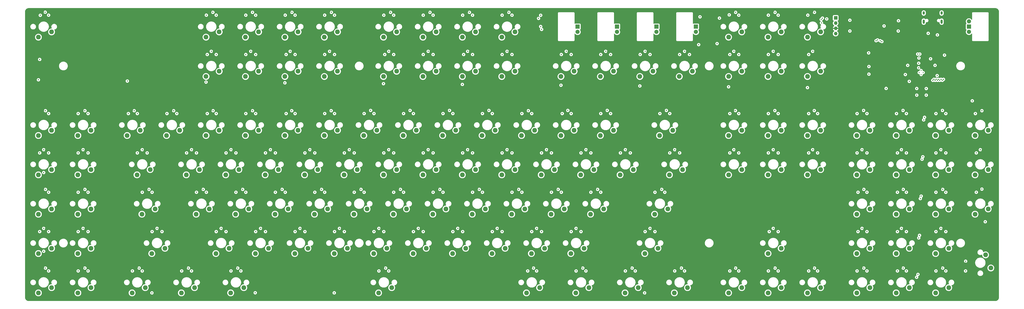
<source format=gbr>
%TF.GenerationSoftware,KiCad,Pcbnew,(6.0.7)*%
%TF.CreationDate,2022-09-27T13:03:32-04:00*%
%TF.ProjectId,SweetBusiness,53776565-7442-4757-9369-6e6573732e6b,rev?*%
%TF.SameCoordinates,Original*%
%TF.FileFunction,Copper,L2,Inr*%
%TF.FilePolarity,Positive*%
%FSLAX46Y46*%
G04 Gerber Fmt 4.6, Leading zero omitted, Abs format (unit mm)*
G04 Created by KiCad (PCBNEW (6.0.7)) date 2022-09-27 13:03:32*
%MOMM*%
%LPD*%
G01*
G04 APERTURE LIST*
%TA.AperFunction,ComponentPad*%
%ADD10R,2.000000X2.000000*%
%TD*%
%TA.AperFunction,ComponentPad*%
%ADD11C,2.000000*%
%TD*%
%TA.AperFunction,ComponentPad*%
%ADD12C,2.286000*%
%TD*%
%TA.AperFunction,ComponentPad*%
%ADD13R,1.700000X1.700000*%
%TD*%
%TA.AperFunction,ComponentPad*%
%ADD14O,1.700000X1.700000*%
%TD*%
%TA.AperFunction,ComponentPad*%
%ADD15C,0.500000*%
%TD*%
%TA.AperFunction,ComponentPad*%
%ADD16O,1.000000X1.600000*%
%TD*%
%TA.AperFunction,ComponentPad*%
%ADD17O,1.000000X2.100000*%
%TD*%
%TA.AperFunction,ViaPad*%
%ADD18C,0.600000*%
%TD*%
%TA.AperFunction,ViaPad*%
%ADD19C,0.900000*%
%TD*%
G04 APERTURE END LIST*
D10*
%TO.N,14*%
%TO.C,KT4*%
X324579500Y133350000D03*
D11*
%TO.N,Net-(DT4-Pad2)*%
X324579500Y130810000D03*
%TD*%
D12*
%TO.N,12*%
%TO.C,K70*%
X402272500Y61595000D03*
%TO.N,Net-(D70-Pad2)*%
X408622500Y64135000D03*
%TD*%
%TO.N,14*%
%TO.C,K42*%
X278447500Y80645000D03*
%TO.N,Net-(D42-Pad2)*%
X284797500Y83185000D03*
%TD*%
%TO.N,13*%
%TO.C,K44*%
X340360000Y80645000D03*
%TO.N,Net-(D44-Pad2)*%
X346710000Y83185000D03*
%TD*%
%TO.N,16*%
%TO.C,K8*%
X211772500Y128270000D03*
%TO.N,Net-(D8-Pad2)*%
X218122500Y130810000D03*
%TD*%
%TO.N,11*%
%TO.C,K125*%
X421322500Y4445000D03*
%TO.N,Net-(D125-Pad2)*%
X427672500Y6985000D03*
%TD*%
%TO.N,11*%
%TO.C,K110*%
X440372500Y23495000D03*
%TO.N,Net-(D110-Pad2)*%
X446722500Y26035000D03*
%TD*%
%TO.N,16*%
%TO.C,K84*%
X216535000Y42545000D03*
%TO.N,Net-(D84-Pad2)*%
X222885000Y45085000D03*
%TD*%
%TO.N,19*%
%TO.C,K79*%
X121285000Y42545000D03*
%TO.N,Net-(D79-Pad2)*%
X127635000Y45085000D03*
%TD*%
%TO.N,16*%
%TO.C,K38*%
X202247500Y80645000D03*
%TO.N,Net-(D38-Pad2)*%
X208597500Y83185000D03*
%TD*%
%TO.N,17*%
%TO.C,K37*%
X183197500Y80645000D03*
%TO.N,Net-(D37-Pad2)*%
X189547500Y83185000D03*
%TD*%
%TO.N,21*%
%TO.C,K29*%
X26035000Y80645000D03*
%TO.N,Net-(D29-Pad2)*%
X32385000Y83185000D03*
%TD*%
%TO.N,11*%
%TO.C,K49*%
X440372500Y80645000D03*
%TO.N,Net-(D49-Pad2)*%
X446722500Y83185000D03*
%TD*%
%TO.N,17*%
%TO.C,K82*%
X178435000Y42545000D03*
%TO.N,Net-(D82-Pad2)*%
X184785000Y45085000D03*
%TD*%
%TO.N,19*%
%TO.C,K3*%
X106997500Y128270000D03*
%TO.N,Net-(D3-Pad2)*%
X113347500Y130810000D03*
%TD*%
%TO.N,16*%
%TO.C,K39*%
X221297500Y80645000D03*
%TO.N,Net-(D39-Pad2)*%
X227647500Y83185000D03*
%TD*%
%TO.N,12*%
%TO.C,K123*%
X378460000Y4445000D03*
%TO.N,Net-(D123-Pad2)*%
X384810000Y6985000D03*
%TD*%
%TO.N,14*%
%TO.C,K24*%
X316547500Y109220000D03*
%TO.N,Net-(D24-Pad2)*%
X322897500Y111760000D03*
%TD*%
%TO.N,17*%
%TO.C,K17*%
X173672500Y109220000D03*
%TO.N,Net-(D17-Pad2)*%
X180022500Y111760000D03*
%TD*%
%TO.N,10*%
%TO.C,K73*%
X459422500Y61595000D03*
%TO.N,Net-(D73-Pad2)*%
X465772500Y64135000D03*
%TD*%
%TO.N,18*%
%TO.C,K35*%
X145097500Y80645000D03*
%TO.N,Net-(D35-Pad2)*%
X151447500Y83185000D03*
%TD*%
D13*
%TO.N,28{slash}A2*%
%TO.C,J2*%
X392080750Y137594500D03*
D14*
%TO.N,29{slash}A3*%
X392080750Y135054500D03*
%TO.N,+3V3*%
X392080750Y132514500D03*
%TO.N,GND*%
X392080750Y129974500D03*
%TD*%
D12*
%TO.N,10*%
%TO.C,K92*%
X459422500Y42545000D03*
%TO.N,Net-(D92-Pad2)*%
X465772500Y45085000D03*
%TD*%
%TO.N,16*%
%TO.C,K61*%
X211772500Y61595000D03*
%TO.N,Net-(D61-Pad2)*%
X218122500Y64135000D03*
%TD*%
%TO.N,20*%
%TO.C,K30*%
X49847500Y80645000D03*
%TO.N,Net-(D30-Pad2)*%
X56197500Y83185000D03*
%TD*%
%TO.N,17*%
%TO.C,K83*%
X197485000Y42545000D03*
%TO.N,Net-(D83-Pad2)*%
X203835000Y45085000D03*
%TD*%
%TO.N,18*%
%TO.C,K81*%
X159385000Y42545000D03*
%TO.N,Net-(D81-Pad2)*%
X165735000Y45085000D03*
%TD*%
%TO.N,11*%
%TO.C,K90*%
X421322500Y42545000D03*
%TO.N,Net-(D90-Pad2)*%
X427672500Y45085000D03*
%TD*%
%TO.N,16*%
%TO.C,K20*%
X230822500Y109220000D03*
%TO.N,Net-(D20-Pad2)*%
X237172500Y111760000D03*
%TD*%
%TO.N,17*%
%TO.C,K59*%
X173672500Y61595000D03*
%TO.N,Net-(D59-Pad2)*%
X180022500Y64135000D03*
%TD*%
%TO.N,20*%
%TO.C,K95*%
X61753750Y23495000D03*
%TO.N,Net-(D95-Pad2)*%
X68103750Y26035000D03*
%TD*%
%TO.N,21*%
%TO.C,K111*%
X6985000Y4445000D03*
%TO.N,Net-(D111-Pad2)*%
X13335000Y6985000D03*
%TD*%
%TO.N,10*%
%TO.C,K50*%
X459422500Y80645000D03*
%TO.N,Net-(D50-Pad2)*%
X465772500Y83185000D03*
%TD*%
%TO.N,16*%
%TO.C,K104*%
X245110000Y23495000D03*
%TO.N,Net-(D104-Pad2)*%
X251460000Y26035000D03*
%TD*%
%TO.N,13*%
%TO.C,K25*%
X340360000Y109220000D03*
%TO.N,Net-(D25-Pad2)*%
X346710000Y111760000D03*
%TD*%
%TO.N,21*%
%TO.C,K52*%
X26035000Y61595000D03*
%TO.N,Net-(D52-Pad2)*%
X32385000Y64135000D03*
%TD*%
%TO.N,19*%
%TO.C,K2*%
X87947500Y128270000D03*
%TO.N,Net-(D2-Pad2)*%
X94297500Y130810000D03*
%TD*%
%TO.N,18*%
%TO.C,K100*%
X168910000Y23495000D03*
%TO.N,Net-(D100-Pad2)*%
X175260000Y26035000D03*
%TD*%
%TO.N,12*%
%TO.C,K89*%
X402272500Y42545000D03*
%TO.N,Net-(D89-Pad2)*%
X408622500Y45085000D03*
%TD*%
%TO.N,14*%
%TO.C,K88*%
X304641250Y42545000D03*
%TO.N,Net-(D88-Pad2)*%
X310991250Y45085000D03*
%TD*%
%TO.N,13*%
%TO.C,K26*%
X359410000Y109220000D03*
%TO.N,Net-(D26-Pad2)*%
X365760000Y111760000D03*
%TD*%
%TO.N,18*%
%TO.C,K80*%
X140335000Y42545000D03*
%TO.N,Net-(D80-Pad2)*%
X146685000Y45085000D03*
%TD*%
%TO.N,20*%
%TO.C,K77*%
X83185000Y42545000D03*
%TO.N,Net-(D77-Pad2)*%
X89535000Y45085000D03*
%TD*%
%TO.N,13*%
%TO.C,K122*%
X359410000Y4445000D03*
%TO.N,Net-(D122-Pad2)*%
X365760000Y6985000D03*
%TD*%
%TO.N,12*%
%TO.C,K46*%
X378460000Y80645000D03*
%TO.N,Net-(D46-Pad2)*%
X384810000Y83185000D03*
%TD*%
%TO.N,11*%
%TO.C,K126*%
X440372500Y4445000D03*
%TO.N,Net-(D126-Pad2)*%
X446722500Y6985000D03*
%TD*%
%TO.N,21*%
%TO.C,K112*%
X26035000Y4445000D03*
%TO.N,Net-(D112-Pad2)*%
X32385000Y6985000D03*
%TD*%
%TO.N,20*%
%TO.C,K113*%
X52228750Y4445000D03*
%TO.N,Net-(D113-Pad2)*%
X58578750Y6985000D03*
%TD*%
%TO.N,14*%
%TO.C,K65*%
X287972500Y61595000D03*
%TO.N,Net-(D65-Pad2)*%
X294322500Y64135000D03*
%TD*%
%TO.N,20*%
%TO.C,K54*%
X78422500Y61595000D03*
%TO.N,Net-(D54-Pad2)*%
X84772500Y64135000D03*
%TD*%
%TO.N,20*%
%TO.C,K76*%
X56991250Y42545000D03*
%TO.N,Net-(D76-Pad2)*%
X63341250Y45085000D03*
%TD*%
%TO.N,19*%
%TO.C,K78*%
X102235000Y42545000D03*
%TO.N,Net-(D78-Pad2)*%
X108585000Y45085000D03*
%TD*%
%TO.N,21*%
%TO.C,K51*%
X6985000Y61595000D03*
%TO.N,Net-(D51-Pad2)*%
X13335000Y64135000D03*
%TD*%
%TO.N,17*%
%TO.C,K101*%
X187960000Y23495000D03*
%TO.N,Net-(D101-Pad2)*%
X194310000Y26035000D03*
%TD*%
%TO.N,18*%
%TO.C,K57*%
X135572500Y61595000D03*
%TO.N,Net-(D57-Pad2)*%
X141922500Y64135000D03*
%TD*%
%TO.N,15*%
%TO.C,K64*%
X268922500Y61595000D03*
%TO.N,Net-(D64-Pad2)*%
X275272500Y64135000D03*
%TD*%
%TO.N,15*%
%TO.C,K105*%
X264160000Y23495000D03*
%TO.N,Net-(D105-Pad2)*%
X270510000Y26035000D03*
%TD*%
%TO.N,19*%
%TO.C,K32*%
X87947500Y80645000D03*
%TO.N,Net-(D32-Pad2)*%
X94297500Y83185000D03*
%TD*%
%TO.N,12*%
%TO.C,K27*%
X378460000Y109220000D03*
%TO.N,Net-(D27-Pad2)*%
X384810000Y111760000D03*
%TD*%
%TO.N,19*%
%TO.C,K13*%
X87947500Y109220000D03*
%TO.N,Net-(D13-Pad2)*%
X94297500Y111760000D03*
%TD*%
%TO.N,21*%
%TO.C,K94*%
X26035000Y23495000D03*
%TO.N,Net-(D94-Pad2)*%
X32385000Y26035000D03*
%TD*%
%TO.N,21*%
%TO.C,K93*%
X6985000Y23495000D03*
%TO.N,Net-(D93-Pad2)*%
X13335000Y26035000D03*
%TD*%
%TO.N,11*%
%TO.C,K109*%
X421322500Y23495000D03*
%TO.N,Net-(D109-Pad2)*%
X427672500Y26035000D03*
%TD*%
%TO.N,11*%
%TO.C,K48*%
X421322500Y80645000D03*
%TO.N,Net-(D48-Pad2)*%
X427672500Y83185000D03*
%TD*%
%TO.N,18*%
%TO.C,K58*%
X154622500Y61595000D03*
%TO.N,Net-(D58-Pad2)*%
X160972500Y64135000D03*
%TD*%
%TO.N,13*%
%TO.C,K68*%
X359410000Y61595000D03*
%TO.N,Net-(D68-Pad2)*%
X365760000Y64135000D03*
%TD*%
D10*
%TO.N,15*%
%TO.C,KT2*%
X286479500Y133350000D03*
D11*
%TO.N,Net-(DT2-Pad2)*%
X286479500Y130810000D03*
%TD*%
D12*
%TO.N,13*%
%TO.C,K45*%
X359410000Y80645000D03*
%TO.N,Net-(D45-Pad2)*%
X365760000Y83185000D03*
%TD*%
%TO.N,12*%
%TO.C,K69*%
X378460000Y61595000D03*
%TO.N,Net-(D69-Pad2)*%
X384810000Y64135000D03*
%TD*%
%TO.N,13*%
%TO.C,K67*%
X340360000Y61595000D03*
%TO.N,Net-(D67-Pad2)*%
X346710000Y64135000D03*
%TD*%
%TO.N,11*%
%TO.C,K72*%
X440372500Y61595000D03*
%TO.N,Net-(D72-Pad2)*%
X446722500Y64135000D03*
%TD*%
D10*
%TO.N,15*%
%TO.C,KT1*%
X267429500Y133350000D03*
D11*
%TO.N,Net-(DT1-Pad2)*%
X267429500Y130810000D03*
%TD*%
D12*
%TO.N,21*%
%TO.C,K1*%
X6985000Y128270000D03*
%TO.N,Net-(D1-Pad2)*%
X13335000Y130810000D03*
%TD*%
%TO.N,13*%
%TO.C,K11*%
X359410000Y128270000D03*
%TO.N,Net-(D11-Pad2)*%
X365760000Y130810000D03*
%TD*%
%TO.N,13*%
%TO.C,K10*%
X340360000Y128270000D03*
%TO.N,Net-(D10-Pad2)*%
X346710000Y130810000D03*
%TD*%
%TO.N,21*%
%TO.C,K74*%
X6985000Y42545000D03*
%TO.N,Net-(D74-Pad2)*%
X13335000Y45085000D03*
%TD*%
%TO.N,14*%
%TO.C,K23*%
X297497500Y109220000D03*
%TO.N,Net-(D23-Pad2)*%
X303847500Y111760000D03*
%TD*%
%TO.N,15*%
%TO.C,K120*%
X314166250Y4445000D03*
%TO.N,Net-(D120-Pad2)*%
X320516250Y6985000D03*
%TD*%
%TO.N,21*%
%TO.C,K28*%
X6985000Y80645000D03*
%TO.N,Net-(D28-Pad2)*%
X13335000Y83185000D03*
%TD*%
%TO.N,20*%
%TO.C,K96*%
X92710000Y23495000D03*
%TO.N,Net-(D96-Pad2)*%
X99060000Y26035000D03*
%TD*%
%TO.N,16*%
%TO.C,K118*%
X266541250Y4445000D03*
%TO.N,Net-(D118-Pad2)*%
X272891250Y6985000D03*
%TD*%
%TO.N,15*%
%TO.C,K87*%
X273685000Y42545000D03*
%TO.N,Net-(D87-Pad2)*%
X280035000Y45085000D03*
%TD*%
%TO.N,18*%
%TO.C,K116*%
X171291250Y4445000D03*
%TO.N,Net-(D116-Pad2)*%
X177641250Y6985000D03*
%TD*%
%TO.N,20*%
%TO.C,K114*%
X76041250Y4445000D03*
%TO.N,Net-(D114-Pad2)*%
X82391250Y6985000D03*
%TD*%
%TO.N,17*%
%TO.C,K6*%
X173672500Y128270000D03*
%TO.N,Net-(D6-Pad2)*%
X180022500Y130810000D03*
%TD*%
%TO.N,11*%
%TO.C,K91*%
X440372500Y42545000D03*
%TO.N,Net-(D91-Pad2)*%
X446722500Y45085000D03*
%TD*%
%TO.N,19*%
%TO.C,K56*%
X116522500Y61595000D03*
%TO.N,Net-(D56-Pad2)*%
X122872500Y64135000D03*
%TD*%
%TO.N,18*%
%TO.C,K15*%
X126047500Y109220000D03*
%TO.N,Net-(D15-Pad2)*%
X132397500Y111760000D03*
%TD*%
%TO.N,16*%
%TO.C,K62*%
X230822500Y61595000D03*
%TO.N,Net-(D62-Pad2)*%
X237172500Y64135000D03*
%TD*%
%TO.N,15*%
%TO.C,K22*%
X278447500Y109220000D03*
%TO.N,Net-(D22-Pad2)*%
X284797500Y111760000D03*
%TD*%
%TO.N,13*%
%TO.C,K107*%
X359410000Y23495000D03*
%TO.N,Net-(D107-Pad2)*%
X365760000Y26035000D03*
%TD*%
%TO.N,19*%
%TO.C,K98*%
X130810000Y23495000D03*
%TO.N,Net-(D98-Pad2)*%
X137160000Y26035000D03*
%TD*%
%TO.N,14*%
%TO.C,K66*%
X311785000Y61595000D03*
%TO.N,Net-(D66-Pad2)*%
X318135000Y64135000D03*
%TD*%
%TO.N,12*%
%TO.C,K47*%
X402272500Y80645000D03*
%TO.N,Net-(D47-Pad2)*%
X408622500Y83185000D03*
%TD*%
%TO.N,17*%
%TO.C,K102*%
X207010000Y23495000D03*
%TO.N,Net-(D102-Pad2)*%
X213360000Y26035000D03*
%TD*%
%TO.N,12*%
%TO.C,K12*%
X378460000Y128270000D03*
%TO.N,Net-(D12-Pad2)*%
X384810000Y130810000D03*
%TD*%
%TO.N,18*%
%TO.C,K99*%
X149860000Y23495000D03*
%TO.N,Net-(D99-Pad2)*%
X156210000Y26035000D03*
%TD*%
D10*
%TO.N,14*%
%TO.C,KT3*%
X305529500Y133350000D03*
D11*
%TO.N,Net-(DT3-Pad2)*%
X305529500Y130810000D03*
%TD*%
D12*
%TO.N,16*%
%TO.C,K117*%
X242728750Y4445000D03*
%TO.N,Net-(D117-Pad2)*%
X249078750Y6985000D03*
%TD*%
%TO.N,17*%
%TO.C,K60*%
X192722500Y61595000D03*
%TO.N,Net-(D60-Pad2)*%
X199072500Y64135000D03*
%TD*%
%TO.N,19*%
%TO.C,K33*%
X106997500Y80645000D03*
%TO.N,Net-(D33-Pad2)*%
X113347500Y83185000D03*
%TD*%
%TO.N,17*%
%TO.C,K36*%
X164147500Y80645000D03*
%TO.N,Net-(D36-Pad2)*%
X170497500Y83185000D03*
%TD*%
%TO.N,19*%
%TO.C,K97*%
X111760000Y23495000D03*
%TO.N,Net-(D97-Pad2)*%
X118110000Y26035000D03*
%TD*%
%TO.N,18*%
%TO.C,K34*%
X126047500Y80645000D03*
%TO.N,Net-(D34-Pad2)*%
X132397500Y83185000D03*
%TD*%
%TO.N,20*%
%TO.C,K53*%
X54610000Y61595000D03*
%TO.N,Net-(D53-Pad2)*%
X60960000Y64135000D03*
%TD*%
%TO.N,12*%
%TO.C,K124*%
X402272500Y4445000D03*
%TO.N,Net-(D124-Pad2)*%
X408622500Y6985000D03*
%TD*%
%TO.N,16*%
%TO.C,K19*%
X211772500Y109220000D03*
%TO.N,Net-(D19-Pad2)*%
X218122500Y111760000D03*
%TD*%
%TO.N,15*%
%TO.C,K119*%
X290353750Y4445000D03*
%TO.N,Net-(D119-Pad2)*%
X296703750Y6985000D03*
%TD*%
%TO.N,15*%
%TO.C,K86*%
X254635000Y42545000D03*
%TO.N,Net-(D86-Pad2)*%
X260985000Y45085000D03*
%TD*%
%TO.N,17*%
%TO.C,K18*%
X192722500Y109220000D03*
%TO.N,Net-(D18-Pad2)*%
X199072500Y111760000D03*
%TD*%
%TO.N,12*%
%TO.C,K108*%
X402272500Y23495000D03*
%TO.N,Net-(D108-Pad2)*%
X408622500Y26035000D03*
%TD*%
%TO.N,19*%
%TO.C,K115*%
X99853750Y4445000D03*
%TO.N,Net-(D115-Pad2)*%
X106203750Y6985000D03*
%TD*%
%TO.N,18*%
%TO.C,K5*%
X145097500Y128270000D03*
%TO.N,Net-(D5-Pad2)*%
X151447500Y130810000D03*
%TD*%
%TO.N,10*%
%TO.C,K127*%
X467042500Y16510000D03*
%TO.N,Net-(D127-Pad2)*%
X464502500Y22860000D03*
%TD*%
%TO.N,15*%
%TO.C,K63*%
X249872500Y61595000D03*
%TO.N,Net-(D63-Pad2)*%
X256222500Y64135000D03*
%TD*%
%TO.N,15*%
%TO.C,K41*%
X259397500Y80645000D03*
%TO.N,Net-(D41-Pad2)*%
X265747500Y83185000D03*
%TD*%
%TO.N,20*%
%TO.C,K31*%
X68897500Y80645000D03*
%TO.N,Net-(D31-Pad2)*%
X75247500Y83185000D03*
%TD*%
%TO.N,21*%
%TO.C,K75*%
X26035000Y42545000D03*
%TO.N,Net-(D75-Pad2)*%
X32385000Y45085000D03*
%TD*%
%TO.N,18*%
%TO.C,K4*%
X126047500Y128270000D03*
%TO.N,Net-(D4-Pad2)*%
X132397500Y130810000D03*
%TD*%
%TO.N,14*%
%TO.C,K43*%
X307022500Y80645000D03*
%TO.N,Net-(D43-Pad2)*%
X313372500Y83185000D03*
%TD*%
%TO.N,15*%
%TO.C,K106*%
X299878750Y23495000D03*
%TO.N,Net-(D106-Pad2)*%
X306228750Y26035000D03*
%TD*%
%TO.N,15*%
%TO.C,K21*%
X259397500Y109220000D03*
%TO.N,Net-(D21-Pad2)*%
X265747500Y111760000D03*
%TD*%
%TO.N,19*%
%TO.C,K55*%
X97472500Y61595000D03*
%TO.N,Net-(D55-Pad2)*%
X103822500Y64135000D03*
%TD*%
%TO.N,16*%
%TO.C,K9*%
X230822500Y128270000D03*
%TO.N,Net-(D9-Pad2)*%
X237172500Y130810000D03*
%TD*%
%TO.N,15*%
%TO.C,K40*%
X240347500Y80645000D03*
%TO.N,Net-(D40-Pad2)*%
X246697500Y83185000D03*
%TD*%
%TO.N,13*%
%TO.C,K121*%
X340360000Y4445000D03*
%TO.N,Net-(D121-Pad2)*%
X346710000Y6985000D03*
%TD*%
%TO.N,18*%
%TO.C,K16*%
X145097500Y109220000D03*
%TO.N,Net-(D16-Pad2)*%
X151447500Y111760000D03*
%TD*%
%TO.N,16*%
%TO.C,K85*%
X235585000Y42545000D03*
%TO.N,Net-(D85-Pad2)*%
X241935000Y45085000D03*
%TD*%
D11*
%TO.N,Net-(DA1-Pad2)*%
%TO.C,SWA1*%
X456470500Y135890000D03*
D10*
%TO.N,10*%
X456470500Y133350000D03*
D11*
%TO.N,Net-(DA2-Pad2)*%
X456470500Y130810000D03*
%TD*%
D12*
%TO.N,19*%
%TO.C,K14*%
X106997500Y109220000D03*
%TO.N,Net-(D14-Pad2)*%
X113347500Y111760000D03*
%TD*%
%TO.N,17*%
%TO.C,K7*%
X192722500Y128270000D03*
%TO.N,Net-(D7-Pad2)*%
X199072500Y130810000D03*
%TD*%
%TO.N,11*%
%TO.C,K71*%
X421322500Y61595000D03*
%TO.N,Net-(D71-Pad2)*%
X427672500Y64135000D03*
%TD*%
%TO.N,16*%
%TO.C,K103*%
X226060000Y23495000D03*
%TO.N,Net-(D103-Pad2)*%
X232410000Y26035000D03*
%TD*%
D15*
%TO.N,GND*%
%TO.C,U0*%
X433387500Y112125000D03*
X433387500Y110125000D03*
X432387500Y111125000D03*
X434387500Y111125000D03*
%TD*%
D16*
%TO.N,GND*%
%TO.C,J4*%
X443263750Y139956250D03*
D17*
X443263750Y135776250D03*
X434623750Y135776250D03*
D16*
X434623750Y139956250D03*
%TD*%
D18*
%TO.N,GND*%
X233372500Y121407250D03*
X437927750Y117792500D03*
X72297500Y92666250D03*
X310312500Y92793250D03*
X219935000Y54566250D03*
X124685000Y54566250D03*
X308041250Y54566250D03*
X238985000Y54566250D03*
X440086750Y114617500D03*
X95260000Y35682250D03*
X404822500Y73782250D03*
X381750000Y92729750D03*
X422433750Y136207500D03*
X342910000Y121407250D03*
X29435000Y16466250D03*
X9535000Y73782250D03*
X404822500Y35682250D03*
X195272500Y73782250D03*
X190510000Y35682250D03*
X176222500Y121407250D03*
X110397500Y140291250D03*
X432325850Y118187400D03*
X205537500Y92793250D03*
X361960000Y121407250D03*
X53247500Y92666250D03*
X269941250Y16466250D03*
X152410000Y35682250D03*
X228610000Y35682250D03*
X408137750Y114054500D03*
X86585000Y54566250D03*
X133360000Y35682250D03*
X29435000Y54566250D03*
X381860000Y16466250D03*
X147647500Y121407250D03*
X405672500Y16466250D03*
X462712500Y92666250D03*
X234222500Y140291250D03*
X247660000Y35682250D03*
X80972500Y73782250D03*
X302428750Y35682250D03*
X10385000Y92666250D03*
X243637500Y92666250D03*
X177072500Y140291250D03*
X28585000Y35682250D03*
X271472500Y73782250D03*
X342910000Y73782250D03*
X361960000Y73782250D03*
X10275000Y140354750D03*
X425735750Y110172500D03*
X138122500Y73782250D03*
X129337500Y92666250D03*
X224587500Y92793250D03*
X114310000Y35682250D03*
X214322500Y73782250D03*
X181835000Y54566250D03*
X28585000Y73782250D03*
X29435000Y92666250D03*
X381860000Y140291250D03*
X319097500Y121407250D03*
X57160000Y73782250D03*
X405562500Y92793250D03*
X423872500Y35682250D03*
X442922500Y73782250D03*
X174691250Y16466250D03*
X196122500Y140291250D03*
X405672500Y54566250D03*
X195272500Y121407250D03*
X281737500Y92793250D03*
X442922500Y35682250D03*
X290522500Y73782250D03*
X60391250Y54566250D03*
X424722500Y16466250D03*
X293753750Y16466250D03*
X266710000Y35682250D03*
X443772500Y54566250D03*
X415471750Y133690500D03*
X55628750Y16466250D03*
X314335000Y73782250D03*
X454870250Y19800000D03*
X361960000Y35682250D03*
X431247550Y103416100D03*
X128597500Y121407250D03*
X90497500Y121407250D03*
X105635000Y54566250D03*
X148497500Y140291250D03*
X129447500Y140291250D03*
X167437500Y92793250D03*
X441229750Y129349500D03*
X362810000Y140291250D03*
X343760000Y16466250D03*
X424722500Y54566250D03*
X461972500Y73782250D03*
X443772500Y16466250D03*
X148387500Y92666250D03*
X343760000Y140291250D03*
X200885000Y54566250D03*
X109547500Y121407250D03*
X408006550Y120662700D03*
X277085000Y54566250D03*
X398938750Y131254500D03*
X91237500Y140291250D03*
X162785000Y54566250D03*
X157172500Y73782250D03*
X381010000Y73782250D03*
X422306750Y131254500D03*
X435844950Y103390700D03*
X424612500Y92793250D03*
X186487500Y92793250D03*
X79441250Y16466250D03*
X362810000Y16466250D03*
X9535000Y35682250D03*
X258035000Y54566250D03*
X233372500Y73782250D03*
X261947500Y121407250D03*
X103253750Y16466250D03*
X100022500Y73782250D03*
X431247550Y100190300D03*
X209560000Y35682250D03*
X462712500Y54693250D03*
X398938750Y136461500D03*
X443662500Y92793250D03*
X435844950Y100190300D03*
X10385000Y54566250D03*
X143735000Y54566250D03*
X262687500Y92793250D03*
X10385000Y16466250D03*
X441102750Y109664500D03*
X110397500Y92666250D03*
X436784750Y130111500D03*
X171460000Y35682250D03*
X214322500Y121407250D03*
X300047500Y121407250D03*
X176222500Y73782250D03*
X381010000Y121407250D03*
X444658750Y119570500D03*
X91347500Y92666250D03*
X246128750Y16466250D03*
X215172500Y140291250D03*
X64303750Y35682250D03*
X343650000Y92729750D03*
X317566250Y16466250D03*
X119072500Y73782250D03*
X426878750Y114617500D03*
X280997500Y121407250D03*
X252422500Y73782250D03*
X362700000Y92729750D03*
X423872500Y73782250D03*
%TO.N,27{slash}A1*%
X334803750Y125158500D03*
X7905750Y138874500D03*
X335946750Y137477500D03*
X249586750Y133413500D03*
X387762750Y137096500D03*
X248564411Y137350500D03*
X385722836Y137485414D03*
%TO.N,21*%
X6985000Y107632500D03*
%TO.N,20*%
X61817250Y4445000D03*
X49942750Y107033000D03*
%TO.N,18*%
X126047500Y106140250D03*
X149891750Y4457700D03*
%TO.N,15*%
X299815250Y4445000D03*
X259397500Y104997250D03*
%TO.N,1*%
X434596250Y88206739D03*
X443566550Y107378500D03*
%TO.N,8*%
X439553350Y107861100D03*
X431831750Y13398500D03*
%TO.N,7*%
X440102250Y107378500D03*
X432196250Y31053000D03*
%TO.N,2*%
X434196250Y70355761D03*
X442966600Y107826050D03*
%TO.N,14*%
X297497500Y104633000D03*
%TO.N,12*%
X378460000Y103833000D03*
%TO.N,11*%
X416464750Y103433000D03*
%TO.N,10*%
X458082921Y97434671D03*
%TO.N,9*%
X439003250Y107378500D03*
X431191511Y12006739D03*
%TO.N,6*%
X440645550Y107861100D03*
X432596250Y32321500D03*
%TO.N,5*%
X432996250Y50101500D03*
X441204350Y107378500D03*
%TO.N,13*%
X340360000Y104233000D03*
%TO.N,3*%
X433796250Y69156739D03*
X442321950Y107378500D03*
%TO.N,Net-(RD1-Pad2)*%
X432720750Y120078500D03*
X432188000Y115633500D03*
%TO.N,Net-(RD2-Pad2)*%
X431704750Y120078500D03*
X432186520Y113439000D03*
%TO.N,24*%
X385222750Y135191500D03*
X385095750Y136842500D03*
X414394442Y126134000D03*
X411589564Y126534000D03*
%TO.N,16*%
X211772500Y105378250D03*
%TO.N,17*%
X173672500Y105759250D03*
%TO.N,0*%
X435006750Y89471500D03*
X444176150Y107835700D03*
%TO.N,~{RESET}*%
X427640750Y106870500D03*
X408137750Y110354500D03*
%TO.N,+3V3*%
X342910000Y16632250D03*
X443772500Y35516250D03*
X253272500Y73616250D03*
X462822500Y73616250D03*
D19*
X395255750Y133794500D03*
D18*
X54778750Y16632250D03*
X173841250Y16632250D03*
X96110000Y35516250D03*
X9425000Y140368350D03*
X272322500Y73616250D03*
X248510000Y35516250D03*
X443134750Y126428500D03*
X177072500Y73616250D03*
X300897500Y121241250D03*
X381860000Y121241250D03*
X461762500Y92732250D03*
X234222500Y73616250D03*
X138972500Y73616250D03*
X147437500Y92732250D03*
X257185000Y54732250D03*
X430942750Y113601500D03*
X78591250Y16632250D03*
X280787500Y92732250D03*
X361960000Y16632250D03*
X158022500Y73616250D03*
X215172500Y121241250D03*
X432974750Y113601500D03*
X362810000Y35516250D03*
X430942750Y110045500D03*
X430561750Y104203500D03*
X245278750Y16632250D03*
X361750000Y92795750D03*
X90387500Y140457250D03*
X381010000Y140457250D03*
X91347500Y121241250D03*
X204587500Y92732250D03*
X316716250Y16632250D03*
X307191250Y54732250D03*
X191360000Y35516250D03*
X104785000Y54732250D03*
X161935000Y54732250D03*
X442712500Y92732250D03*
X342910000Y140457250D03*
X200035000Y54732250D03*
X10385000Y35516250D03*
X281847500Y121241250D03*
D19*
X396271750Y133794500D03*
D18*
X9535000Y54732250D03*
X404822500Y54732250D03*
X128597500Y140457250D03*
X269091250Y16632250D03*
X71447500Y92832250D03*
X58010000Y73616250D03*
X102403750Y16632250D03*
X234222500Y121241250D03*
X303278750Y35516250D03*
X424722500Y35516250D03*
X319947500Y121241250D03*
X52397500Y92832250D03*
X343760000Y73616250D03*
X9535000Y16632250D03*
X405672500Y73616250D03*
X65153750Y35516250D03*
X291372500Y73616250D03*
X147647500Y140457250D03*
X276235000Y54732250D03*
X85735000Y54732250D03*
X443772500Y73616250D03*
X28585000Y92832250D03*
X262797500Y121241250D03*
X196122500Y73616250D03*
X433228750Y108648500D03*
X242687500Y92732250D03*
X59541250Y54732250D03*
X177072500Y121241250D03*
X309362500Y92732250D03*
X195272500Y140457250D03*
X381010000Y16632250D03*
X343760000Y121241250D03*
X210410000Y35516250D03*
X142885000Y54732250D03*
X29435000Y35516250D03*
X342804750Y92773500D03*
X172310000Y35516250D03*
X219085000Y54732250D03*
X123835000Y54732250D03*
X119922500Y73616250D03*
X423872500Y16632250D03*
X404822500Y16632250D03*
X29435000Y73616250D03*
X315185000Y73616250D03*
X134210000Y35516250D03*
X176222500Y140457250D03*
X28585000Y54732250D03*
X381860000Y73616250D03*
X461803750Y54673500D03*
X100872500Y73616250D03*
X153260000Y35516250D03*
X454782250Y18950000D03*
X442922500Y54732250D03*
X362810000Y121241250D03*
D19*
X394239750Y133794500D03*
D18*
X362810000Y73616250D03*
D19*
X395255750Y134810500D03*
D18*
X442922500Y16632250D03*
X267560000Y35516250D03*
X404612500Y92732250D03*
X28585000Y16632250D03*
X215172500Y73616250D03*
D19*
X395255750Y132778500D03*
D18*
X223637500Y92732250D03*
X109547500Y92832250D03*
X115160000Y35516250D03*
X292903750Y16632250D03*
X423662500Y92859250D03*
X166487500Y92732250D03*
X180985000Y54732250D03*
X196122500Y121241250D03*
X423872500Y54732250D03*
X9535000Y92832250D03*
X128387500Y92732250D03*
X10385000Y73616250D03*
X424722500Y73616250D03*
X233372500Y140457250D03*
X148497500Y121241250D03*
X261737500Y92859250D03*
X361960000Y140457250D03*
X90497500Y92832250D03*
X110397500Y121241250D03*
X435895750Y110172500D03*
X229460000Y35516250D03*
X214322500Y140457250D03*
X81822500Y73616250D03*
X238135000Y54732250D03*
X129447500Y121241250D03*
X405672500Y35516250D03*
X380800000Y92795750D03*
X185537500Y92732250D03*
X109429550Y140398500D03*
%TO.N,25*%
X412299150Y126934000D03*
X413601311Y126527239D03*
%TO.N,4*%
X441763150Y107835700D03*
X433396250Y51305761D03*
%TO.N,19*%
X111715550Y4508500D03*
X87947500Y106521250D03*
%TO.N,Net-(LD1-Pad1)*%
X88106250Y138906250D03*
X11906250Y138906250D03*
%TO.N,Net-(LD2-Pad1)*%
X92868750Y138906250D03*
X107156250Y138906250D03*
%TO.N,Net-(LD3-Pad1)*%
X111918750Y138906250D03*
X126206250Y138906250D03*
%TO.N,Net-(LD4-Pad1)*%
X145256250Y138906250D03*
X130968750Y138906250D03*
%TO.N,Net-(LD5-Pad1)*%
X150018750Y138906250D03*
X173831250Y138906250D03*
%TO.N,Net-(LD6-Pad1)*%
X178593750Y138906250D03*
X192881250Y138906250D03*
%TO.N,Net-(LD7-Pad1)*%
X197643750Y138906250D03*
X211931250Y138906250D03*
%TO.N,Net-(LD8-Pad1)*%
X230981250Y138906250D03*
X216693750Y138906250D03*
%TO.N,Net-(LD10-Pad3)*%
X250059050Y132016500D03*
X340672786Y139060286D03*
X249586750Y138874500D03*
X326548750Y138112500D03*
X235743750Y138906250D03*
X325913750Y124650500D03*
%TO.N,Net-(LD10-Pad1)*%
X359568750Y138906250D03*
X345281250Y138906250D03*
%TO.N,Net-(LD11-Pad1)*%
X378618750Y138906250D03*
X364331250Y138906250D03*
%TO.N,Net-(LD13-Pad1)*%
X7584500Y117475000D03*
X88547000Y119856250D03*
%TO.N,Net-(LD13-Pad3)*%
X92868750Y119856250D03*
X107156250Y119856250D03*
%TO.N,Net-(LD14-Pad3)*%
X111918750Y119856250D03*
X126647000Y119856250D03*
%TO.N,Net-(LD15-Pad3)*%
X130968750Y119856250D03*
X145256250Y119856250D03*
%TO.N,Net-(LD16-Pad3)*%
X174272000Y119856250D03*
X150018750Y119856250D03*
%TO.N,Net-(LD17-Pad3)*%
X192881250Y119856250D03*
X178593750Y119856250D03*
%TO.N,Net-(LD18-Pad3)*%
X212372000Y119856250D03*
X197643750Y119856250D03*
%TO.N,Net-(LD19-Pad3)*%
X216693750Y119856250D03*
X230981250Y119856250D03*
%TO.N,Net-(LD20-Pad3)*%
X259556250Y119856250D03*
X235743750Y119856250D03*
%TO.N,Net-(LD21-Pad3)*%
X264318750Y119856250D03*
X278606250Y119856250D03*
%TO.N,Net-(LD22-Pad3)*%
X297656250Y119856250D03*
X283368750Y119856250D03*
%TO.N,Net-(LD23-Pad3)*%
X302418750Y119856250D03*
X316706250Y119856250D03*
%TO.N,Net-(LD24-Pad3)*%
X321468750Y119856250D03*
X340959500Y119856250D03*
%TO.N,Net-(LD25-Pad3)*%
X359568750Y119856250D03*
X345281250Y119856250D03*
%TO.N,Net-(LD26-Pad3)*%
X379059500Y119856250D03*
X364331250Y119856250D03*
%TO.N,Net-(LD28-Pad1)*%
X26193750Y91281250D03*
X11906250Y91281250D03*
%TO.N,Net-(LD29-Pad1)*%
X30956250Y91281250D03*
X50447000Y91281250D03*
%TO.N,Net-(LD30-Pad1)*%
X69056250Y91281250D03*
X54768750Y91281250D03*
%TO.N,Net-(LD31-Pad1)*%
X73818750Y91281250D03*
X88547000Y91281250D03*
%TO.N,Net-(LD32-Pad1)*%
X92868750Y91281250D03*
X107156250Y91281250D03*
%TO.N,Net-(LD33-Pad1)*%
X126647000Y91281250D03*
X111918750Y91281250D03*
%TO.N,Net-(LD34-Pad1)*%
X130968750Y91281250D03*
X145256250Y91281250D03*
%TO.N,Net-(LD35-Pad1)*%
X150018750Y91281250D03*
X164306250Y91281250D03*
%TO.N,Net-(LD36-Pad1)*%
X183356250Y91281250D03*
X169068750Y91281250D03*
%TO.N,Net-(LD37-Pad1)*%
X202406250Y91281250D03*
X188118750Y91281250D03*
%TO.N,Net-(LD38-Pad1)*%
X221456250Y91281250D03*
X207168750Y91281250D03*
%TO.N,Net-(LD39-Pad1)*%
X226218750Y91281250D03*
X240506250Y91281250D03*
%TO.N,Net-(LD40-Pad1)*%
X259997000Y91281250D03*
X245268750Y91281250D03*
%TO.N,Net-(LD41-Pad1)*%
X278606250Y91281250D03*
X264318750Y91281250D03*
%TO.N,Net-(LD42-Pad1)*%
X283368750Y91281250D03*
X307181250Y91281250D03*
%TO.N,Net-(LD43-Pad1)*%
X340959500Y91281250D03*
X311943750Y91281250D03*
%TO.N,Net-(LD44-Pad1)*%
X359568750Y91281250D03*
X345281250Y91281250D03*
%TO.N,Net-(LD45-Pad1)*%
X364331250Y91281250D03*
X379059500Y91281250D03*
%TO.N,Net-(LD46-Pad1)*%
X383381250Y91281250D03*
X402431250Y91281250D03*
%TO.N,Net-(LD47-Pad1)*%
X407193750Y91281250D03*
X421481250Y91281250D03*
%TO.N,Net-(LD48-Pad1)*%
X440531250Y91281250D03*
X426243750Y91281250D03*
%TO.N,Net-(LD49-Pad1)*%
X445293750Y91281250D03*
X459581250Y91281250D03*
%TO.N,Net-(LD51-Pad1)*%
X7584500Y72231250D03*
X9525000Y62706250D03*
%TO.N,Net-(LD51-Pad3)*%
X26193750Y72231250D03*
X11906250Y72231250D03*
%TO.N,Net-(LD52-Pad3)*%
X54768750Y72231250D03*
X30956250Y72231250D03*
%TO.N,Net-(LD53-Pad3)*%
X59531250Y72231250D03*
X78581250Y72231250D03*
%TO.N,Net-(LD54-Pad3)*%
X83343750Y72231250D03*
X97631250Y72231250D03*
%TO.N,Net-(LD55-Pad3)*%
X102393750Y72231250D03*
X116681250Y72231250D03*
%TO.N,Net-(LD56-Pad3)*%
X135731250Y72231250D03*
X121443750Y72231250D03*
%TO.N,Net-(LD57-Pad3)*%
X154781250Y72231250D03*
X140493750Y72231250D03*
%TO.N,Net-(LD58-Pad3)*%
X159543750Y72231250D03*
X173831250Y72231250D03*
%TO.N,Net-(LD59-Pad3)*%
X178593750Y72231250D03*
X192881250Y72231250D03*
%TO.N,Net-(LD60-Pad3)*%
X197643750Y72231250D03*
X211931250Y72231250D03*
%TO.N,Net-(LD61-Pad3)*%
X216693750Y72231250D03*
X230981250Y72231250D03*
%TO.N,Net-(LD62-Pad3)*%
X235743750Y72231250D03*
X250031250Y72231250D03*
%TO.N,Net-(LD63-Pad3)*%
X269081250Y72231250D03*
X254793750Y72231250D03*
%TO.N,Net-(LD64-Pad3)*%
X273843750Y72231250D03*
X288131250Y72231250D03*
%TO.N,Net-(LD65-Pad3)*%
X311943750Y72231250D03*
X292893750Y72231250D03*
%TO.N,Net-(LD66-Pad3)*%
X340959500Y72231250D03*
X316706250Y72231250D03*
%TO.N,Net-(LD67-Pad3)*%
X345281250Y72231250D03*
X359568750Y72231250D03*
%TO.N,Net-(LD68-Pad3)*%
X379059500Y72231250D03*
X364331250Y72231250D03*
%TO.N,Net-(LD69-Pad3)*%
X383381250Y72231250D03*
X402431250Y72231250D03*
%TO.N,Net-(LD70-Pad3)*%
X407193750Y72231250D03*
X421922000Y72231250D03*
%TO.N,Net-(LD71-Pad3)*%
X426243750Y72231250D03*
X440531250Y72231250D03*
%TO.N,Net-(LD72-Pad3)*%
X445293750Y72231250D03*
X460022000Y72231250D03*
%TO.N,Net-(LD74-Pad1)*%
X11906250Y53181250D03*
X26193750Y53181250D03*
%TO.N,Net-(LD75-Pad1)*%
X57150000Y53181250D03*
X30956250Y53181250D03*
%TO.N,Net-(LD76-Pad1)*%
X83343750Y53181250D03*
X61912500Y53181250D03*
%TO.N,Net-(LD77-Pad1)*%
X88106250Y53181250D03*
X102393750Y53181250D03*
%TO.N,Net-(LD78-Pad1)*%
X121443750Y53181250D03*
X107156250Y53181250D03*
%TO.N,Net-(LD79-Pad1)*%
X140493750Y53181250D03*
X126206250Y53181250D03*
%TO.N,Net-(LD80-Pad1)*%
X145256250Y53181250D03*
X159543750Y53181250D03*
%TO.N,Net-(LD81-Pad1)*%
X164306250Y53181250D03*
X178593750Y53181250D03*
%TO.N,Net-(LD82-Pad1)*%
X183356250Y53181250D03*
X197643750Y53181250D03*
%TO.N,Net-(LD83-Pad1)*%
X202406250Y53181250D03*
X216693750Y53181250D03*
%TO.N,Net-(LD84-Pad1)*%
X235743750Y53181250D03*
X221456250Y53181250D03*
%TO.N,Net-(LD85-Pad1)*%
X254793750Y53181250D03*
X240506250Y53181250D03*
%TO.N,Net-(LD86-Pad1)*%
X273843750Y53181250D03*
X259556250Y53181250D03*
%TO.N,Net-(LD87-Pad1)*%
X278606250Y53181250D03*
X304800000Y53181250D03*
%TO.N,Net-(LD88-Pad1)*%
X402872000Y53181250D03*
X309562500Y53181250D03*
%TO.N,Net-(LD89-Pad1)*%
X407193750Y53181250D03*
X421922000Y53181250D03*
%TO.N,Net-(LD90-Pad1)*%
X440531250Y53181250D03*
X426243750Y53181250D03*
%TO.N,Net-(LD91-Pad1)*%
X460022000Y53181250D03*
X445293750Y53181250D03*
%TO.N,Net-(LD110-Pad3)*%
X445293750Y34131250D03*
X464343750Y38893750D03*
%TO.N,Net-(LD111-Pad3)*%
X7584500Y34131250D03*
X9525000Y24606250D03*
%TO.N,Net-(LD93-Pad3)*%
X26193750Y34131250D03*
X11906250Y34131250D03*
%TO.N,Net-(LD94-Pad3)*%
X61912500Y34131250D03*
X30956250Y34131250D03*
%TO.N,Net-(LD95-Pad3)*%
X66675000Y34131250D03*
X92868750Y34131250D03*
%TO.N,Net-(LD96-Pad3)*%
X111918750Y34131250D03*
X97631250Y34131250D03*
%TO.N,Net-(LD97-Pad3)*%
X116681250Y34131250D03*
X130968750Y34131250D03*
%TO.N,Net-(LD98-Pad3)*%
X135731250Y34131250D03*
X150018750Y34131250D03*
%TO.N,Net-(LD100-Pad1)*%
X154781250Y34131250D03*
X169068750Y34131250D03*
%TO.N,Net-(LD100-Pad3)*%
X173831250Y34131250D03*
X188118750Y34131250D03*
%TO.N,Net-(LD101-Pad3)*%
X192881250Y34131250D03*
X207168750Y34131250D03*
%TO.N,Net-(LD102-Pad3)*%
X226218750Y34131250D03*
X211931250Y34131250D03*
%TO.N,Net-(LD103-Pad3)*%
X245268750Y34131250D03*
X230981250Y34131250D03*
%TO.N,Net-(LD104-Pad3)*%
X264318750Y34131250D03*
X250031250Y34131250D03*
%TO.N,Net-(LD105-Pad3)*%
X300037500Y34131250D03*
X269081250Y34131250D03*
%TO.N,Net-(LD106-Pad3)*%
X304800000Y34131250D03*
X360009500Y34131250D03*
%TO.N,Net-(LD107-Pad3)*%
X402872000Y34131250D03*
X364331250Y34131250D03*
%TO.N,Net-(LD108-Pad3)*%
X407193750Y34131250D03*
X421922000Y34131250D03*
%TO.N,Net-(LD109-Pad3)*%
X440531250Y34131250D03*
X426243750Y34131250D03*
%TO.N,Net-(LD111-Pad1)*%
X26193750Y15081250D03*
X11906250Y15081250D03*
%TO.N,Net-(LD112-Pad1)*%
X30956250Y15081250D03*
X52387500Y15081250D03*
%TO.N,Net-(LD113-Pad1)*%
X57150000Y15081250D03*
X76200000Y15081250D03*
%TO.N,Net-(LD114-Pad1)*%
X100012500Y15081250D03*
X80962500Y15081250D03*
%TO.N,Net-(LD115-Pad1)*%
X171450000Y15081250D03*
X104775000Y15081250D03*
%TO.N,Net-(LD116-Pad1)*%
X176212500Y15081250D03*
X243328250Y15081250D03*
%TO.N,Net-(LD117-Pad1)*%
X266700000Y15081250D03*
X247650000Y15081250D03*
%TO.N,Net-(LD118-Pad1)*%
X290512500Y15081250D03*
X271462500Y15081250D03*
%TO.N,Net-(LD119-Pad1)*%
X295275000Y15081250D03*
X314325000Y15081250D03*
%TO.N,Net-(LD120-Pad1)*%
X340959500Y15081250D03*
X319087500Y15081250D03*
%TO.N,Net-(LD121-Pad1)*%
X359568750Y15081250D03*
X345281250Y15081250D03*
%TO.N,Net-(LD122-Pad1)*%
X364331250Y15081250D03*
X379059500Y15081250D03*
%TO.N,Net-(LD123-Pad1)*%
X383381250Y15081250D03*
X402431250Y15081250D03*
%TO.N,Net-(LD124-Pad1)*%
X407193750Y15081250D03*
X421922000Y15081250D03*
%TO.N,Net-(LD125-Pad1)*%
X426243750Y15081250D03*
X440531250Y15081250D03*
%TO.N,Net-(LD126-Pad1)*%
X454818750Y15081250D03*
X445293750Y15081250D03*
%TD*%
%TA.AperFunction,Conductor*%
%TO.N,+3V3*%
G36*
X469076268Y142365000D02*
G01*
X469091101Y142362690D01*
X469091105Y142362690D01*
X469099974Y142361309D01*
X469108876Y142362473D01*
X469108879Y142362473D01*
X469116262Y142363439D01*
X469140841Y142364233D01*
X469167692Y142362473D01*
X469342454Y142351018D01*
X469358793Y142348867D01*
X469582861Y142304299D01*
X469598779Y142300034D01*
X469603834Y142298318D01*
X469815112Y142226599D01*
X469830331Y142220295D01*
X470004805Y142134256D01*
X470035227Y142119254D01*
X470049500Y142111014D01*
X470239456Y141984091D01*
X470252531Y141974058D01*
X470424297Y141823427D01*
X470435952Y141811773D01*
X470586586Y141640012D01*
X470596619Y141626936D01*
X470715063Y141449678D01*
X470723540Y141436991D01*
X470731780Y141422719D01*
X470818385Y141247110D01*
X470832826Y141217827D01*
X470839132Y141202605D01*
X470857198Y141149386D01*
X470912574Y140986262D01*
X470916839Y140970343D01*
X470961411Y140746288D01*
X470963563Y140729947D01*
X470976297Y140535721D01*
X470975224Y140511611D01*
X470975191Y140508892D01*
X470973809Y140500015D01*
X470977538Y140471505D01*
X470977936Y140468459D01*
X470979000Y140452119D01*
X470979000Y2430620D01*
X470977499Y2411233D01*
X470973809Y2387537D01*
X470975573Y2374048D01*
X470975939Y2371246D01*
X470976732Y2346669D01*
X470963514Y2145059D01*
X470961362Y2128718D01*
X470916791Y1904670D01*
X470912526Y1888751D01*
X470839088Y1672419D01*
X470832782Y1657196D01*
X470731738Y1452307D01*
X470723498Y1438036D01*
X470660855Y1344287D01*
X470596580Y1248095D01*
X470586547Y1235019D01*
X470435916Y1063262D01*
X470424262Y1051608D01*
X470252497Y900977D01*
X470239429Y890950D01*
X470049471Y764026D01*
X470035223Y755799D01*
X469830305Y654747D01*
X469815095Y648448D01*
X469598767Y575015D01*
X469582852Y570751D01*
X469470819Y548466D01*
X469358788Y526182D01*
X469342448Y524031D01*
X469147785Y511272D01*
X469125673Y512256D01*
X469121405Y512308D01*
X469112526Y513691D01*
X469080964Y509564D01*
X469064629Y508500D01*
X2430617Y508500D01*
X2411232Y510000D01*
X2396399Y512310D01*
X2396395Y512310D01*
X2387526Y513691D01*
X2378624Y512527D01*
X2378621Y512527D01*
X2371238Y511561D01*
X2346659Y510767D01*
X2302049Y513691D01*
X2145046Y523982D01*
X2128707Y526133D01*
X1904639Y570701D01*
X1888721Y574966D01*
X1672386Y648402D01*
X1657169Y654705D01*
X1452273Y755746D01*
X1438000Y763986D01*
X1248044Y890909D01*
X1234969Y900942D01*
X1063203Y1051573D01*
X1051548Y1063227D01*
X900914Y1234988D01*
X890881Y1248064D01*
X763960Y1438009D01*
X755719Y1452282D01*
X654674Y1657173D01*
X648366Y1672400D01*
X626367Y1737206D01*
X574926Y1888738D01*
X570661Y1904657D01*
X526089Y2128712D01*
X523937Y2145053D01*
X511203Y2339279D01*
X512276Y2363405D01*
X512309Y2366107D01*
X513691Y2374985D01*
X509564Y2406541D01*
X508500Y2422881D01*
X508500Y4445000D01*
X5328393Y4445000D01*
X5348789Y4185850D01*
X5349943Y4181043D01*
X5349944Y4181037D01*
X5388715Y4019543D01*
X5409473Y3933080D01*
X5411366Y3928509D01*
X5411367Y3928507D01*
X5505241Y3701876D01*
X5508952Y3692916D01*
X5644777Y3471271D01*
X5813602Y3273602D01*
X6011271Y3104777D01*
X6232916Y2968952D01*
X6237486Y2967059D01*
X6237488Y2967058D01*
X6468507Y2871367D01*
X6473080Y2869473D01*
X6559543Y2848715D01*
X6721037Y2809944D01*
X6721043Y2809943D01*
X6725850Y2808789D01*
X6985000Y2788393D01*
X7244150Y2808789D01*
X7248957Y2809943D01*
X7248963Y2809944D01*
X7410457Y2848715D01*
X7496920Y2869473D01*
X7501493Y2871367D01*
X7732512Y2967058D01*
X7732514Y2967059D01*
X7737084Y2968952D01*
X7958729Y3104777D01*
X8156398Y3273602D01*
X8325223Y3471271D01*
X8461048Y3692916D01*
X8464760Y3701876D01*
X8558633Y3928507D01*
X8558634Y3928509D01*
X8560527Y3933080D01*
X8581285Y4019543D01*
X8620056Y4181037D01*
X8620057Y4181043D01*
X8621211Y4185850D01*
X8641607Y4445000D01*
X24378393Y4445000D01*
X24398789Y4185850D01*
X24399943Y4181043D01*
X24399944Y4181037D01*
X24438715Y4019543D01*
X24459473Y3933080D01*
X24461366Y3928509D01*
X24461367Y3928507D01*
X24555241Y3701876D01*
X24558952Y3692916D01*
X24694777Y3471271D01*
X24863602Y3273602D01*
X25061271Y3104777D01*
X25282916Y2968952D01*
X25287486Y2967059D01*
X25287488Y2967058D01*
X25518507Y2871367D01*
X25523080Y2869473D01*
X25609543Y2848715D01*
X25771037Y2809944D01*
X25771043Y2809943D01*
X25775850Y2808789D01*
X26035000Y2788393D01*
X26294150Y2808789D01*
X26298957Y2809943D01*
X26298963Y2809944D01*
X26460457Y2848715D01*
X26546920Y2869473D01*
X26551493Y2871367D01*
X26782512Y2967058D01*
X26782514Y2967059D01*
X26787084Y2968952D01*
X27008729Y3104777D01*
X27206398Y3273602D01*
X27375223Y3471271D01*
X27511048Y3692916D01*
X27514760Y3701876D01*
X27608633Y3928507D01*
X27608634Y3928509D01*
X27610527Y3933080D01*
X27631285Y4019543D01*
X27670056Y4181037D01*
X27670057Y4181043D01*
X27671211Y4185850D01*
X27691607Y4445000D01*
X50572143Y4445000D01*
X50592539Y4185850D01*
X50593693Y4181043D01*
X50593694Y4181037D01*
X50632465Y4019543D01*
X50653223Y3933080D01*
X50655116Y3928509D01*
X50655117Y3928507D01*
X50748991Y3701876D01*
X50752702Y3692916D01*
X50888527Y3471271D01*
X51057352Y3273602D01*
X51255021Y3104777D01*
X51476666Y2968952D01*
X51481236Y2967059D01*
X51481238Y2967058D01*
X51712257Y2871367D01*
X51716830Y2869473D01*
X51803293Y2848715D01*
X51964787Y2809944D01*
X51964793Y2809943D01*
X51969600Y2808789D01*
X52228750Y2788393D01*
X52487900Y2808789D01*
X52492707Y2809943D01*
X52492713Y2809944D01*
X52654207Y2848715D01*
X52740670Y2869473D01*
X52745243Y2871367D01*
X52976262Y2967058D01*
X52976264Y2967059D01*
X52980834Y2968952D01*
X53202479Y3104777D01*
X53400148Y3273602D01*
X53568973Y3471271D01*
X53704798Y3692916D01*
X53708510Y3701876D01*
X53802383Y3928507D01*
X53802384Y3928509D01*
X53804277Y3933080D01*
X53825035Y4019543D01*
X53863806Y4181037D01*
X53863807Y4181043D01*
X53864961Y4185850D01*
X53885357Y4445000D01*
X53884463Y4456360D01*
X61003713Y4456360D01*
X61021413Y4275840D01*
X61078668Y4103727D01*
X61082315Y4097705D01*
X61082316Y4097703D01*
X61168006Y3956212D01*
X61172630Y3948576D01*
X61177519Y3943513D01*
X61177520Y3943512D01*
X61192607Y3927889D01*
X61298632Y3818098D01*
X61370361Y3771160D01*
X61425106Y3735336D01*
X61450409Y3718778D01*
X61457013Y3716322D01*
X61457015Y3716321D01*
X61613808Y3658010D01*
X61613810Y3658010D01*
X61620418Y3655552D01*
X61704245Y3644367D01*
X61793230Y3632493D01*
X61793234Y3632493D01*
X61800211Y3631562D01*
X61807222Y3632200D01*
X61807226Y3632200D01*
X61949985Y3645193D01*
X61980850Y3648002D01*
X61987552Y3650180D01*
X61987554Y3650180D01*
X62146659Y3701876D01*
X62146662Y3701877D01*
X62153358Y3704053D01*
X62280460Y3779821D01*
X62303110Y3793323D01*
X62303112Y3793324D01*
X62309162Y3796931D01*
X62440516Y3922018D01*
X62540893Y4073098D01*
X62605305Y4242662D01*
X62608070Y4262334D01*
X62629998Y4418361D01*
X62629998Y4418364D01*
X62630549Y4422283D01*
X62630726Y4434983D01*
X62630811Y4441038D01*
X62630811Y4441043D01*
X62630866Y4445000D01*
X74384643Y4445000D01*
X74405039Y4185850D01*
X74406193Y4181043D01*
X74406194Y4181037D01*
X74444965Y4019543D01*
X74465723Y3933080D01*
X74467616Y3928509D01*
X74467617Y3928507D01*
X74561491Y3701876D01*
X74565202Y3692916D01*
X74701027Y3471271D01*
X74869852Y3273602D01*
X75067521Y3104777D01*
X75289166Y2968952D01*
X75293736Y2967059D01*
X75293738Y2967058D01*
X75524757Y2871367D01*
X75529330Y2869473D01*
X75615793Y2848715D01*
X75777287Y2809944D01*
X75777293Y2809943D01*
X75782100Y2808789D01*
X76041250Y2788393D01*
X76300400Y2808789D01*
X76305207Y2809943D01*
X76305213Y2809944D01*
X76466707Y2848715D01*
X76553170Y2869473D01*
X76557743Y2871367D01*
X76788762Y2967058D01*
X76788764Y2967059D01*
X76793334Y2968952D01*
X77014979Y3104777D01*
X77212648Y3273602D01*
X77381473Y3471271D01*
X77517298Y3692916D01*
X77521010Y3701876D01*
X77614883Y3928507D01*
X77614884Y3928509D01*
X77616777Y3933080D01*
X77637535Y4019543D01*
X77676306Y4181037D01*
X77676307Y4181043D01*
X77677461Y4185850D01*
X77697857Y4445000D01*
X98197143Y4445000D01*
X98217539Y4185850D01*
X98218693Y4181043D01*
X98218694Y4181037D01*
X98257465Y4019543D01*
X98278223Y3933080D01*
X98280116Y3928509D01*
X98280117Y3928507D01*
X98373991Y3701876D01*
X98377702Y3692916D01*
X98513527Y3471271D01*
X98682352Y3273602D01*
X98880021Y3104777D01*
X99101666Y2968952D01*
X99106236Y2967059D01*
X99106238Y2967058D01*
X99337257Y2871367D01*
X99341830Y2869473D01*
X99428293Y2848715D01*
X99589787Y2809944D01*
X99589793Y2809943D01*
X99594600Y2808789D01*
X99853750Y2788393D01*
X100112900Y2808789D01*
X100117707Y2809943D01*
X100117713Y2809944D01*
X100279207Y2848715D01*
X100365670Y2869473D01*
X100370243Y2871367D01*
X100601262Y2967058D01*
X100601264Y2967059D01*
X100605834Y2968952D01*
X100827479Y3104777D01*
X101025148Y3273602D01*
X101193973Y3471271D01*
X101329798Y3692916D01*
X101333510Y3701876D01*
X101427383Y3928507D01*
X101427384Y3928509D01*
X101429277Y3933080D01*
X101450035Y4019543D01*
X101488806Y4181037D01*
X101488807Y4181043D01*
X101489961Y4185850D01*
X101510357Y4445000D01*
X101504465Y4519860D01*
X110902013Y4519860D01*
X110919713Y4339340D01*
X110976968Y4167227D01*
X110980615Y4161205D01*
X110980616Y4161203D01*
X111037530Y4067227D01*
X111070930Y4012076D01*
X111196932Y3881598D01*
X111202828Y3877740D01*
X111286226Y3823166D01*
X111348709Y3782278D01*
X111355313Y3779822D01*
X111355315Y3779821D01*
X111512108Y3721510D01*
X111512110Y3721510D01*
X111518718Y3719052D01*
X111602545Y3707867D01*
X111691530Y3695993D01*
X111691534Y3695993D01*
X111698511Y3695062D01*
X111705522Y3695700D01*
X111705526Y3695700D01*
X111848009Y3708668D01*
X111879150Y3711502D01*
X111885852Y3713680D01*
X111885854Y3713680D01*
X112044959Y3765376D01*
X112044962Y3765377D01*
X112051658Y3767553D01*
X112207462Y3860431D01*
X112338816Y3985518D01*
X112439193Y4136598D01*
X112496911Y4288540D01*
X112501105Y4299580D01*
X112501106Y4299582D01*
X112503605Y4306162D01*
X112504585Y4313134D01*
X112526499Y4469060D01*
X149078213Y4469060D01*
X149095913Y4288540D01*
X149153168Y4116427D01*
X149156815Y4110405D01*
X149156816Y4110403D01*
X149232449Y3985518D01*
X149247130Y3961276D01*
X149252019Y3956213D01*
X149252020Y3956212D01*
X149324075Y3881598D01*
X149373132Y3830798D01*
X149424886Y3796931D01*
X149469781Y3767553D01*
X149524909Y3731478D01*
X149531513Y3729022D01*
X149531515Y3729021D01*
X149688308Y3670710D01*
X149688310Y3670710D01*
X149694918Y3668252D01*
X149771677Y3658010D01*
X149867730Y3645193D01*
X149867734Y3645193D01*
X149874711Y3644262D01*
X149881722Y3644900D01*
X149881726Y3644900D01*
X150025771Y3658010D01*
X150055350Y3660702D01*
X150062052Y3662880D01*
X150062054Y3662880D01*
X150221159Y3714576D01*
X150221162Y3714577D01*
X150227858Y3716753D01*
X150383662Y3809631D01*
X150515016Y3934718D01*
X150615393Y4085798D01*
X150657173Y4195783D01*
X150677305Y4248780D01*
X150677306Y4248782D01*
X150679805Y4255362D01*
X150682683Y4275840D01*
X150704498Y4431061D01*
X150704498Y4431064D01*
X150705049Y4434983D01*
X150705189Y4445000D01*
X169634643Y4445000D01*
X169655039Y4185850D01*
X169656193Y4181043D01*
X169656194Y4181037D01*
X169694965Y4019543D01*
X169715723Y3933080D01*
X169717616Y3928509D01*
X169717617Y3928507D01*
X169811491Y3701876D01*
X169815202Y3692916D01*
X169951027Y3471271D01*
X170119852Y3273602D01*
X170317521Y3104777D01*
X170539166Y2968952D01*
X170543736Y2967059D01*
X170543738Y2967058D01*
X170774757Y2871367D01*
X170779330Y2869473D01*
X170865793Y2848715D01*
X171027287Y2809944D01*
X171027293Y2809943D01*
X171032100Y2808789D01*
X171291250Y2788393D01*
X171550400Y2808789D01*
X171555207Y2809943D01*
X171555213Y2809944D01*
X171716707Y2848715D01*
X171803170Y2869473D01*
X171807743Y2871367D01*
X172038762Y2967058D01*
X172038764Y2967059D01*
X172043334Y2968952D01*
X172264979Y3104777D01*
X172462648Y3273602D01*
X172631473Y3471271D01*
X172767298Y3692916D01*
X172771010Y3701876D01*
X172864883Y3928507D01*
X172864884Y3928509D01*
X172866777Y3933080D01*
X172887535Y4019543D01*
X172926306Y4181037D01*
X172926307Y4181043D01*
X172927461Y4185850D01*
X172947857Y4445000D01*
X241072143Y4445000D01*
X241092539Y4185850D01*
X241093693Y4181043D01*
X241093694Y4181037D01*
X241132465Y4019543D01*
X241153223Y3933080D01*
X241155116Y3928509D01*
X241155117Y3928507D01*
X241248991Y3701876D01*
X241252702Y3692916D01*
X241388527Y3471271D01*
X241557352Y3273602D01*
X241755021Y3104777D01*
X241976666Y2968952D01*
X241981236Y2967059D01*
X241981238Y2967058D01*
X242212257Y2871367D01*
X242216830Y2869473D01*
X242303293Y2848715D01*
X242464787Y2809944D01*
X242464793Y2809943D01*
X242469600Y2808789D01*
X242728750Y2788393D01*
X242987900Y2808789D01*
X242992707Y2809943D01*
X242992713Y2809944D01*
X243154207Y2848715D01*
X243240670Y2869473D01*
X243245243Y2871367D01*
X243476262Y2967058D01*
X243476264Y2967059D01*
X243480834Y2968952D01*
X243702479Y3104777D01*
X243900148Y3273602D01*
X244068973Y3471271D01*
X244204798Y3692916D01*
X244208510Y3701876D01*
X244302383Y3928507D01*
X244302384Y3928509D01*
X244304277Y3933080D01*
X244325035Y4019543D01*
X244363806Y4181037D01*
X244363807Y4181043D01*
X244364961Y4185850D01*
X244385357Y4445000D01*
X264884643Y4445000D01*
X264905039Y4185850D01*
X264906193Y4181043D01*
X264906194Y4181037D01*
X264944965Y4019543D01*
X264965723Y3933080D01*
X264967616Y3928509D01*
X264967617Y3928507D01*
X265061491Y3701876D01*
X265065202Y3692916D01*
X265201027Y3471271D01*
X265369852Y3273602D01*
X265567521Y3104777D01*
X265789166Y2968952D01*
X265793736Y2967059D01*
X265793738Y2967058D01*
X266024757Y2871367D01*
X266029330Y2869473D01*
X266115793Y2848715D01*
X266277287Y2809944D01*
X266277293Y2809943D01*
X266282100Y2808789D01*
X266541250Y2788393D01*
X266800400Y2808789D01*
X266805207Y2809943D01*
X266805213Y2809944D01*
X266966707Y2848715D01*
X267053170Y2869473D01*
X267057743Y2871367D01*
X267288762Y2967058D01*
X267288764Y2967059D01*
X267293334Y2968952D01*
X267514979Y3104777D01*
X267712648Y3273602D01*
X267881473Y3471271D01*
X268017298Y3692916D01*
X268021010Y3701876D01*
X268114883Y3928507D01*
X268114884Y3928509D01*
X268116777Y3933080D01*
X268137535Y4019543D01*
X268176306Y4181037D01*
X268176307Y4181043D01*
X268177461Y4185850D01*
X268197857Y4445000D01*
X288697143Y4445000D01*
X288717539Y4185850D01*
X288718693Y4181043D01*
X288718694Y4181037D01*
X288757465Y4019543D01*
X288778223Y3933080D01*
X288780116Y3928509D01*
X288780117Y3928507D01*
X288873991Y3701876D01*
X288877702Y3692916D01*
X289013527Y3471271D01*
X289182352Y3273602D01*
X289380021Y3104777D01*
X289601666Y2968952D01*
X289606236Y2967059D01*
X289606238Y2967058D01*
X289837257Y2871367D01*
X289841830Y2869473D01*
X289928293Y2848715D01*
X290089787Y2809944D01*
X290089793Y2809943D01*
X290094600Y2808789D01*
X290353750Y2788393D01*
X290612900Y2808789D01*
X290617707Y2809943D01*
X290617713Y2809944D01*
X290779207Y2848715D01*
X290865670Y2869473D01*
X290870243Y2871367D01*
X291101262Y2967058D01*
X291101264Y2967059D01*
X291105834Y2968952D01*
X291327479Y3104777D01*
X291525148Y3273602D01*
X291693973Y3471271D01*
X291829798Y3692916D01*
X291833510Y3701876D01*
X291927383Y3928507D01*
X291927384Y3928509D01*
X291929277Y3933080D01*
X291950035Y4019543D01*
X291988806Y4181037D01*
X291988807Y4181043D01*
X291989961Y4185850D01*
X292010357Y4445000D01*
X292009463Y4456360D01*
X299001713Y4456360D01*
X299019413Y4275840D01*
X299076668Y4103727D01*
X299080315Y4097705D01*
X299080316Y4097703D01*
X299166006Y3956212D01*
X299170630Y3948576D01*
X299175519Y3943513D01*
X299175520Y3943512D01*
X299190607Y3927889D01*
X299296632Y3818098D01*
X299368361Y3771160D01*
X299423106Y3735336D01*
X299448409Y3718778D01*
X299455013Y3716322D01*
X299455015Y3716321D01*
X299611808Y3658010D01*
X299611810Y3658010D01*
X299618418Y3655552D01*
X299702245Y3644367D01*
X299791230Y3632493D01*
X299791234Y3632493D01*
X299798211Y3631562D01*
X299805222Y3632200D01*
X299805226Y3632200D01*
X299947985Y3645193D01*
X299978850Y3648002D01*
X299985552Y3650180D01*
X299985554Y3650180D01*
X300144659Y3701876D01*
X300144662Y3701877D01*
X300151358Y3704053D01*
X300278460Y3779821D01*
X300301110Y3793323D01*
X300301112Y3793324D01*
X300307162Y3796931D01*
X300438516Y3922018D01*
X300538893Y4073098D01*
X300603305Y4242662D01*
X300606070Y4262334D01*
X300627998Y4418361D01*
X300627998Y4418364D01*
X300628549Y4422283D01*
X300628726Y4434983D01*
X300628811Y4441038D01*
X300628811Y4441043D01*
X300628866Y4445000D01*
X312509643Y4445000D01*
X312530039Y4185850D01*
X312531193Y4181043D01*
X312531194Y4181037D01*
X312569965Y4019543D01*
X312590723Y3933080D01*
X312592616Y3928509D01*
X312592617Y3928507D01*
X312686491Y3701876D01*
X312690202Y3692916D01*
X312826027Y3471271D01*
X312994852Y3273602D01*
X313192521Y3104777D01*
X313414166Y2968952D01*
X313418736Y2967059D01*
X313418738Y2967058D01*
X313649757Y2871367D01*
X313654330Y2869473D01*
X313740793Y2848715D01*
X313902287Y2809944D01*
X313902293Y2809943D01*
X313907100Y2808789D01*
X314166250Y2788393D01*
X314425400Y2808789D01*
X314430207Y2809943D01*
X314430213Y2809944D01*
X314591707Y2848715D01*
X314678170Y2869473D01*
X314682743Y2871367D01*
X314913762Y2967058D01*
X314913764Y2967059D01*
X314918334Y2968952D01*
X315139979Y3104777D01*
X315337648Y3273602D01*
X315506473Y3471271D01*
X315642298Y3692916D01*
X315646010Y3701876D01*
X315739883Y3928507D01*
X315739884Y3928509D01*
X315741777Y3933080D01*
X315762535Y4019543D01*
X315801306Y4181037D01*
X315801307Y4181043D01*
X315802461Y4185850D01*
X315822857Y4445000D01*
X338703393Y4445000D01*
X338723789Y4185850D01*
X338724943Y4181043D01*
X338724944Y4181037D01*
X338763715Y4019543D01*
X338784473Y3933080D01*
X338786366Y3928509D01*
X338786367Y3928507D01*
X338880241Y3701876D01*
X338883952Y3692916D01*
X339019777Y3471271D01*
X339188602Y3273602D01*
X339386271Y3104777D01*
X339607916Y2968952D01*
X339612486Y2967059D01*
X339612488Y2967058D01*
X339843507Y2871367D01*
X339848080Y2869473D01*
X339934543Y2848715D01*
X340096037Y2809944D01*
X340096043Y2809943D01*
X340100850Y2808789D01*
X340360000Y2788393D01*
X340619150Y2808789D01*
X340623957Y2809943D01*
X340623963Y2809944D01*
X340785457Y2848715D01*
X340871920Y2869473D01*
X340876493Y2871367D01*
X341107512Y2967058D01*
X341107514Y2967059D01*
X341112084Y2968952D01*
X341333729Y3104777D01*
X341531398Y3273602D01*
X341700223Y3471271D01*
X341836048Y3692916D01*
X341839760Y3701876D01*
X341933633Y3928507D01*
X341933634Y3928509D01*
X341935527Y3933080D01*
X341956285Y4019543D01*
X341995056Y4181037D01*
X341995057Y4181043D01*
X341996211Y4185850D01*
X342016607Y4445000D01*
X357753393Y4445000D01*
X357773789Y4185850D01*
X357774943Y4181043D01*
X357774944Y4181037D01*
X357813715Y4019543D01*
X357834473Y3933080D01*
X357836366Y3928509D01*
X357836367Y3928507D01*
X357930241Y3701876D01*
X357933952Y3692916D01*
X358069777Y3471271D01*
X358238602Y3273602D01*
X358436271Y3104777D01*
X358657916Y2968952D01*
X358662486Y2967059D01*
X358662488Y2967058D01*
X358893507Y2871367D01*
X358898080Y2869473D01*
X358984543Y2848715D01*
X359146037Y2809944D01*
X359146043Y2809943D01*
X359150850Y2808789D01*
X359410000Y2788393D01*
X359669150Y2808789D01*
X359673957Y2809943D01*
X359673963Y2809944D01*
X359835457Y2848715D01*
X359921920Y2869473D01*
X359926493Y2871367D01*
X360157512Y2967058D01*
X360157514Y2967059D01*
X360162084Y2968952D01*
X360383729Y3104777D01*
X360581398Y3273602D01*
X360750223Y3471271D01*
X360886048Y3692916D01*
X360889760Y3701876D01*
X360983633Y3928507D01*
X360983634Y3928509D01*
X360985527Y3933080D01*
X361006285Y4019543D01*
X361045056Y4181037D01*
X361045057Y4181043D01*
X361046211Y4185850D01*
X361066607Y4445000D01*
X376803393Y4445000D01*
X376823789Y4185850D01*
X376824943Y4181043D01*
X376824944Y4181037D01*
X376863715Y4019543D01*
X376884473Y3933080D01*
X376886366Y3928509D01*
X376886367Y3928507D01*
X376980241Y3701876D01*
X376983952Y3692916D01*
X377119777Y3471271D01*
X377288602Y3273602D01*
X377486271Y3104777D01*
X377707916Y2968952D01*
X377712486Y2967059D01*
X377712488Y2967058D01*
X377943507Y2871367D01*
X377948080Y2869473D01*
X378034543Y2848715D01*
X378196037Y2809944D01*
X378196043Y2809943D01*
X378200850Y2808789D01*
X378460000Y2788393D01*
X378719150Y2808789D01*
X378723957Y2809943D01*
X378723963Y2809944D01*
X378885457Y2848715D01*
X378971920Y2869473D01*
X378976493Y2871367D01*
X379207512Y2967058D01*
X379207514Y2967059D01*
X379212084Y2968952D01*
X379433729Y3104777D01*
X379631398Y3273602D01*
X379800223Y3471271D01*
X379936048Y3692916D01*
X379939760Y3701876D01*
X380033633Y3928507D01*
X380033634Y3928509D01*
X380035527Y3933080D01*
X380056285Y4019543D01*
X380095056Y4181037D01*
X380095057Y4181043D01*
X380096211Y4185850D01*
X380116607Y4445000D01*
X400615893Y4445000D01*
X400636289Y4185850D01*
X400637443Y4181043D01*
X400637444Y4181037D01*
X400676215Y4019543D01*
X400696973Y3933080D01*
X400698866Y3928509D01*
X400698867Y3928507D01*
X400792741Y3701876D01*
X400796452Y3692916D01*
X400932277Y3471271D01*
X401101102Y3273602D01*
X401298771Y3104777D01*
X401520416Y2968952D01*
X401524986Y2967059D01*
X401524988Y2967058D01*
X401756007Y2871367D01*
X401760580Y2869473D01*
X401847043Y2848715D01*
X402008537Y2809944D01*
X402008543Y2809943D01*
X402013350Y2808789D01*
X402272500Y2788393D01*
X402531650Y2808789D01*
X402536457Y2809943D01*
X402536463Y2809944D01*
X402697957Y2848715D01*
X402784420Y2869473D01*
X402788993Y2871367D01*
X403020012Y2967058D01*
X403020014Y2967059D01*
X403024584Y2968952D01*
X403246229Y3104777D01*
X403443898Y3273602D01*
X403612723Y3471271D01*
X403748548Y3692916D01*
X403752260Y3701876D01*
X403846133Y3928507D01*
X403846134Y3928509D01*
X403848027Y3933080D01*
X403868785Y4019543D01*
X403907556Y4181037D01*
X403907557Y4181043D01*
X403908711Y4185850D01*
X403929107Y4445000D01*
X419665893Y4445000D01*
X419686289Y4185850D01*
X419687443Y4181043D01*
X419687444Y4181037D01*
X419726215Y4019543D01*
X419746973Y3933080D01*
X419748866Y3928509D01*
X419748867Y3928507D01*
X419842741Y3701876D01*
X419846452Y3692916D01*
X419982277Y3471271D01*
X420151102Y3273602D01*
X420348771Y3104777D01*
X420570416Y2968952D01*
X420574986Y2967059D01*
X420574988Y2967058D01*
X420806007Y2871367D01*
X420810580Y2869473D01*
X420897043Y2848715D01*
X421058537Y2809944D01*
X421058543Y2809943D01*
X421063350Y2808789D01*
X421322500Y2788393D01*
X421581650Y2808789D01*
X421586457Y2809943D01*
X421586463Y2809944D01*
X421747957Y2848715D01*
X421834420Y2869473D01*
X421838993Y2871367D01*
X422070012Y2967058D01*
X422070014Y2967059D01*
X422074584Y2968952D01*
X422296229Y3104777D01*
X422493898Y3273602D01*
X422662723Y3471271D01*
X422798548Y3692916D01*
X422802260Y3701876D01*
X422896133Y3928507D01*
X422896134Y3928509D01*
X422898027Y3933080D01*
X422918785Y4019543D01*
X422957556Y4181037D01*
X422957557Y4181043D01*
X422958711Y4185850D01*
X422979107Y4445000D01*
X438715893Y4445000D01*
X438736289Y4185850D01*
X438737443Y4181043D01*
X438737444Y4181037D01*
X438776215Y4019543D01*
X438796973Y3933080D01*
X438798866Y3928509D01*
X438798867Y3928507D01*
X438892741Y3701876D01*
X438896452Y3692916D01*
X439032277Y3471271D01*
X439201102Y3273602D01*
X439398771Y3104777D01*
X439620416Y2968952D01*
X439624986Y2967059D01*
X439624988Y2967058D01*
X439856007Y2871367D01*
X439860580Y2869473D01*
X439947043Y2848715D01*
X440108537Y2809944D01*
X440108543Y2809943D01*
X440113350Y2808789D01*
X440372500Y2788393D01*
X440631650Y2808789D01*
X440636457Y2809943D01*
X440636463Y2809944D01*
X440797957Y2848715D01*
X440884420Y2869473D01*
X440888993Y2871367D01*
X441120012Y2967058D01*
X441120014Y2967059D01*
X441124584Y2968952D01*
X441346229Y3104777D01*
X441543898Y3273602D01*
X441712723Y3471271D01*
X441848548Y3692916D01*
X441852260Y3701876D01*
X441946133Y3928507D01*
X441946134Y3928509D01*
X441948027Y3933080D01*
X441968785Y4019543D01*
X442007556Y4181037D01*
X442007557Y4181043D01*
X442008711Y4185850D01*
X442029107Y4445000D01*
X442008711Y4704150D01*
X441985667Y4800139D01*
X441949182Y4952108D01*
X441948027Y4956920D01*
X441945477Y4963076D01*
X441850442Y5192512D01*
X441850441Y5192514D01*
X441848548Y5197084D01*
X441712723Y5418729D01*
X441543898Y5616398D01*
X441346229Y5785223D01*
X441124584Y5921048D01*
X441120014Y5922941D01*
X441120012Y5922942D01*
X440888993Y6018633D01*
X440888991Y6018634D01*
X440884420Y6020527D01*
X440797957Y6041285D01*
X440636463Y6080056D01*
X440636457Y6080057D01*
X440631650Y6081211D01*
X440372500Y6101607D01*
X440113350Y6081211D01*
X440108543Y6080057D01*
X440108537Y6080056D01*
X439947043Y6041285D01*
X439860580Y6020527D01*
X439856009Y6018634D01*
X439856007Y6018633D01*
X439624988Y5922942D01*
X439624986Y5922941D01*
X439620416Y5921048D01*
X439398771Y5785223D01*
X439201102Y5616398D01*
X439032277Y5418729D01*
X438896452Y5197084D01*
X438894559Y5192514D01*
X438894558Y5192512D01*
X438799523Y4963076D01*
X438796973Y4956920D01*
X438795818Y4952108D01*
X438759334Y4800139D01*
X438736289Y4704150D01*
X438715893Y4445000D01*
X422979107Y4445000D01*
X422958711Y4704150D01*
X422935667Y4800139D01*
X422899182Y4952108D01*
X422898027Y4956920D01*
X422895477Y4963076D01*
X422800442Y5192512D01*
X422800441Y5192514D01*
X422798548Y5197084D01*
X422662723Y5418729D01*
X422493898Y5616398D01*
X422296229Y5785223D01*
X422074584Y5921048D01*
X422070014Y5922941D01*
X422070012Y5922942D01*
X421838993Y6018633D01*
X421838991Y6018634D01*
X421834420Y6020527D01*
X421747957Y6041285D01*
X421586463Y6080056D01*
X421586457Y6080057D01*
X421581650Y6081211D01*
X421322500Y6101607D01*
X421063350Y6081211D01*
X421058543Y6080057D01*
X421058537Y6080056D01*
X420897043Y6041285D01*
X420810580Y6020527D01*
X420806009Y6018634D01*
X420806007Y6018633D01*
X420574988Y5922942D01*
X420574986Y5922941D01*
X420570416Y5921048D01*
X420348771Y5785223D01*
X420151102Y5616398D01*
X419982277Y5418729D01*
X419846452Y5197084D01*
X419844559Y5192514D01*
X419844558Y5192512D01*
X419749523Y4963076D01*
X419746973Y4956920D01*
X419745818Y4952108D01*
X419709334Y4800139D01*
X419686289Y4704150D01*
X419665893Y4445000D01*
X403929107Y4445000D01*
X403908711Y4704150D01*
X403885667Y4800139D01*
X403849182Y4952108D01*
X403848027Y4956920D01*
X403845477Y4963076D01*
X403750442Y5192512D01*
X403750441Y5192514D01*
X403748548Y5197084D01*
X403612723Y5418729D01*
X403443898Y5616398D01*
X403246229Y5785223D01*
X403024584Y5921048D01*
X403020014Y5922941D01*
X403020012Y5922942D01*
X402788993Y6018633D01*
X402788991Y6018634D01*
X402784420Y6020527D01*
X402697957Y6041285D01*
X402536463Y6080056D01*
X402536457Y6080057D01*
X402531650Y6081211D01*
X402272500Y6101607D01*
X402013350Y6081211D01*
X402008543Y6080057D01*
X402008537Y6080056D01*
X401847043Y6041285D01*
X401760580Y6020527D01*
X401756009Y6018634D01*
X401756007Y6018633D01*
X401524988Y5922942D01*
X401524986Y5922941D01*
X401520416Y5921048D01*
X401298771Y5785223D01*
X401101102Y5616398D01*
X400932277Y5418729D01*
X400796452Y5197084D01*
X400794559Y5192514D01*
X400794558Y5192512D01*
X400699523Y4963076D01*
X400696973Y4956920D01*
X400695818Y4952108D01*
X400659334Y4800139D01*
X400636289Y4704150D01*
X400615893Y4445000D01*
X380116607Y4445000D01*
X380096211Y4704150D01*
X380073167Y4800139D01*
X380036682Y4952108D01*
X380035527Y4956920D01*
X380032977Y4963076D01*
X379937942Y5192512D01*
X379937941Y5192514D01*
X379936048Y5197084D01*
X379800223Y5418729D01*
X379631398Y5616398D01*
X379433729Y5785223D01*
X379212084Y5921048D01*
X379207514Y5922941D01*
X379207512Y5922942D01*
X378976493Y6018633D01*
X378976491Y6018634D01*
X378971920Y6020527D01*
X378885457Y6041285D01*
X378723963Y6080056D01*
X378723957Y6080057D01*
X378719150Y6081211D01*
X378460000Y6101607D01*
X378200850Y6081211D01*
X378196043Y6080057D01*
X378196037Y6080056D01*
X378034543Y6041285D01*
X377948080Y6020527D01*
X377943509Y6018634D01*
X377943507Y6018633D01*
X377712488Y5922942D01*
X377712486Y5922941D01*
X377707916Y5921048D01*
X377486271Y5785223D01*
X377288602Y5616398D01*
X377119777Y5418729D01*
X376983952Y5197084D01*
X376982059Y5192514D01*
X376982058Y5192512D01*
X376887023Y4963076D01*
X376884473Y4956920D01*
X376883318Y4952108D01*
X376846834Y4800139D01*
X376823789Y4704150D01*
X376803393Y4445000D01*
X361066607Y4445000D01*
X361046211Y4704150D01*
X361023167Y4800139D01*
X360986682Y4952108D01*
X360985527Y4956920D01*
X360982977Y4963076D01*
X360887942Y5192512D01*
X360887941Y5192514D01*
X360886048Y5197084D01*
X360750223Y5418729D01*
X360581398Y5616398D01*
X360383729Y5785223D01*
X360162084Y5921048D01*
X360157514Y5922941D01*
X360157512Y5922942D01*
X359926493Y6018633D01*
X359926491Y6018634D01*
X359921920Y6020527D01*
X359835457Y6041285D01*
X359673963Y6080056D01*
X359673957Y6080057D01*
X359669150Y6081211D01*
X359410000Y6101607D01*
X359150850Y6081211D01*
X359146043Y6080057D01*
X359146037Y6080056D01*
X358984543Y6041285D01*
X358898080Y6020527D01*
X358893509Y6018634D01*
X358893507Y6018633D01*
X358662488Y5922942D01*
X358662486Y5922941D01*
X358657916Y5921048D01*
X358436271Y5785223D01*
X358238602Y5616398D01*
X358069777Y5418729D01*
X357933952Y5197084D01*
X357932059Y5192514D01*
X357932058Y5192512D01*
X357837023Y4963076D01*
X357834473Y4956920D01*
X357833318Y4952108D01*
X357796834Y4800139D01*
X357773789Y4704150D01*
X357753393Y4445000D01*
X342016607Y4445000D01*
X341996211Y4704150D01*
X341973167Y4800139D01*
X341936682Y4952108D01*
X341935527Y4956920D01*
X341932977Y4963076D01*
X341837942Y5192512D01*
X341837941Y5192514D01*
X341836048Y5197084D01*
X341700223Y5418729D01*
X341531398Y5616398D01*
X341333729Y5785223D01*
X341112084Y5921048D01*
X341107514Y5922941D01*
X341107512Y5922942D01*
X340876493Y6018633D01*
X340876491Y6018634D01*
X340871920Y6020527D01*
X340785457Y6041285D01*
X340623963Y6080056D01*
X340623957Y6080057D01*
X340619150Y6081211D01*
X340360000Y6101607D01*
X340100850Y6081211D01*
X340096043Y6080057D01*
X340096037Y6080056D01*
X339934543Y6041285D01*
X339848080Y6020527D01*
X339843509Y6018634D01*
X339843507Y6018633D01*
X339612488Y5922942D01*
X339612486Y5922941D01*
X339607916Y5921048D01*
X339386271Y5785223D01*
X339188602Y5616398D01*
X339019777Y5418729D01*
X338883952Y5197084D01*
X338882059Y5192514D01*
X338882058Y5192512D01*
X338787023Y4963076D01*
X338784473Y4956920D01*
X338783318Y4952108D01*
X338746834Y4800139D01*
X338723789Y4704150D01*
X338703393Y4445000D01*
X315822857Y4445000D01*
X315802461Y4704150D01*
X315779417Y4800139D01*
X315742932Y4952108D01*
X315741777Y4956920D01*
X315739227Y4963076D01*
X315644192Y5192512D01*
X315644191Y5192514D01*
X315642298Y5197084D01*
X315506473Y5418729D01*
X315337648Y5616398D01*
X315139979Y5785223D01*
X314918334Y5921048D01*
X314913764Y5922941D01*
X314913762Y5922942D01*
X314682743Y6018633D01*
X314682741Y6018634D01*
X314678170Y6020527D01*
X314591707Y6041285D01*
X314430213Y6080056D01*
X314430207Y6080057D01*
X314425400Y6081211D01*
X314166250Y6101607D01*
X313907100Y6081211D01*
X313902293Y6080057D01*
X313902287Y6080056D01*
X313740793Y6041285D01*
X313654330Y6020527D01*
X313649759Y6018634D01*
X313649757Y6018633D01*
X313418738Y5922942D01*
X313418736Y5922941D01*
X313414166Y5921048D01*
X313192521Y5785223D01*
X312994852Y5616398D01*
X312826027Y5418729D01*
X312690202Y5197084D01*
X312688309Y5192514D01*
X312688308Y5192512D01*
X312593273Y4963076D01*
X312590723Y4956920D01*
X312589568Y4952108D01*
X312553084Y4800139D01*
X312530039Y4704150D01*
X312509643Y4445000D01*
X300628866Y4445000D01*
X300608647Y4625255D01*
X300606330Y4631909D01*
X300551314Y4789894D01*
X300551312Y4789897D01*
X300548995Y4796552D01*
X300452876Y4950376D01*
X300444085Y4959229D01*
X300330028Y5074085D01*
X300330024Y5074088D01*
X300325065Y5079082D01*
X300313947Y5086138D01*
X300265788Y5116700D01*
X300171916Y5176273D01*
X300132838Y5190188D01*
X300007675Y5234757D01*
X300007670Y5234758D01*
X300001040Y5237119D01*
X299994052Y5237952D01*
X299994049Y5237953D01*
X299867255Y5253072D01*
X299820930Y5258596D01*
X299813927Y5257860D01*
X299813926Y5257860D01*
X299647538Y5240372D01*
X299647536Y5240371D01*
X299640538Y5239636D01*
X299468829Y5181182D01*
X299462825Y5177488D01*
X299320345Y5089834D01*
X299320342Y5089832D01*
X299314338Y5086138D01*
X299309303Y5081207D01*
X299309300Y5081205D01*
X299193774Y4968073D01*
X299184743Y4959229D01*
X299086485Y4806762D01*
X299084076Y4800142D01*
X299084074Y4800139D01*
X299029069Y4649015D01*
X299024447Y4636315D01*
X299001713Y4456360D01*
X292009463Y4456360D01*
X291989961Y4704150D01*
X291966917Y4800139D01*
X291930432Y4952108D01*
X291929277Y4956920D01*
X291926727Y4963076D01*
X291831692Y5192512D01*
X291831691Y5192514D01*
X291829798Y5197084D01*
X291693973Y5418729D01*
X291525148Y5616398D01*
X291327479Y5785223D01*
X291105834Y5921048D01*
X291101264Y5922941D01*
X291101262Y5922942D01*
X290870243Y6018633D01*
X290870241Y6018634D01*
X290865670Y6020527D01*
X290779207Y6041285D01*
X290617713Y6080056D01*
X290617707Y6080057D01*
X290612900Y6081211D01*
X290353750Y6101607D01*
X290094600Y6081211D01*
X290089793Y6080057D01*
X290089787Y6080056D01*
X289928293Y6041285D01*
X289841830Y6020527D01*
X289837259Y6018634D01*
X289837257Y6018633D01*
X289606238Y5922942D01*
X289606236Y5922941D01*
X289601666Y5921048D01*
X289380021Y5785223D01*
X289182352Y5616398D01*
X289013527Y5418729D01*
X288877702Y5197084D01*
X288875809Y5192514D01*
X288875808Y5192512D01*
X288780773Y4963076D01*
X288778223Y4956920D01*
X288777068Y4952108D01*
X288740584Y4800139D01*
X288717539Y4704150D01*
X288697143Y4445000D01*
X268197857Y4445000D01*
X268177461Y4704150D01*
X268154417Y4800139D01*
X268117932Y4952108D01*
X268116777Y4956920D01*
X268114227Y4963076D01*
X268019192Y5192512D01*
X268019191Y5192514D01*
X268017298Y5197084D01*
X267881473Y5418729D01*
X267712648Y5616398D01*
X267514979Y5785223D01*
X267293334Y5921048D01*
X267288764Y5922941D01*
X267288762Y5922942D01*
X267057743Y6018633D01*
X267057741Y6018634D01*
X267053170Y6020527D01*
X266966707Y6041285D01*
X266805213Y6080056D01*
X266805207Y6080057D01*
X266800400Y6081211D01*
X266541250Y6101607D01*
X266282100Y6081211D01*
X266277293Y6080057D01*
X266277287Y6080056D01*
X266115793Y6041285D01*
X266029330Y6020527D01*
X266024759Y6018634D01*
X266024757Y6018633D01*
X265793738Y5922942D01*
X265793736Y5922941D01*
X265789166Y5921048D01*
X265567521Y5785223D01*
X265369852Y5616398D01*
X265201027Y5418729D01*
X265065202Y5197084D01*
X265063309Y5192514D01*
X265063308Y5192512D01*
X264968273Y4963076D01*
X264965723Y4956920D01*
X264964568Y4952108D01*
X264928084Y4800139D01*
X264905039Y4704150D01*
X264884643Y4445000D01*
X244385357Y4445000D01*
X244364961Y4704150D01*
X244341917Y4800139D01*
X244305432Y4952108D01*
X244304277Y4956920D01*
X244301727Y4963076D01*
X244206692Y5192512D01*
X244206691Y5192514D01*
X244204798Y5197084D01*
X244068973Y5418729D01*
X243900148Y5616398D01*
X243702479Y5785223D01*
X243480834Y5921048D01*
X243476264Y5922941D01*
X243476262Y5922942D01*
X243245243Y6018633D01*
X243245241Y6018634D01*
X243240670Y6020527D01*
X243154207Y6041285D01*
X242992713Y6080056D01*
X242992707Y6080057D01*
X242987900Y6081211D01*
X242728750Y6101607D01*
X242469600Y6081211D01*
X242464793Y6080057D01*
X242464787Y6080056D01*
X242303293Y6041285D01*
X242216830Y6020527D01*
X242212259Y6018634D01*
X242212257Y6018633D01*
X241981238Y5922942D01*
X241981236Y5922941D01*
X241976666Y5921048D01*
X241755021Y5785223D01*
X241557352Y5616398D01*
X241388527Y5418729D01*
X241252702Y5197084D01*
X241250809Y5192514D01*
X241250808Y5192512D01*
X241155773Y4963076D01*
X241153223Y4956920D01*
X241152068Y4952108D01*
X241115584Y4800139D01*
X241092539Y4704150D01*
X241072143Y4445000D01*
X172947857Y4445000D01*
X172927461Y4704150D01*
X172904417Y4800139D01*
X172867932Y4952108D01*
X172866777Y4956920D01*
X172864227Y4963076D01*
X172769192Y5192512D01*
X172769191Y5192514D01*
X172767298Y5197084D01*
X172631473Y5418729D01*
X172462648Y5616398D01*
X172264979Y5785223D01*
X172043334Y5921048D01*
X172038764Y5922941D01*
X172038762Y5922942D01*
X171807743Y6018633D01*
X171807741Y6018634D01*
X171803170Y6020527D01*
X171716707Y6041285D01*
X171555213Y6080056D01*
X171555207Y6080057D01*
X171550400Y6081211D01*
X171291250Y6101607D01*
X171032100Y6081211D01*
X171027293Y6080057D01*
X171027287Y6080056D01*
X170865793Y6041285D01*
X170779330Y6020527D01*
X170774759Y6018634D01*
X170774757Y6018633D01*
X170543738Y5922942D01*
X170543736Y5922941D01*
X170539166Y5921048D01*
X170317521Y5785223D01*
X170119852Y5616398D01*
X169951027Y5418729D01*
X169815202Y5197084D01*
X169813309Y5192514D01*
X169813308Y5192512D01*
X169718273Y4963076D01*
X169715723Y4956920D01*
X169714568Y4952108D01*
X169678084Y4800139D01*
X169655039Y4704150D01*
X169634643Y4445000D01*
X150705189Y4445000D01*
X150705244Y4448938D01*
X150705311Y4453738D01*
X150705311Y4453743D01*
X150705366Y4457700D01*
X150685147Y4637955D01*
X150682830Y4644609D01*
X150627814Y4802594D01*
X150627812Y4802597D01*
X150625495Y4809252D01*
X150529376Y4963076D01*
X150484862Y5007902D01*
X150406528Y5086785D01*
X150406524Y5086788D01*
X150401565Y5091782D01*
X150390447Y5098838D01*
X150304574Y5153334D01*
X150248416Y5188973D01*
X150213778Y5201307D01*
X150084175Y5247457D01*
X150084170Y5247458D01*
X150077540Y5249819D01*
X150070552Y5250652D01*
X150070549Y5250653D01*
X149947448Y5265332D01*
X149897430Y5271296D01*
X149890427Y5270560D01*
X149890426Y5270560D01*
X149724038Y5253072D01*
X149724036Y5253071D01*
X149717038Y5252336D01*
X149545329Y5193882D01*
X149482859Y5155450D01*
X149396845Y5102534D01*
X149396842Y5102532D01*
X149390838Y5098838D01*
X149385803Y5093907D01*
X149385800Y5093905D01*
X149297977Y5007902D01*
X149261243Y4971929D01*
X149162985Y4819462D01*
X149160576Y4812842D01*
X149160574Y4812839D01*
X149115411Y4688755D01*
X149100947Y4649015D01*
X149078213Y4469060D01*
X112526499Y4469060D01*
X112528298Y4481861D01*
X112528298Y4481864D01*
X112528849Y4485783D01*
X112529166Y4508500D01*
X112508947Y4688755D01*
X112505304Y4699216D01*
X112451614Y4853394D01*
X112451612Y4853397D01*
X112449295Y4860052D01*
X112353176Y5013876D01*
X112293386Y5074085D01*
X112230328Y5137585D01*
X112230324Y5137588D01*
X112225365Y5142582D01*
X112214247Y5149638D01*
X112150350Y5190188D01*
X112072216Y5239773D01*
X112019355Y5258596D01*
X111907975Y5298257D01*
X111907970Y5298258D01*
X111901340Y5300619D01*
X111894352Y5301452D01*
X111894349Y5301453D01*
X111771248Y5316132D01*
X111721230Y5322096D01*
X111714227Y5321360D01*
X111714226Y5321360D01*
X111547838Y5303872D01*
X111547836Y5303871D01*
X111540838Y5303136D01*
X111369129Y5244682D01*
X111306659Y5206250D01*
X111220645Y5153334D01*
X111220642Y5153332D01*
X111214638Y5149638D01*
X111209603Y5144707D01*
X111209600Y5144705D01*
X111137486Y5074085D01*
X111085043Y5022729D01*
X110986785Y4870262D01*
X110984376Y4863642D01*
X110984374Y4863639D01*
X110927156Y4706434D01*
X110924747Y4699815D01*
X110902013Y4519860D01*
X101504465Y4519860D01*
X101489961Y4704150D01*
X101466917Y4800139D01*
X101430432Y4952108D01*
X101429277Y4956920D01*
X101426727Y4963076D01*
X101331692Y5192512D01*
X101331691Y5192514D01*
X101329798Y5197084D01*
X101193973Y5418729D01*
X101025148Y5616398D01*
X100827479Y5785223D01*
X100605834Y5921048D01*
X100601264Y5922941D01*
X100601262Y5922942D01*
X100370243Y6018633D01*
X100370241Y6018634D01*
X100365670Y6020527D01*
X100279207Y6041285D01*
X100117713Y6080056D01*
X100117707Y6080057D01*
X100112900Y6081211D01*
X99853750Y6101607D01*
X99594600Y6081211D01*
X99589793Y6080057D01*
X99589787Y6080056D01*
X99428293Y6041285D01*
X99341830Y6020527D01*
X99337259Y6018634D01*
X99337257Y6018633D01*
X99106238Y5922942D01*
X99106236Y5922941D01*
X99101666Y5921048D01*
X98880021Y5785223D01*
X98682352Y5616398D01*
X98513527Y5418729D01*
X98377702Y5197084D01*
X98375809Y5192514D01*
X98375808Y5192512D01*
X98280773Y4963076D01*
X98278223Y4956920D01*
X98277068Y4952108D01*
X98240584Y4800139D01*
X98217539Y4704150D01*
X98197143Y4445000D01*
X77697857Y4445000D01*
X77677461Y4704150D01*
X77654417Y4800139D01*
X77617932Y4952108D01*
X77616777Y4956920D01*
X77614227Y4963076D01*
X77519192Y5192512D01*
X77519191Y5192514D01*
X77517298Y5197084D01*
X77381473Y5418729D01*
X77212648Y5616398D01*
X77014979Y5785223D01*
X76793334Y5921048D01*
X76788764Y5922941D01*
X76788762Y5922942D01*
X76557743Y6018633D01*
X76557741Y6018634D01*
X76553170Y6020527D01*
X76466707Y6041285D01*
X76305213Y6080056D01*
X76305207Y6080057D01*
X76300400Y6081211D01*
X76041250Y6101607D01*
X75782100Y6081211D01*
X75777293Y6080057D01*
X75777287Y6080056D01*
X75615793Y6041285D01*
X75529330Y6020527D01*
X75524759Y6018634D01*
X75524757Y6018633D01*
X75293738Y5922942D01*
X75293736Y5922941D01*
X75289166Y5921048D01*
X75067521Y5785223D01*
X74869852Y5616398D01*
X74701027Y5418729D01*
X74565202Y5197084D01*
X74563309Y5192514D01*
X74563308Y5192512D01*
X74468273Y4963076D01*
X74465723Y4956920D01*
X74464568Y4952108D01*
X74428084Y4800139D01*
X74405039Y4704150D01*
X74384643Y4445000D01*
X62630866Y4445000D01*
X62610647Y4625255D01*
X62608330Y4631909D01*
X62553314Y4789894D01*
X62553312Y4789897D01*
X62550995Y4796552D01*
X62454876Y4950376D01*
X62446085Y4959229D01*
X62332028Y5074085D01*
X62332024Y5074088D01*
X62327065Y5079082D01*
X62315947Y5086138D01*
X62267788Y5116700D01*
X62173916Y5176273D01*
X62134838Y5190188D01*
X62009675Y5234757D01*
X62009670Y5234758D01*
X62003040Y5237119D01*
X61996052Y5237952D01*
X61996049Y5237953D01*
X61869255Y5253072D01*
X61822930Y5258596D01*
X61815927Y5257860D01*
X61815926Y5257860D01*
X61649538Y5240372D01*
X61649536Y5240371D01*
X61642538Y5239636D01*
X61470829Y5181182D01*
X61464825Y5177488D01*
X61322345Y5089834D01*
X61322342Y5089832D01*
X61316338Y5086138D01*
X61311303Y5081207D01*
X61311300Y5081205D01*
X61195774Y4968073D01*
X61186743Y4959229D01*
X61088485Y4806762D01*
X61086076Y4800142D01*
X61086074Y4800139D01*
X61031069Y4649015D01*
X61026447Y4636315D01*
X61003713Y4456360D01*
X53884463Y4456360D01*
X53864961Y4704150D01*
X53841917Y4800139D01*
X53805432Y4952108D01*
X53804277Y4956920D01*
X53801727Y4963076D01*
X53706692Y5192512D01*
X53706691Y5192514D01*
X53704798Y5197084D01*
X53568973Y5418729D01*
X53400148Y5616398D01*
X53202479Y5785223D01*
X52980834Y5921048D01*
X52976264Y5922941D01*
X52976262Y5922942D01*
X52745243Y6018633D01*
X52745241Y6018634D01*
X52740670Y6020527D01*
X52654207Y6041285D01*
X52492713Y6080056D01*
X52492707Y6080057D01*
X52487900Y6081211D01*
X52228750Y6101607D01*
X51969600Y6081211D01*
X51964793Y6080057D01*
X51964787Y6080056D01*
X51803293Y6041285D01*
X51716830Y6020527D01*
X51712259Y6018634D01*
X51712257Y6018633D01*
X51481238Y5922942D01*
X51481236Y5922941D01*
X51476666Y5921048D01*
X51255021Y5785223D01*
X51057352Y5616398D01*
X50888527Y5418729D01*
X50752702Y5197084D01*
X50750809Y5192514D01*
X50750808Y5192512D01*
X50655773Y4963076D01*
X50653223Y4956920D01*
X50652068Y4952108D01*
X50615584Y4800139D01*
X50592539Y4704150D01*
X50572143Y4445000D01*
X27691607Y4445000D01*
X27671211Y4704150D01*
X27648167Y4800139D01*
X27611682Y4952108D01*
X27610527Y4956920D01*
X27607977Y4963076D01*
X27512942Y5192512D01*
X27512941Y5192514D01*
X27511048Y5197084D01*
X27375223Y5418729D01*
X27206398Y5616398D01*
X27008729Y5785223D01*
X26787084Y5921048D01*
X26782514Y5922941D01*
X26782512Y5922942D01*
X26551493Y6018633D01*
X26551491Y6018634D01*
X26546920Y6020527D01*
X26460457Y6041285D01*
X26298963Y6080056D01*
X26298957Y6080057D01*
X26294150Y6081211D01*
X26035000Y6101607D01*
X25775850Y6081211D01*
X25771043Y6080057D01*
X25771037Y6080056D01*
X25609543Y6041285D01*
X25523080Y6020527D01*
X25518509Y6018634D01*
X25518507Y6018633D01*
X25287488Y5922942D01*
X25287486Y5922941D01*
X25282916Y5921048D01*
X25061271Y5785223D01*
X24863602Y5616398D01*
X24694777Y5418729D01*
X24558952Y5197084D01*
X24557059Y5192514D01*
X24557058Y5192512D01*
X24462023Y4963076D01*
X24459473Y4956920D01*
X24458318Y4952108D01*
X24421834Y4800139D01*
X24398789Y4704150D01*
X24378393Y4445000D01*
X8641607Y4445000D01*
X8621211Y4704150D01*
X8598167Y4800139D01*
X8561682Y4952108D01*
X8560527Y4956920D01*
X8557977Y4963076D01*
X8462942Y5192512D01*
X8462941Y5192514D01*
X8461048Y5197084D01*
X8325223Y5418729D01*
X8156398Y5616398D01*
X7958729Y5785223D01*
X7737084Y5921048D01*
X7732514Y5922941D01*
X7732512Y5922942D01*
X7501493Y6018633D01*
X7501491Y6018634D01*
X7496920Y6020527D01*
X7410457Y6041285D01*
X7248963Y6080056D01*
X7248957Y6080057D01*
X7244150Y6081211D01*
X6985000Y6101607D01*
X6725850Y6081211D01*
X6721043Y6080057D01*
X6721037Y6080056D01*
X6559543Y6041285D01*
X6473080Y6020527D01*
X6468509Y6018634D01*
X6468507Y6018633D01*
X6237488Y5922942D01*
X6237486Y5922941D01*
X6232916Y5921048D01*
X6011271Y5785223D01*
X5813602Y5616398D01*
X5644777Y5418729D01*
X5508952Y5197084D01*
X5507059Y5192514D01*
X5507058Y5192512D01*
X5412023Y4963076D01*
X5409473Y4956920D01*
X5408318Y4952108D01*
X5371834Y4800139D01*
X5348789Y4704150D01*
X5328393Y4445000D01*
X508500Y4445000D01*
X508500Y6985000D01*
X11678393Y6985000D01*
X11698789Y6725850D01*
X11759473Y6473080D01*
X11858952Y6232916D01*
X11994777Y6011271D01*
X12163602Y5813602D01*
X12361271Y5644777D01*
X12582916Y5508952D01*
X12587486Y5507059D01*
X12587488Y5507058D01*
X12791637Y5422497D01*
X12823080Y5409473D01*
X12909543Y5388715D01*
X13071037Y5349944D01*
X13071043Y5349943D01*
X13075850Y5348789D01*
X13335000Y5328393D01*
X13594150Y5348789D01*
X13598957Y5349943D01*
X13598963Y5349944D01*
X13760457Y5388715D01*
X13846920Y5409473D01*
X13878363Y5422497D01*
X14082512Y5507058D01*
X14082514Y5507059D01*
X14087084Y5508952D01*
X14308729Y5644777D01*
X14506398Y5813602D01*
X14675223Y6011271D01*
X14811048Y6232916D01*
X14910527Y6473080D01*
X14971211Y6725850D01*
X14991607Y6985000D01*
X30728393Y6985000D01*
X30748789Y6725850D01*
X30809473Y6473080D01*
X30908952Y6232916D01*
X31044777Y6011271D01*
X31213602Y5813602D01*
X31411271Y5644777D01*
X31632916Y5508952D01*
X31637486Y5507059D01*
X31637488Y5507058D01*
X31841637Y5422497D01*
X31873080Y5409473D01*
X31959543Y5388715D01*
X32121037Y5349944D01*
X32121043Y5349943D01*
X32125850Y5348789D01*
X32385000Y5328393D01*
X32644150Y5348789D01*
X32648957Y5349943D01*
X32648963Y5349944D01*
X32810457Y5388715D01*
X32896920Y5409473D01*
X32928363Y5422497D01*
X33132512Y5507058D01*
X33132514Y5507059D01*
X33137084Y5508952D01*
X33358729Y5644777D01*
X33556398Y5813602D01*
X33725223Y6011271D01*
X33861048Y6232916D01*
X33960527Y6473080D01*
X34021211Y6725850D01*
X34041607Y6985000D01*
X56922143Y6985000D01*
X56942539Y6725850D01*
X57003223Y6473080D01*
X57102702Y6232916D01*
X57238527Y6011271D01*
X57407352Y5813602D01*
X57605021Y5644777D01*
X57826666Y5508952D01*
X57831236Y5507059D01*
X57831238Y5507058D01*
X58035387Y5422497D01*
X58066830Y5409473D01*
X58153293Y5388715D01*
X58314787Y5349944D01*
X58314793Y5349943D01*
X58319600Y5348789D01*
X58578750Y5328393D01*
X58837900Y5348789D01*
X58842707Y5349943D01*
X58842713Y5349944D01*
X59004207Y5388715D01*
X59090670Y5409473D01*
X59122113Y5422497D01*
X59326262Y5507058D01*
X59326264Y5507059D01*
X59330834Y5508952D01*
X59552479Y5644777D01*
X59750148Y5813602D01*
X59918973Y6011271D01*
X60054798Y6232916D01*
X60154277Y6473080D01*
X60214961Y6725850D01*
X60235357Y6985000D01*
X80734643Y6985000D01*
X80755039Y6725850D01*
X80815723Y6473080D01*
X80915202Y6232916D01*
X81051027Y6011271D01*
X81219852Y5813602D01*
X81417521Y5644777D01*
X81639166Y5508952D01*
X81643736Y5507059D01*
X81643738Y5507058D01*
X81847887Y5422497D01*
X81879330Y5409473D01*
X81965793Y5388715D01*
X82127287Y5349944D01*
X82127293Y5349943D01*
X82132100Y5348789D01*
X82391250Y5328393D01*
X82650400Y5348789D01*
X82655207Y5349943D01*
X82655213Y5349944D01*
X82816707Y5388715D01*
X82903170Y5409473D01*
X82934613Y5422497D01*
X83138762Y5507058D01*
X83138764Y5507059D01*
X83143334Y5508952D01*
X83364979Y5644777D01*
X83562648Y5813602D01*
X83731473Y6011271D01*
X83867298Y6232916D01*
X83966777Y6473080D01*
X84027461Y6725850D01*
X84047857Y6985000D01*
X104547143Y6985000D01*
X104567539Y6725850D01*
X104628223Y6473080D01*
X104727702Y6232916D01*
X104863527Y6011271D01*
X105032352Y5813602D01*
X105230021Y5644777D01*
X105451666Y5508952D01*
X105456236Y5507059D01*
X105456238Y5507058D01*
X105660387Y5422497D01*
X105691830Y5409473D01*
X105778293Y5388715D01*
X105939787Y5349944D01*
X105939793Y5349943D01*
X105944600Y5348789D01*
X106203750Y5328393D01*
X106462900Y5348789D01*
X106467707Y5349943D01*
X106467713Y5349944D01*
X106629207Y5388715D01*
X106715670Y5409473D01*
X106747113Y5422497D01*
X106951262Y5507058D01*
X106951264Y5507059D01*
X106955834Y5508952D01*
X107177479Y5644777D01*
X107375148Y5813602D01*
X107543973Y6011271D01*
X107679798Y6232916D01*
X107779277Y6473080D01*
X107839961Y6725850D01*
X107860357Y6985000D01*
X175984643Y6985000D01*
X176005039Y6725850D01*
X176065723Y6473080D01*
X176165202Y6232916D01*
X176301027Y6011271D01*
X176469852Y5813602D01*
X176667521Y5644777D01*
X176889166Y5508952D01*
X176893736Y5507059D01*
X176893738Y5507058D01*
X177097887Y5422497D01*
X177129330Y5409473D01*
X177215793Y5388715D01*
X177377287Y5349944D01*
X177377293Y5349943D01*
X177382100Y5348789D01*
X177641250Y5328393D01*
X177900400Y5348789D01*
X177905207Y5349943D01*
X177905213Y5349944D01*
X178066707Y5388715D01*
X178153170Y5409473D01*
X178184613Y5422497D01*
X178388762Y5507058D01*
X178388764Y5507059D01*
X178393334Y5508952D01*
X178614979Y5644777D01*
X178812648Y5813602D01*
X178981473Y6011271D01*
X179117298Y6232916D01*
X179216777Y6473080D01*
X179277461Y6725850D01*
X179297857Y6985000D01*
X247422143Y6985000D01*
X247442539Y6725850D01*
X247503223Y6473080D01*
X247602702Y6232916D01*
X247738527Y6011271D01*
X247907352Y5813602D01*
X248105021Y5644777D01*
X248326666Y5508952D01*
X248331236Y5507059D01*
X248331238Y5507058D01*
X248535387Y5422497D01*
X248566830Y5409473D01*
X248653293Y5388715D01*
X248814787Y5349944D01*
X248814793Y5349943D01*
X248819600Y5348789D01*
X249078750Y5328393D01*
X249337900Y5348789D01*
X249342707Y5349943D01*
X249342713Y5349944D01*
X249504207Y5388715D01*
X249590670Y5409473D01*
X249622113Y5422497D01*
X249826262Y5507058D01*
X249826264Y5507059D01*
X249830834Y5508952D01*
X250052479Y5644777D01*
X250250148Y5813602D01*
X250418973Y6011271D01*
X250554798Y6232916D01*
X250654277Y6473080D01*
X250714961Y6725850D01*
X250735357Y6985000D01*
X271234643Y6985000D01*
X271255039Y6725850D01*
X271315723Y6473080D01*
X271415202Y6232916D01*
X271551027Y6011271D01*
X271719852Y5813602D01*
X271917521Y5644777D01*
X272139166Y5508952D01*
X272143736Y5507059D01*
X272143738Y5507058D01*
X272347887Y5422497D01*
X272379330Y5409473D01*
X272465793Y5388715D01*
X272627287Y5349944D01*
X272627293Y5349943D01*
X272632100Y5348789D01*
X272891250Y5328393D01*
X273150400Y5348789D01*
X273155207Y5349943D01*
X273155213Y5349944D01*
X273316707Y5388715D01*
X273403170Y5409473D01*
X273434613Y5422497D01*
X273638762Y5507058D01*
X273638764Y5507059D01*
X273643334Y5508952D01*
X273864979Y5644777D01*
X274062648Y5813602D01*
X274231473Y6011271D01*
X274367298Y6232916D01*
X274466777Y6473080D01*
X274527461Y6725850D01*
X274547857Y6985000D01*
X295047143Y6985000D01*
X295067539Y6725850D01*
X295128223Y6473080D01*
X295227702Y6232916D01*
X295363527Y6011271D01*
X295532352Y5813602D01*
X295730021Y5644777D01*
X295951666Y5508952D01*
X295956236Y5507059D01*
X295956238Y5507058D01*
X296160387Y5422497D01*
X296191830Y5409473D01*
X296278293Y5388715D01*
X296439787Y5349944D01*
X296439793Y5349943D01*
X296444600Y5348789D01*
X296703750Y5328393D01*
X296962900Y5348789D01*
X296967707Y5349943D01*
X296967713Y5349944D01*
X297129207Y5388715D01*
X297215670Y5409473D01*
X297247113Y5422497D01*
X297451262Y5507058D01*
X297451264Y5507059D01*
X297455834Y5508952D01*
X297677479Y5644777D01*
X297875148Y5813602D01*
X298043973Y6011271D01*
X298179798Y6232916D01*
X298279277Y6473080D01*
X298339961Y6725850D01*
X298360357Y6985000D01*
X318859643Y6985000D01*
X318880039Y6725850D01*
X318940723Y6473080D01*
X319040202Y6232916D01*
X319176027Y6011271D01*
X319344852Y5813602D01*
X319542521Y5644777D01*
X319764166Y5508952D01*
X319768736Y5507059D01*
X319768738Y5507058D01*
X319972887Y5422497D01*
X320004330Y5409473D01*
X320090793Y5388715D01*
X320252287Y5349944D01*
X320252293Y5349943D01*
X320257100Y5348789D01*
X320516250Y5328393D01*
X320775400Y5348789D01*
X320780207Y5349943D01*
X320780213Y5349944D01*
X320941707Y5388715D01*
X321028170Y5409473D01*
X321059613Y5422497D01*
X321263762Y5507058D01*
X321263764Y5507059D01*
X321268334Y5508952D01*
X321489979Y5644777D01*
X321687648Y5813602D01*
X321856473Y6011271D01*
X321992298Y6232916D01*
X322091777Y6473080D01*
X322152461Y6725850D01*
X322172857Y6985000D01*
X345053393Y6985000D01*
X345073789Y6725850D01*
X345134473Y6473080D01*
X345233952Y6232916D01*
X345369777Y6011271D01*
X345538602Y5813602D01*
X345736271Y5644777D01*
X345957916Y5508952D01*
X345962486Y5507059D01*
X345962488Y5507058D01*
X346166637Y5422497D01*
X346198080Y5409473D01*
X346284543Y5388715D01*
X346446037Y5349944D01*
X346446043Y5349943D01*
X346450850Y5348789D01*
X346710000Y5328393D01*
X346969150Y5348789D01*
X346973957Y5349943D01*
X346973963Y5349944D01*
X347135457Y5388715D01*
X347221920Y5409473D01*
X347253363Y5422497D01*
X347457512Y5507058D01*
X347457514Y5507059D01*
X347462084Y5508952D01*
X347683729Y5644777D01*
X347881398Y5813602D01*
X348050223Y6011271D01*
X348186048Y6232916D01*
X348285527Y6473080D01*
X348346211Y6725850D01*
X348366607Y6985000D01*
X364103393Y6985000D01*
X364123789Y6725850D01*
X364184473Y6473080D01*
X364283952Y6232916D01*
X364419777Y6011271D01*
X364588602Y5813602D01*
X364786271Y5644777D01*
X365007916Y5508952D01*
X365012486Y5507059D01*
X365012488Y5507058D01*
X365216637Y5422497D01*
X365248080Y5409473D01*
X365334543Y5388715D01*
X365496037Y5349944D01*
X365496043Y5349943D01*
X365500850Y5348789D01*
X365760000Y5328393D01*
X366019150Y5348789D01*
X366023957Y5349943D01*
X366023963Y5349944D01*
X366185457Y5388715D01*
X366271920Y5409473D01*
X366303363Y5422497D01*
X366507512Y5507058D01*
X366507514Y5507059D01*
X366512084Y5508952D01*
X366733729Y5644777D01*
X366931398Y5813602D01*
X367100223Y6011271D01*
X367236048Y6232916D01*
X367335527Y6473080D01*
X367396211Y6725850D01*
X367416607Y6985000D01*
X383153393Y6985000D01*
X383173789Y6725850D01*
X383234473Y6473080D01*
X383333952Y6232916D01*
X383469777Y6011271D01*
X383638602Y5813602D01*
X383836271Y5644777D01*
X384057916Y5508952D01*
X384062486Y5507059D01*
X384062488Y5507058D01*
X384266637Y5422497D01*
X384298080Y5409473D01*
X384384543Y5388715D01*
X384546037Y5349944D01*
X384546043Y5349943D01*
X384550850Y5348789D01*
X384810000Y5328393D01*
X385069150Y5348789D01*
X385073957Y5349943D01*
X385073963Y5349944D01*
X385235457Y5388715D01*
X385321920Y5409473D01*
X385353363Y5422497D01*
X385557512Y5507058D01*
X385557514Y5507059D01*
X385562084Y5508952D01*
X385783729Y5644777D01*
X385981398Y5813602D01*
X386150223Y6011271D01*
X386286048Y6232916D01*
X386385527Y6473080D01*
X386446211Y6725850D01*
X386466607Y6985000D01*
X406965893Y6985000D01*
X406986289Y6725850D01*
X407046973Y6473080D01*
X407146452Y6232916D01*
X407282277Y6011271D01*
X407451102Y5813602D01*
X407648771Y5644777D01*
X407870416Y5508952D01*
X407874986Y5507059D01*
X407874988Y5507058D01*
X408079137Y5422497D01*
X408110580Y5409473D01*
X408197043Y5388715D01*
X408358537Y5349944D01*
X408358543Y5349943D01*
X408363350Y5348789D01*
X408622500Y5328393D01*
X408881650Y5348789D01*
X408886457Y5349943D01*
X408886463Y5349944D01*
X409047957Y5388715D01*
X409134420Y5409473D01*
X409165863Y5422497D01*
X409370012Y5507058D01*
X409370014Y5507059D01*
X409374584Y5508952D01*
X409596229Y5644777D01*
X409793898Y5813602D01*
X409962723Y6011271D01*
X410098548Y6232916D01*
X410198027Y6473080D01*
X410258711Y6725850D01*
X410279107Y6985000D01*
X426015893Y6985000D01*
X426036289Y6725850D01*
X426096973Y6473080D01*
X426196452Y6232916D01*
X426332277Y6011271D01*
X426501102Y5813602D01*
X426698771Y5644777D01*
X426920416Y5508952D01*
X426924986Y5507059D01*
X426924988Y5507058D01*
X427129137Y5422497D01*
X427160580Y5409473D01*
X427247043Y5388715D01*
X427408537Y5349944D01*
X427408543Y5349943D01*
X427413350Y5348789D01*
X427672500Y5328393D01*
X427931650Y5348789D01*
X427936457Y5349943D01*
X427936463Y5349944D01*
X428097957Y5388715D01*
X428184420Y5409473D01*
X428215863Y5422497D01*
X428420012Y5507058D01*
X428420014Y5507059D01*
X428424584Y5508952D01*
X428646229Y5644777D01*
X428843898Y5813602D01*
X429012723Y6011271D01*
X429148548Y6232916D01*
X429248027Y6473080D01*
X429308711Y6725850D01*
X429329107Y6985000D01*
X445065893Y6985000D01*
X445086289Y6725850D01*
X445146973Y6473080D01*
X445246452Y6232916D01*
X445382277Y6011271D01*
X445551102Y5813602D01*
X445748771Y5644777D01*
X445970416Y5508952D01*
X445974986Y5507059D01*
X445974988Y5507058D01*
X446179137Y5422497D01*
X446210580Y5409473D01*
X446297043Y5388715D01*
X446458537Y5349944D01*
X446458543Y5349943D01*
X446463350Y5348789D01*
X446722500Y5328393D01*
X446981650Y5348789D01*
X446986457Y5349943D01*
X446986463Y5349944D01*
X447147957Y5388715D01*
X447234420Y5409473D01*
X447265863Y5422497D01*
X447470012Y5507058D01*
X447470014Y5507059D01*
X447474584Y5508952D01*
X447696229Y5644777D01*
X447893898Y5813602D01*
X448062723Y6011271D01*
X448198548Y6232916D01*
X448298027Y6473080D01*
X448358711Y6725850D01*
X448379107Y6985000D01*
X448358711Y7244150D01*
X448339036Y7326106D01*
X448299182Y7492108D01*
X448298027Y7496920D01*
X448216105Y7694698D01*
X448200442Y7732512D01*
X448200441Y7732514D01*
X448198548Y7737084D01*
X448062723Y7958729D01*
X448056541Y7965967D01*
X448027511Y8030755D01*
X448038116Y8100955D01*
X448084991Y8154278D01*
X448141699Y8173345D01*
X448169164Y8175675D01*
X448217062Y8179739D01*
X448217066Y8179740D01*
X448222373Y8180190D01*
X448227528Y8181528D01*
X448227534Y8181529D01*
X448440503Y8236805D01*
X448440507Y8236806D01*
X448445672Y8238147D01*
X448450538Y8240339D01*
X448450541Y8240340D01*
X448651149Y8330707D01*
X448656015Y8332899D01*
X448660435Y8335875D01*
X448660439Y8335877D01*
X448835833Y8453961D01*
X448847385Y8461738D01*
X449014312Y8620978D01*
X449048041Y8666311D01*
X449148837Y8801786D01*
X449148839Y8801789D01*
X449152021Y8806066D01*
X449206805Y8913817D01*
X449254158Y9006954D01*
X449254158Y9006955D01*
X449256577Y9011712D01*
X449295843Y9138169D01*
X449323405Y9226930D01*
X449323406Y9226936D01*
X449324989Y9232033D01*
X449355300Y9460732D01*
X449346646Y9691268D01*
X449299272Y9917050D01*
X449270110Y9990894D01*
X449251393Y10038288D01*
X449214533Y10131622D01*
X449094853Y10328849D01*
X449007928Y10429022D01*
X448947153Y10499059D01*
X448947151Y10499061D01*
X448943653Y10503092D01*
X448901518Y10537640D01*
X448769385Y10645984D01*
X448769379Y10645988D01*
X448765257Y10649368D01*
X448564765Y10763494D01*
X448559749Y10765315D01*
X448559744Y10765317D01*
X448352925Y10840389D01*
X448352921Y10840390D01*
X448347910Y10842209D01*
X448342661Y10843158D01*
X448342658Y10843159D01*
X448124977Y10882522D01*
X448124970Y10882523D01*
X448120893Y10883260D01*
X448103156Y10884096D01*
X448098208Y10884330D01*
X448098201Y10884330D01*
X448096720Y10884400D01*
X447934575Y10884400D01*
X447867619Y10878719D01*
X447767938Y10870261D01*
X447767934Y10870260D01*
X447762627Y10869810D01*
X447757472Y10868472D01*
X447757466Y10868471D01*
X447544497Y10813195D01*
X447544493Y10813194D01*
X447539328Y10811853D01*
X447534462Y10809661D01*
X447534459Y10809660D01*
X447436021Y10765317D01*
X447328985Y10717101D01*
X447324565Y10714125D01*
X447324561Y10714123D01*
X447232300Y10652008D01*
X447137615Y10588262D01*
X446970688Y10429022D01*
X446967500Y10424737D01*
X446877285Y10303483D01*
X446832979Y10243934D01*
X446830564Y10239184D01*
X446775877Y10131622D01*
X446728423Y10038288D01*
X446716120Y9998665D01*
X446661595Y9823070D01*
X446661594Y9823064D01*
X446660011Y9817967D01*
X446629700Y9589268D01*
X446638354Y9358732D01*
X446685728Y9132950D01*
X446687686Y9127991D01*
X446687687Y9127989D01*
X446716445Y9055170D01*
X446770467Y8918378D01*
X446773235Y8913817D01*
X446822528Y8832584D01*
X446840767Y8763971D01*
X446819015Y8696388D01*
X446764179Y8651294D01*
X446722408Y8642770D01*
X446722500Y8641607D01*
X446463350Y8621211D01*
X446458543Y8620057D01*
X446458537Y8620056D01*
X446297043Y8581285D01*
X446210580Y8560527D01*
X446206009Y8558634D01*
X446206007Y8558633D01*
X445974988Y8462942D01*
X445974986Y8462941D01*
X445970416Y8461048D01*
X445748771Y8325223D01*
X445745004Y8322006D01*
X445745003Y8322005D01*
X445611276Y8207791D01*
X445551102Y8156398D01*
X445382277Y7958729D01*
X445246452Y7737084D01*
X445244559Y7732514D01*
X445244558Y7732512D01*
X445228895Y7694698D01*
X445146973Y7496920D01*
X445145818Y7492108D01*
X445105965Y7326106D01*
X445086289Y7244150D01*
X445065893Y6985000D01*
X429329107Y6985000D01*
X429308711Y7244150D01*
X429289036Y7326106D01*
X429249182Y7492108D01*
X429248027Y7496920D01*
X429166105Y7694698D01*
X429150442Y7732512D01*
X429150441Y7732514D01*
X429148548Y7737084D01*
X429012723Y7958729D01*
X429006541Y7965967D01*
X428977511Y8030755D01*
X428988116Y8100955D01*
X429034991Y8154278D01*
X429091699Y8173345D01*
X429119164Y8175675D01*
X429167062Y8179739D01*
X429167066Y8179740D01*
X429172373Y8180190D01*
X429177528Y8181528D01*
X429177534Y8181529D01*
X429390503Y8236805D01*
X429390507Y8236806D01*
X429395672Y8238147D01*
X429400538Y8240339D01*
X429400541Y8240340D01*
X429601149Y8330707D01*
X429606015Y8332899D01*
X429610435Y8335875D01*
X429610439Y8335877D01*
X429785833Y8453961D01*
X429797385Y8461738D01*
X429964312Y8620978D01*
X429998041Y8666311D01*
X430098837Y8801786D01*
X430098839Y8801789D01*
X430102021Y8806066D01*
X430156805Y8913817D01*
X430204158Y9006954D01*
X430204158Y9006955D01*
X430206577Y9011712D01*
X430245843Y9138169D01*
X430273405Y9226930D01*
X430273406Y9226936D01*
X430274989Y9232033D01*
X430305300Y9460732D01*
X430300475Y9589268D01*
X436469700Y9589268D01*
X436478354Y9358732D01*
X436525728Y9132950D01*
X436527686Y9127991D01*
X436527687Y9127989D01*
X436556445Y9055170D01*
X436610467Y8918378D01*
X436730147Y8721151D01*
X436733644Y8717121D01*
X436871173Y8558633D01*
X436881347Y8546908D01*
X436885478Y8543521D01*
X437055615Y8404016D01*
X437055621Y8404012D01*
X437059743Y8400632D01*
X437260235Y8286506D01*
X437265251Y8284685D01*
X437265256Y8284683D01*
X437472075Y8209611D01*
X437472079Y8209610D01*
X437477090Y8207791D01*
X437482339Y8206842D01*
X437482342Y8206841D01*
X437700023Y8167478D01*
X437700030Y8167477D01*
X437704107Y8166740D01*
X437721844Y8165904D01*
X437726792Y8165670D01*
X437726799Y8165670D01*
X437728280Y8165600D01*
X437890425Y8165600D01*
X437957381Y8171281D01*
X438057062Y8179739D01*
X438057066Y8179740D01*
X438062373Y8180190D01*
X438067528Y8181528D01*
X438067534Y8181529D01*
X438280503Y8236805D01*
X438280507Y8236806D01*
X438285672Y8238147D01*
X438290538Y8240339D01*
X438290541Y8240340D01*
X438491149Y8330707D01*
X438496015Y8332899D01*
X438500435Y8335875D01*
X438500439Y8335877D01*
X438675833Y8453961D01*
X438687385Y8461738D01*
X438854312Y8620978D01*
X438888041Y8666311D01*
X438988837Y8801786D01*
X438988839Y8801789D01*
X438992021Y8806066D01*
X439046805Y8913817D01*
X439094158Y9006954D01*
X439094158Y9006955D01*
X439096577Y9011712D01*
X439135843Y9138169D01*
X439163405Y9226930D01*
X439163406Y9226936D01*
X439164989Y9232033D01*
X439182952Y9367562D01*
X440410100Y9367562D01*
X440449564Y9055170D01*
X440527870Y8750187D01*
X440643784Y8457423D01*
X440645686Y8453964D01*
X440645687Y8453961D01*
X440780020Y8209611D01*
X440795476Y8181496D01*
X440980555Y7926756D01*
X441196102Y7697222D01*
X441438718Y7496513D01*
X441704576Y7327794D01*
X441708155Y7326110D01*
X441708162Y7326106D01*
X441985894Y7195416D01*
X441985898Y7195414D01*
X441989484Y7193727D01*
X442288948Y7096425D01*
X442598246Y7037423D01*
X442691800Y7031537D01*
X442831858Y7022725D01*
X442831874Y7022724D01*
X442833853Y7022600D01*
X442991147Y7022600D01*
X442993126Y7022724D01*
X442993142Y7022725D01*
X443133200Y7031537D01*
X443226754Y7037423D01*
X443536052Y7096425D01*
X443835516Y7193727D01*
X443839102Y7195414D01*
X443839106Y7195416D01*
X444116838Y7326106D01*
X444116845Y7326110D01*
X444120424Y7327794D01*
X444386282Y7496513D01*
X444628898Y7697222D01*
X444844445Y7926756D01*
X445029524Y8181496D01*
X445044981Y8209611D01*
X445179313Y8453961D01*
X445179314Y8453964D01*
X445181216Y8457423D01*
X445297130Y8750187D01*
X445375436Y9055170D01*
X445414900Y9367562D01*
X445414900Y9682438D01*
X445375436Y9994830D01*
X445297130Y10299813D01*
X445181216Y10592577D01*
X445179313Y10596039D01*
X445031433Y10865032D01*
X445031431Y10865035D01*
X445029524Y10868504D01*
X444844445Y11123244D01*
X444628898Y11352778D01*
X444386282Y11553487D01*
X444120424Y11722206D01*
X444116845Y11723890D01*
X444116838Y11723894D01*
X443839106Y11854584D01*
X443839102Y11854586D01*
X443835516Y11856273D01*
X443536052Y11953575D01*
X443226754Y12012577D01*
X443133200Y12018463D01*
X442993142Y12027275D01*
X442993126Y12027276D01*
X442991147Y12027400D01*
X442833853Y12027400D01*
X442831874Y12027276D01*
X442831858Y12027275D01*
X442691800Y12018463D01*
X442598246Y12012577D01*
X442288948Y11953575D01*
X441989484Y11856273D01*
X441985898Y11854586D01*
X441985894Y11854584D01*
X441708162Y11723894D01*
X441708155Y11723890D01*
X441704576Y11722206D01*
X441438718Y11553487D01*
X441196102Y11352778D01*
X440980555Y11123244D01*
X440795476Y10868504D01*
X440793569Y10865035D01*
X440793567Y10865032D01*
X440645687Y10596039D01*
X440643784Y10592577D01*
X440527870Y10299813D01*
X440449564Y9994830D01*
X440410100Y9682438D01*
X440410100Y9367562D01*
X439182952Y9367562D01*
X439195300Y9460732D01*
X439186646Y9691268D01*
X439139272Y9917050D01*
X439110110Y9990894D01*
X439091393Y10038288D01*
X439054533Y10131622D01*
X438934853Y10328849D01*
X438847928Y10429022D01*
X438787153Y10499059D01*
X438787151Y10499061D01*
X438783653Y10503092D01*
X438741518Y10537640D01*
X438609385Y10645984D01*
X438609379Y10645988D01*
X438605257Y10649368D01*
X438404765Y10763494D01*
X438399749Y10765315D01*
X438399744Y10765317D01*
X438192925Y10840389D01*
X438192921Y10840390D01*
X438187910Y10842209D01*
X438182661Y10843158D01*
X438182658Y10843159D01*
X437964977Y10882522D01*
X437964970Y10882523D01*
X437960893Y10883260D01*
X437943156Y10884096D01*
X437938208Y10884330D01*
X437938201Y10884330D01*
X437936720Y10884400D01*
X437774575Y10884400D01*
X437707619Y10878719D01*
X437607938Y10870261D01*
X437607934Y10870260D01*
X437602627Y10869810D01*
X437597472Y10868472D01*
X437597466Y10868471D01*
X437384497Y10813195D01*
X437384493Y10813194D01*
X437379328Y10811853D01*
X437374462Y10809661D01*
X437374459Y10809660D01*
X437276021Y10765317D01*
X437168985Y10717101D01*
X437164565Y10714125D01*
X437164561Y10714123D01*
X437072300Y10652008D01*
X436977615Y10588262D01*
X436810688Y10429022D01*
X436807500Y10424737D01*
X436717285Y10303483D01*
X436672979Y10243934D01*
X436670564Y10239184D01*
X436615877Y10131622D01*
X436568423Y10038288D01*
X436556120Y9998665D01*
X436501595Y9823070D01*
X436501594Y9823064D01*
X436500011Y9817967D01*
X436469700Y9589268D01*
X430300475Y9589268D01*
X430296646Y9691268D01*
X430249272Y9917050D01*
X430220110Y9990894D01*
X430201393Y10038288D01*
X430164533Y10131622D01*
X430044853Y10328849D01*
X429957928Y10429022D01*
X429897153Y10499059D01*
X429897151Y10499061D01*
X429893653Y10503092D01*
X429851518Y10537640D01*
X429719385Y10645984D01*
X429719379Y10645988D01*
X429715257Y10649368D01*
X429514765Y10763494D01*
X429509749Y10765315D01*
X429509744Y10765317D01*
X429302925Y10840389D01*
X429302921Y10840390D01*
X429297910Y10842209D01*
X429292661Y10843158D01*
X429292658Y10843159D01*
X429074977Y10882522D01*
X429074970Y10882523D01*
X429070893Y10883260D01*
X429053156Y10884096D01*
X429048208Y10884330D01*
X429048201Y10884330D01*
X429046720Y10884400D01*
X428884575Y10884400D01*
X428817619Y10878719D01*
X428717938Y10870261D01*
X428717934Y10870260D01*
X428712627Y10869810D01*
X428707472Y10868472D01*
X428707466Y10868471D01*
X428494497Y10813195D01*
X428494493Y10813194D01*
X428489328Y10811853D01*
X428484462Y10809661D01*
X428484459Y10809660D01*
X428386021Y10765317D01*
X428278985Y10717101D01*
X428274565Y10714125D01*
X428274561Y10714123D01*
X428182300Y10652008D01*
X428087615Y10588262D01*
X427920688Y10429022D01*
X427917500Y10424737D01*
X427827285Y10303483D01*
X427782979Y10243934D01*
X427780564Y10239184D01*
X427725877Y10131622D01*
X427678423Y10038288D01*
X427666120Y9998665D01*
X427611595Y9823070D01*
X427611594Y9823064D01*
X427610011Y9817967D01*
X427579700Y9589268D01*
X427588354Y9358732D01*
X427635728Y9132950D01*
X427637686Y9127991D01*
X427637687Y9127989D01*
X427666445Y9055170D01*
X427720467Y8918378D01*
X427723235Y8913817D01*
X427772528Y8832584D01*
X427790767Y8763971D01*
X427769015Y8696388D01*
X427714179Y8651294D01*
X427672408Y8642770D01*
X427672500Y8641607D01*
X427413350Y8621211D01*
X427408543Y8620057D01*
X427408537Y8620056D01*
X427247043Y8581285D01*
X427160580Y8560527D01*
X427156009Y8558634D01*
X427156007Y8558633D01*
X426924988Y8462942D01*
X426924986Y8462941D01*
X426920416Y8461048D01*
X426698771Y8325223D01*
X426695004Y8322006D01*
X426695003Y8322005D01*
X426561276Y8207791D01*
X426501102Y8156398D01*
X426332277Y7958729D01*
X426196452Y7737084D01*
X426194559Y7732514D01*
X426194558Y7732512D01*
X426178895Y7694698D01*
X426096973Y7496920D01*
X426095818Y7492108D01*
X426055965Y7326106D01*
X426036289Y7244150D01*
X426015893Y6985000D01*
X410279107Y6985000D01*
X410258711Y7244150D01*
X410239036Y7326106D01*
X410199182Y7492108D01*
X410198027Y7496920D01*
X410116105Y7694698D01*
X410100442Y7732512D01*
X410100441Y7732514D01*
X410098548Y7737084D01*
X409962723Y7958729D01*
X409956541Y7965967D01*
X409927511Y8030755D01*
X409938116Y8100955D01*
X409984991Y8154278D01*
X410041699Y8173345D01*
X410069164Y8175675D01*
X410117062Y8179739D01*
X410117066Y8179740D01*
X410122373Y8180190D01*
X410127528Y8181528D01*
X410127534Y8181529D01*
X410340503Y8236805D01*
X410340507Y8236806D01*
X410345672Y8238147D01*
X410350538Y8240339D01*
X410350541Y8240340D01*
X410551149Y8330707D01*
X410556015Y8332899D01*
X410560435Y8335875D01*
X410560439Y8335877D01*
X410735833Y8453961D01*
X410747385Y8461738D01*
X410914312Y8620978D01*
X410948041Y8666311D01*
X411048837Y8801786D01*
X411048839Y8801789D01*
X411052021Y8806066D01*
X411106805Y8913817D01*
X411154158Y9006954D01*
X411154158Y9006955D01*
X411156577Y9011712D01*
X411195843Y9138169D01*
X411223405Y9226930D01*
X411223406Y9226936D01*
X411224989Y9232033D01*
X411255300Y9460732D01*
X411250475Y9589268D01*
X417419700Y9589268D01*
X417428354Y9358732D01*
X417475728Y9132950D01*
X417477686Y9127991D01*
X417477687Y9127989D01*
X417506445Y9055170D01*
X417560467Y8918378D01*
X417680147Y8721151D01*
X417683644Y8717121D01*
X417821173Y8558633D01*
X417831347Y8546908D01*
X417835478Y8543521D01*
X418005615Y8404016D01*
X418005621Y8404012D01*
X418009743Y8400632D01*
X418210235Y8286506D01*
X418215251Y8284685D01*
X418215256Y8284683D01*
X418422075Y8209611D01*
X418422079Y8209610D01*
X418427090Y8207791D01*
X418432339Y8206842D01*
X418432342Y8206841D01*
X418650023Y8167478D01*
X418650030Y8167477D01*
X418654107Y8166740D01*
X418671844Y8165904D01*
X418676792Y8165670D01*
X418676799Y8165670D01*
X418678280Y8165600D01*
X418840425Y8165600D01*
X418907381Y8171281D01*
X419007062Y8179739D01*
X419007066Y8179740D01*
X419012373Y8180190D01*
X419017528Y8181528D01*
X419017534Y8181529D01*
X419230503Y8236805D01*
X419230507Y8236806D01*
X419235672Y8238147D01*
X419240538Y8240339D01*
X419240541Y8240340D01*
X419441149Y8330707D01*
X419446015Y8332899D01*
X419450435Y8335875D01*
X419450439Y8335877D01*
X419625833Y8453961D01*
X419637385Y8461738D01*
X419804312Y8620978D01*
X419838041Y8666311D01*
X419938837Y8801786D01*
X419938839Y8801789D01*
X419942021Y8806066D01*
X419996805Y8913817D01*
X420044158Y9006954D01*
X420044158Y9006955D01*
X420046577Y9011712D01*
X420085843Y9138169D01*
X420113405Y9226930D01*
X420113406Y9226936D01*
X420114989Y9232033D01*
X420132952Y9367562D01*
X421360100Y9367562D01*
X421399564Y9055170D01*
X421477870Y8750187D01*
X421593784Y8457423D01*
X421595686Y8453964D01*
X421595687Y8453961D01*
X421730020Y8209611D01*
X421745476Y8181496D01*
X421930555Y7926756D01*
X422146102Y7697222D01*
X422388718Y7496513D01*
X422654576Y7327794D01*
X422658155Y7326110D01*
X422658162Y7326106D01*
X422935894Y7195416D01*
X422935898Y7195414D01*
X422939484Y7193727D01*
X423238948Y7096425D01*
X423548246Y7037423D01*
X423641800Y7031537D01*
X423781858Y7022725D01*
X423781874Y7022724D01*
X423783853Y7022600D01*
X423941147Y7022600D01*
X423943126Y7022724D01*
X423943142Y7022725D01*
X424083200Y7031537D01*
X424176754Y7037423D01*
X424486052Y7096425D01*
X424785516Y7193727D01*
X424789102Y7195414D01*
X424789106Y7195416D01*
X425066838Y7326106D01*
X425066845Y7326110D01*
X425070424Y7327794D01*
X425336282Y7496513D01*
X425578898Y7697222D01*
X425794445Y7926756D01*
X425979524Y8181496D01*
X425994981Y8209611D01*
X426129313Y8453961D01*
X426129314Y8453964D01*
X426131216Y8457423D01*
X426247130Y8750187D01*
X426325436Y9055170D01*
X426364900Y9367562D01*
X426364900Y9682438D01*
X426325436Y9994830D01*
X426247130Y10299813D01*
X426131216Y10592577D01*
X426129313Y10596039D01*
X425981433Y10865032D01*
X425981431Y10865035D01*
X425979524Y10868504D01*
X425794445Y11123244D01*
X425578898Y11352778D01*
X425336282Y11553487D01*
X425070424Y11722206D01*
X425066845Y11723890D01*
X425066838Y11723894D01*
X424789106Y11854584D01*
X424789102Y11854586D01*
X424785516Y11856273D01*
X424486052Y11953575D01*
X424176754Y12012577D01*
X424088986Y12018099D01*
X430377974Y12018099D01*
X430395674Y11837579D01*
X430452929Y11665466D01*
X430456576Y11659444D01*
X430456577Y11659442D01*
X430467489Y11641425D01*
X430546891Y11510315D01*
X430672893Y11379837D01*
X430824670Y11280517D01*
X430831274Y11278061D01*
X430831276Y11278060D01*
X430988069Y11219749D01*
X430988071Y11219749D01*
X430994679Y11217291D01*
X431078506Y11206106D01*
X431167491Y11194232D01*
X431167495Y11194232D01*
X431174472Y11193301D01*
X431181483Y11193939D01*
X431181487Y11193939D01*
X431323970Y11206907D01*
X431355111Y11209741D01*
X431361813Y11211919D01*
X431361815Y11211919D01*
X431520920Y11263615D01*
X431520923Y11263616D01*
X431527619Y11265792D01*
X431624024Y11323261D01*
X431677371Y11355062D01*
X431677373Y11355063D01*
X431683423Y11358670D01*
X431814777Y11483757D01*
X431915154Y11634837D01*
X431979566Y11804401D01*
X431980546Y11811373D01*
X432004259Y11980100D01*
X432004259Y11980103D01*
X432004810Y11984022D01*
X432005127Y12006739D01*
X431984908Y12186994D01*
X431982591Y12193648D01*
X431927575Y12351633D01*
X431927573Y12351636D01*
X431925256Y12358291D01*
X431893761Y12408694D01*
X431874626Y12477060D01*
X431895491Y12544922D01*
X431949733Y12590730D01*
X431981535Y12598960D01*
X431981435Y12599448D01*
X431988329Y12600863D01*
X431995350Y12601502D01*
X432002052Y12603680D01*
X432002054Y12603680D01*
X432161159Y12655376D01*
X432161162Y12655377D01*
X432167858Y12657553D01*
X432296349Y12734149D01*
X432317610Y12746823D01*
X432317612Y12746824D01*
X432323662Y12750431D01*
X432455016Y12875518D01*
X432555393Y13026598D01*
X432619805Y13196162D01*
X432620785Y13203134D01*
X432644498Y13371861D01*
X432644498Y13371864D01*
X432645049Y13375783D01*
X432645366Y13398500D01*
X432625147Y13578755D01*
X432622830Y13585409D01*
X432567814Y13743394D01*
X432567812Y13743397D01*
X432565495Y13750052D01*
X432469376Y13903876D01*
X432455691Y13917657D01*
X432346528Y14027585D01*
X432346524Y14027588D01*
X432341565Y14032582D01*
X432338908Y14034268D01*
X460599700Y14034268D01*
X460608354Y13803732D01*
X460655728Y13577950D01*
X460740467Y13363378D01*
X460860147Y13166151D01*
X460863644Y13162121D01*
X460981245Y13026598D01*
X461011347Y12991908D01*
X461015478Y12988521D01*
X461185615Y12849016D01*
X461185621Y12849012D01*
X461189743Y12845632D01*
X461390235Y12731506D01*
X461395251Y12729685D01*
X461395256Y12729683D01*
X461602075Y12654611D01*
X461602079Y12654610D01*
X461607090Y12652791D01*
X461612339Y12651842D01*
X461612342Y12651841D01*
X461830023Y12612478D01*
X461830030Y12612477D01*
X461834107Y12611740D01*
X461851844Y12610904D01*
X461856792Y12610670D01*
X461856799Y12610670D01*
X461858280Y12610600D01*
X462020425Y12610600D01*
X462087381Y12616281D01*
X462187062Y12624739D01*
X462187066Y12624740D01*
X462192373Y12625190D01*
X462197528Y12626528D01*
X462197534Y12626529D01*
X462410503Y12681805D01*
X462410507Y12681806D01*
X462415672Y12683147D01*
X462420538Y12685339D01*
X462420541Y12685340D01*
X462621149Y12775707D01*
X462626015Y12777899D01*
X462630435Y12780875D01*
X462630439Y12780877D01*
X462763795Y12870659D01*
X462817385Y12906738D01*
X462984312Y13065978D01*
X463076274Y13189580D01*
X463118837Y13246786D01*
X463118839Y13246789D01*
X463122021Y13251066D01*
X463176805Y13358817D01*
X463224158Y13451954D01*
X463224158Y13451955D01*
X463226577Y13456712D01*
X463264473Y13578755D01*
X463293405Y13671930D01*
X463293406Y13671936D01*
X463294989Y13677033D01*
X463312488Y13809063D01*
X463324600Y13900447D01*
X463324600Y13900452D01*
X463325300Y13905732D01*
X463316646Y14136268D01*
X463269272Y14362050D01*
X463184533Y14576622D01*
X463064853Y14773849D01*
X463061356Y14777879D01*
X462917153Y14944059D01*
X462917151Y14944061D01*
X462913653Y14948092D01*
X462871518Y14982640D01*
X462739385Y15090984D01*
X462739379Y15090988D01*
X462735257Y15094368D01*
X462534765Y15208494D01*
X462529749Y15210315D01*
X462529744Y15210317D01*
X462322925Y15285389D01*
X462322921Y15285390D01*
X462317910Y15287209D01*
X462312661Y15288158D01*
X462312658Y15288159D01*
X462094977Y15327522D01*
X462094970Y15327523D01*
X462090893Y15328260D01*
X462073156Y15329096D01*
X462068208Y15329330D01*
X462068201Y15329330D01*
X462066720Y15329400D01*
X461904575Y15329400D01*
X461837619Y15323719D01*
X461737938Y15315261D01*
X461737934Y15315260D01*
X461732627Y15314810D01*
X461727472Y15313472D01*
X461727466Y15313471D01*
X461514497Y15258195D01*
X461514493Y15258194D01*
X461509328Y15256853D01*
X461504462Y15254661D01*
X461504459Y15254660D01*
X461406021Y15210317D01*
X461298985Y15162101D01*
X461294565Y15159125D01*
X461294561Y15159123D01*
X461206156Y15099604D01*
X461107615Y15033262D01*
X460940688Y14874022D01*
X460802979Y14688934D01*
X460800564Y14684184D01*
X460745877Y14576622D01*
X460698423Y14483288D01*
X460681744Y14429573D01*
X460631595Y14268070D01*
X460631594Y14268064D01*
X460630011Y14262967D01*
X460620756Y14193136D01*
X460600412Y14039638D01*
X460599700Y14034268D01*
X432338908Y14034268D01*
X432330581Y14039553D01*
X432282288Y14070200D01*
X432188416Y14129773D01*
X432155522Y14141486D01*
X432024175Y14188257D01*
X432024170Y14188258D01*
X432017540Y14190619D01*
X432010552Y14191452D01*
X432010549Y14191453D01*
X431887448Y14206132D01*
X431837430Y14212096D01*
X431830427Y14211360D01*
X431830426Y14211360D01*
X431664038Y14193872D01*
X431664036Y14193871D01*
X431657038Y14193136D01*
X431485329Y14134682D01*
X431479325Y14130988D01*
X431336845Y14043334D01*
X431336842Y14043332D01*
X431330838Y14039638D01*
X431325803Y14034707D01*
X431325800Y14034705D01*
X431206275Y13917657D01*
X431201243Y13912729D01*
X431102985Y13760262D01*
X431100576Y13753642D01*
X431100574Y13753639D01*
X431043356Y13596434D01*
X431040947Y13589815D01*
X431018213Y13409860D01*
X431035913Y13229340D01*
X431093168Y13057227D01*
X431096815Y13051205D01*
X431096816Y13051203D01*
X431131423Y12994060D01*
X431149602Y12925430D01*
X431127791Y12857867D01*
X431072916Y12812821D01*
X431036817Y12803479D01*
X431023800Y12802111D01*
X431023799Y12802111D01*
X431016799Y12801375D01*
X430845090Y12742921D01*
X430823572Y12729683D01*
X430696606Y12651573D01*
X430696603Y12651571D01*
X430690599Y12647877D01*
X430685564Y12642946D01*
X430685561Y12642944D01*
X430585465Y12544922D01*
X430561004Y12520968D01*
X430462746Y12368501D01*
X430460337Y12361881D01*
X430460335Y12361878D01*
X430403117Y12204673D01*
X430400708Y12198054D01*
X430377974Y12018099D01*
X424088986Y12018099D01*
X424083200Y12018463D01*
X423943142Y12027275D01*
X423943126Y12027276D01*
X423941147Y12027400D01*
X423783853Y12027400D01*
X423781874Y12027276D01*
X423781858Y12027275D01*
X423641800Y12018463D01*
X423548246Y12012577D01*
X423238948Y11953575D01*
X422939484Y11856273D01*
X422935898Y11854586D01*
X422935894Y11854584D01*
X422658162Y11723894D01*
X422658155Y11723890D01*
X422654576Y11722206D01*
X422388718Y11553487D01*
X422146102Y11352778D01*
X421930555Y11123244D01*
X421745476Y10868504D01*
X421743569Y10865035D01*
X421743567Y10865032D01*
X421595687Y10596039D01*
X421593784Y10592577D01*
X421477870Y10299813D01*
X421399564Y9994830D01*
X421360100Y9682438D01*
X421360100Y9367562D01*
X420132952Y9367562D01*
X420145300Y9460732D01*
X420136646Y9691268D01*
X420089272Y9917050D01*
X420060110Y9990894D01*
X420041393Y10038288D01*
X420004533Y10131622D01*
X419884853Y10328849D01*
X419797928Y10429022D01*
X419737153Y10499059D01*
X419737151Y10499061D01*
X419733653Y10503092D01*
X419691518Y10537640D01*
X419559385Y10645984D01*
X419559379Y10645988D01*
X419555257Y10649368D01*
X419354765Y10763494D01*
X419349749Y10765315D01*
X419349744Y10765317D01*
X419142925Y10840389D01*
X419142921Y10840390D01*
X419137910Y10842209D01*
X419132661Y10843158D01*
X419132658Y10843159D01*
X418914977Y10882522D01*
X418914970Y10882523D01*
X418910893Y10883260D01*
X418893156Y10884096D01*
X418888208Y10884330D01*
X418888201Y10884330D01*
X418886720Y10884400D01*
X418724575Y10884400D01*
X418657619Y10878719D01*
X418557938Y10870261D01*
X418557934Y10870260D01*
X418552627Y10869810D01*
X418547472Y10868472D01*
X418547466Y10868471D01*
X418334497Y10813195D01*
X418334493Y10813194D01*
X418329328Y10811853D01*
X418324462Y10809661D01*
X418324459Y10809660D01*
X418226021Y10765317D01*
X418118985Y10717101D01*
X418114565Y10714125D01*
X418114561Y10714123D01*
X418022300Y10652008D01*
X417927615Y10588262D01*
X417760688Y10429022D01*
X417757500Y10424737D01*
X417667285Y10303483D01*
X417622979Y10243934D01*
X417620564Y10239184D01*
X417565877Y10131622D01*
X417518423Y10038288D01*
X417506120Y9998665D01*
X417451595Y9823070D01*
X417451594Y9823064D01*
X417450011Y9817967D01*
X417419700Y9589268D01*
X411250475Y9589268D01*
X411246646Y9691268D01*
X411199272Y9917050D01*
X411170110Y9990894D01*
X411151393Y10038288D01*
X411114533Y10131622D01*
X410994853Y10328849D01*
X410907928Y10429022D01*
X410847153Y10499059D01*
X410847151Y10499061D01*
X410843653Y10503092D01*
X410801518Y10537640D01*
X410669385Y10645984D01*
X410669379Y10645988D01*
X410665257Y10649368D01*
X410464765Y10763494D01*
X410459749Y10765315D01*
X410459744Y10765317D01*
X410252925Y10840389D01*
X410252921Y10840390D01*
X410247910Y10842209D01*
X410242661Y10843158D01*
X410242658Y10843159D01*
X410024977Y10882522D01*
X410024970Y10882523D01*
X410020893Y10883260D01*
X410003156Y10884096D01*
X409998208Y10884330D01*
X409998201Y10884330D01*
X409996720Y10884400D01*
X409834575Y10884400D01*
X409767619Y10878719D01*
X409667938Y10870261D01*
X409667934Y10870260D01*
X409662627Y10869810D01*
X409657472Y10868472D01*
X409657466Y10868471D01*
X409444497Y10813195D01*
X409444493Y10813194D01*
X409439328Y10811853D01*
X409434462Y10809661D01*
X409434459Y10809660D01*
X409336021Y10765317D01*
X409228985Y10717101D01*
X409224565Y10714125D01*
X409224561Y10714123D01*
X409132300Y10652008D01*
X409037615Y10588262D01*
X408870688Y10429022D01*
X408867500Y10424737D01*
X408777285Y10303483D01*
X408732979Y10243934D01*
X408730564Y10239184D01*
X408675877Y10131622D01*
X408628423Y10038288D01*
X408616120Y9998665D01*
X408561595Y9823070D01*
X408561594Y9823064D01*
X408560011Y9817967D01*
X408529700Y9589268D01*
X408538354Y9358732D01*
X408585728Y9132950D01*
X408587686Y9127991D01*
X408587687Y9127989D01*
X408616445Y9055170D01*
X408670467Y8918378D01*
X408673235Y8913817D01*
X408722528Y8832584D01*
X408740767Y8763971D01*
X408719015Y8696388D01*
X408664179Y8651294D01*
X408622408Y8642770D01*
X408622500Y8641607D01*
X408363350Y8621211D01*
X408358543Y8620057D01*
X408358537Y8620056D01*
X408197043Y8581285D01*
X408110580Y8560527D01*
X408106009Y8558634D01*
X408106007Y8558633D01*
X407874988Y8462942D01*
X407874986Y8462941D01*
X407870416Y8461048D01*
X407648771Y8325223D01*
X407645004Y8322006D01*
X407645003Y8322005D01*
X407511276Y8207791D01*
X407451102Y8156398D01*
X407282277Y7958729D01*
X407146452Y7737084D01*
X407144559Y7732514D01*
X407144558Y7732512D01*
X407128895Y7694698D01*
X407046973Y7496920D01*
X407045818Y7492108D01*
X407005965Y7326106D01*
X406986289Y7244150D01*
X406965893Y6985000D01*
X386466607Y6985000D01*
X386446211Y7244150D01*
X386426536Y7326106D01*
X386386682Y7492108D01*
X386385527Y7496920D01*
X386303605Y7694698D01*
X386287942Y7732512D01*
X386287941Y7732514D01*
X386286048Y7737084D01*
X386150223Y7958729D01*
X386144041Y7965967D01*
X386115011Y8030755D01*
X386125616Y8100955D01*
X386172491Y8154278D01*
X386229199Y8173345D01*
X386256664Y8175675D01*
X386304562Y8179739D01*
X386304566Y8179740D01*
X386309873Y8180190D01*
X386315028Y8181528D01*
X386315034Y8181529D01*
X386528003Y8236805D01*
X386528007Y8236806D01*
X386533172Y8238147D01*
X386538038Y8240339D01*
X386538041Y8240340D01*
X386738649Y8330707D01*
X386743515Y8332899D01*
X386747935Y8335875D01*
X386747939Y8335877D01*
X386923333Y8453961D01*
X386934885Y8461738D01*
X387101812Y8620978D01*
X387135541Y8666311D01*
X387236337Y8801786D01*
X387236339Y8801789D01*
X387239521Y8806066D01*
X387294305Y8913817D01*
X387341658Y9006954D01*
X387341658Y9006955D01*
X387344077Y9011712D01*
X387383343Y9138169D01*
X387410905Y9226930D01*
X387410906Y9226936D01*
X387412489Y9232033D01*
X387442800Y9460732D01*
X387437975Y9589268D01*
X398369700Y9589268D01*
X398378354Y9358732D01*
X398425728Y9132950D01*
X398427686Y9127991D01*
X398427687Y9127989D01*
X398456445Y9055170D01*
X398510467Y8918378D01*
X398630147Y8721151D01*
X398633644Y8717121D01*
X398771173Y8558633D01*
X398781347Y8546908D01*
X398785478Y8543521D01*
X398955615Y8404016D01*
X398955621Y8404012D01*
X398959743Y8400632D01*
X399160235Y8286506D01*
X399165251Y8284685D01*
X399165256Y8284683D01*
X399372075Y8209611D01*
X399372079Y8209610D01*
X399377090Y8207791D01*
X399382339Y8206842D01*
X399382342Y8206841D01*
X399600023Y8167478D01*
X399600030Y8167477D01*
X399604107Y8166740D01*
X399621844Y8165904D01*
X399626792Y8165670D01*
X399626799Y8165670D01*
X399628280Y8165600D01*
X399790425Y8165600D01*
X399857381Y8171281D01*
X399957062Y8179739D01*
X399957066Y8179740D01*
X399962373Y8180190D01*
X399967528Y8181528D01*
X399967534Y8181529D01*
X400180503Y8236805D01*
X400180507Y8236806D01*
X400185672Y8238147D01*
X400190538Y8240339D01*
X400190541Y8240340D01*
X400391149Y8330707D01*
X400396015Y8332899D01*
X400400435Y8335875D01*
X400400439Y8335877D01*
X400575833Y8453961D01*
X400587385Y8461738D01*
X400754312Y8620978D01*
X400788041Y8666311D01*
X400888837Y8801786D01*
X400888839Y8801789D01*
X400892021Y8806066D01*
X400946805Y8913817D01*
X400994158Y9006954D01*
X400994158Y9006955D01*
X400996577Y9011712D01*
X401035843Y9138169D01*
X401063405Y9226930D01*
X401063406Y9226936D01*
X401064989Y9232033D01*
X401082952Y9367562D01*
X402310100Y9367562D01*
X402349564Y9055170D01*
X402427870Y8750187D01*
X402543784Y8457423D01*
X402545686Y8453964D01*
X402545687Y8453961D01*
X402680020Y8209611D01*
X402695476Y8181496D01*
X402880555Y7926756D01*
X403096102Y7697222D01*
X403338718Y7496513D01*
X403604576Y7327794D01*
X403608155Y7326110D01*
X403608162Y7326106D01*
X403885894Y7195416D01*
X403885898Y7195414D01*
X403889484Y7193727D01*
X404188948Y7096425D01*
X404498246Y7037423D01*
X404591800Y7031537D01*
X404731858Y7022725D01*
X404731874Y7022724D01*
X404733853Y7022600D01*
X404891147Y7022600D01*
X404893126Y7022724D01*
X404893142Y7022725D01*
X405033200Y7031537D01*
X405126754Y7037423D01*
X405436052Y7096425D01*
X405735516Y7193727D01*
X405739102Y7195414D01*
X405739106Y7195416D01*
X406016838Y7326106D01*
X406016845Y7326110D01*
X406020424Y7327794D01*
X406286282Y7496513D01*
X406528898Y7697222D01*
X406744445Y7926756D01*
X406929524Y8181496D01*
X406944981Y8209611D01*
X407079313Y8453961D01*
X407079314Y8453964D01*
X407081216Y8457423D01*
X407197130Y8750187D01*
X407275436Y9055170D01*
X407314900Y9367562D01*
X407314900Y9682438D01*
X407275436Y9994830D01*
X407197130Y10299813D01*
X407081216Y10592577D01*
X407079313Y10596039D01*
X406931433Y10865032D01*
X406931431Y10865035D01*
X406929524Y10868504D01*
X406744445Y11123244D01*
X406528898Y11352778D01*
X406286282Y11553487D01*
X406020424Y11722206D01*
X406016845Y11723890D01*
X406016838Y11723894D01*
X405739106Y11854584D01*
X405739102Y11854586D01*
X405735516Y11856273D01*
X405436052Y11953575D01*
X405126754Y12012577D01*
X405033200Y12018463D01*
X404893142Y12027275D01*
X404893126Y12027276D01*
X404891147Y12027400D01*
X404733853Y12027400D01*
X404731874Y12027276D01*
X404731858Y12027275D01*
X404591800Y12018463D01*
X404498246Y12012577D01*
X404188948Y11953575D01*
X403889484Y11856273D01*
X403885898Y11854586D01*
X403885894Y11854584D01*
X403608162Y11723894D01*
X403608155Y11723890D01*
X403604576Y11722206D01*
X403338718Y11553487D01*
X403096102Y11352778D01*
X402880555Y11123244D01*
X402695476Y10868504D01*
X402693569Y10865035D01*
X402693567Y10865032D01*
X402545687Y10596039D01*
X402543784Y10592577D01*
X402427870Y10299813D01*
X402349564Y9994830D01*
X402310100Y9682438D01*
X402310100Y9367562D01*
X401082952Y9367562D01*
X401095300Y9460732D01*
X401086646Y9691268D01*
X401039272Y9917050D01*
X401010110Y9990894D01*
X400991393Y10038288D01*
X400954533Y10131622D01*
X400834853Y10328849D01*
X400747928Y10429022D01*
X400687153Y10499059D01*
X400687151Y10499061D01*
X400683653Y10503092D01*
X400641518Y10537640D01*
X400509385Y10645984D01*
X400509379Y10645988D01*
X400505257Y10649368D01*
X400304765Y10763494D01*
X400299749Y10765315D01*
X400299744Y10765317D01*
X400092925Y10840389D01*
X400092921Y10840390D01*
X400087910Y10842209D01*
X400082661Y10843158D01*
X400082658Y10843159D01*
X399864977Y10882522D01*
X399864970Y10882523D01*
X399860893Y10883260D01*
X399843156Y10884096D01*
X399838208Y10884330D01*
X399838201Y10884330D01*
X399836720Y10884400D01*
X399674575Y10884400D01*
X399607619Y10878719D01*
X399507938Y10870261D01*
X399507934Y10870260D01*
X399502627Y10869810D01*
X399497472Y10868472D01*
X399497466Y10868471D01*
X399284497Y10813195D01*
X399284493Y10813194D01*
X399279328Y10811853D01*
X399274462Y10809661D01*
X399274459Y10809660D01*
X399176021Y10765317D01*
X399068985Y10717101D01*
X399064565Y10714125D01*
X399064561Y10714123D01*
X398972300Y10652008D01*
X398877615Y10588262D01*
X398710688Y10429022D01*
X398707500Y10424737D01*
X398617285Y10303483D01*
X398572979Y10243934D01*
X398570564Y10239184D01*
X398515877Y10131622D01*
X398468423Y10038288D01*
X398456120Y9998665D01*
X398401595Y9823070D01*
X398401594Y9823064D01*
X398400011Y9817967D01*
X398369700Y9589268D01*
X387437975Y9589268D01*
X387434146Y9691268D01*
X387386772Y9917050D01*
X387357610Y9990894D01*
X387338893Y10038288D01*
X387302033Y10131622D01*
X387182353Y10328849D01*
X387095428Y10429022D01*
X387034653Y10499059D01*
X387034651Y10499061D01*
X387031153Y10503092D01*
X386989018Y10537640D01*
X386856885Y10645984D01*
X386856879Y10645988D01*
X386852757Y10649368D01*
X386652265Y10763494D01*
X386647249Y10765315D01*
X386647244Y10765317D01*
X386440425Y10840389D01*
X386440421Y10840390D01*
X386435410Y10842209D01*
X386430161Y10843158D01*
X386430158Y10843159D01*
X386212477Y10882522D01*
X386212470Y10882523D01*
X386208393Y10883260D01*
X386190656Y10884096D01*
X386185708Y10884330D01*
X386185701Y10884330D01*
X386184220Y10884400D01*
X386022075Y10884400D01*
X385955119Y10878719D01*
X385855438Y10870261D01*
X385855434Y10870260D01*
X385850127Y10869810D01*
X385844972Y10868472D01*
X385844966Y10868471D01*
X385631997Y10813195D01*
X385631993Y10813194D01*
X385626828Y10811853D01*
X385621962Y10809661D01*
X385621959Y10809660D01*
X385523521Y10765317D01*
X385416485Y10717101D01*
X385412065Y10714125D01*
X385412061Y10714123D01*
X385319800Y10652008D01*
X385225115Y10588262D01*
X385058188Y10429022D01*
X385055000Y10424737D01*
X384964785Y10303483D01*
X384920479Y10243934D01*
X384918064Y10239184D01*
X384863377Y10131622D01*
X384815923Y10038288D01*
X384803620Y9998665D01*
X384749095Y9823070D01*
X384749094Y9823064D01*
X384747511Y9817967D01*
X384717200Y9589268D01*
X384725854Y9358732D01*
X384773228Y9132950D01*
X384775186Y9127991D01*
X384775187Y9127989D01*
X384803945Y9055170D01*
X384857967Y8918378D01*
X384860735Y8913817D01*
X384910028Y8832584D01*
X384928267Y8763971D01*
X384906515Y8696388D01*
X384851679Y8651294D01*
X384809908Y8642770D01*
X384810000Y8641607D01*
X384550850Y8621211D01*
X384546043Y8620057D01*
X384546037Y8620056D01*
X384384543Y8581285D01*
X384298080Y8560527D01*
X384293509Y8558634D01*
X384293507Y8558633D01*
X384062488Y8462942D01*
X384062486Y8462941D01*
X384057916Y8461048D01*
X383836271Y8325223D01*
X383832504Y8322006D01*
X383832503Y8322005D01*
X383698776Y8207791D01*
X383638602Y8156398D01*
X383469777Y7958729D01*
X383333952Y7737084D01*
X383332059Y7732514D01*
X383332058Y7732512D01*
X383316395Y7694698D01*
X383234473Y7496920D01*
X383233318Y7492108D01*
X383193465Y7326106D01*
X383173789Y7244150D01*
X383153393Y6985000D01*
X367416607Y6985000D01*
X367396211Y7244150D01*
X367376536Y7326106D01*
X367336682Y7492108D01*
X367335527Y7496920D01*
X367253605Y7694698D01*
X367237942Y7732512D01*
X367237941Y7732514D01*
X367236048Y7737084D01*
X367100223Y7958729D01*
X367094041Y7965967D01*
X367065011Y8030755D01*
X367075616Y8100955D01*
X367122491Y8154278D01*
X367179199Y8173345D01*
X367206664Y8175675D01*
X367254562Y8179739D01*
X367254566Y8179740D01*
X367259873Y8180190D01*
X367265028Y8181528D01*
X367265034Y8181529D01*
X367478003Y8236805D01*
X367478007Y8236806D01*
X367483172Y8238147D01*
X367488038Y8240339D01*
X367488041Y8240340D01*
X367688649Y8330707D01*
X367693515Y8332899D01*
X367697935Y8335875D01*
X367697939Y8335877D01*
X367873333Y8453961D01*
X367884885Y8461738D01*
X368051812Y8620978D01*
X368085541Y8666311D01*
X368186337Y8801786D01*
X368186339Y8801789D01*
X368189521Y8806066D01*
X368244305Y8913817D01*
X368291658Y9006954D01*
X368291658Y9006955D01*
X368294077Y9011712D01*
X368333343Y9138169D01*
X368360905Y9226930D01*
X368360906Y9226936D01*
X368362489Y9232033D01*
X368392800Y9460732D01*
X368387975Y9589268D01*
X374557200Y9589268D01*
X374565854Y9358732D01*
X374613228Y9132950D01*
X374615186Y9127991D01*
X374615187Y9127989D01*
X374643945Y9055170D01*
X374697967Y8918378D01*
X374817647Y8721151D01*
X374821144Y8717121D01*
X374958673Y8558633D01*
X374968847Y8546908D01*
X374972978Y8543521D01*
X375143115Y8404016D01*
X375143121Y8404012D01*
X375147243Y8400632D01*
X375347735Y8286506D01*
X375352751Y8284685D01*
X375352756Y8284683D01*
X375559575Y8209611D01*
X375559579Y8209610D01*
X375564590Y8207791D01*
X375569839Y8206842D01*
X375569842Y8206841D01*
X375787523Y8167478D01*
X375787530Y8167477D01*
X375791607Y8166740D01*
X375809344Y8165904D01*
X375814292Y8165670D01*
X375814299Y8165670D01*
X375815780Y8165600D01*
X375977925Y8165600D01*
X376044881Y8171281D01*
X376144562Y8179739D01*
X376144566Y8179740D01*
X376149873Y8180190D01*
X376155028Y8181528D01*
X376155034Y8181529D01*
X376368003Y8236805D01*
X376368007Y8236806D01*
X376373172Y8238147D01*
X376378038Y8240339D01*
X376378041Y8240340D01*
X376578649Y8330707D01*
X376583515Y8332899D01*
X376587935Y8335875D01*
X376587939Y8335877D01*
X376763333Y8453961D01*
X376774885Y8461738D01*
X376941812Y8620978D01*
X376975541Y8666311D01*
X377076337Y8801786D01*
X377076339Y8801789D01*
X377079521Y8806066D01*
X377134305Y8913817D01*
X377181658Y9006954D01*
X377181658Y9006955D01*
X377184077Y9011712D01*
X377223343Y9138169D01*
X377250905Y9226930D01*
X377250906Y9226936D01*
X377252489Y9232033D01*
X377270452Y9367562D01*
X378497600Y9367562D01*
X378537064Y9055170D01*
X378615370Y8750187D01*
X378731284Y8457423D01*
X378733186Y8453964D01*
X378733187Y8453961D01*
X378867520Y8209611D01*
X378882976Y8181496D01*
X379068055Y7926756D01*
X379283602Y7697222D01*
X379526218Y7496513D01*
X379792076Y7327794D01*
X379795655Y7326110D01*
X379795662Y7326106D01*
X380073394Y7195416D01*
X380073398Y7195414D01*
X380076984Y7193727D01*
X380376448Y7096425D01*
X380685746Y7037423D01*
X380779300Y7031537D01*
X380919358Y7022725D01*
X380919374Y7022724D01*
X380921353Y7022600D01*
X381078647Y7022600D01*
X381080626Y7022724D01*
X381080642Y7022725D01*
X381220700Y7031537D01*
X381314254Y7037423D01*
X381623552Y7096425D01*
X381923016Y7193727D01*
X381926602Y7195414D01*
X381926606Y7195416D01*
X382204338Y7326106D01*
X382204345Y7326110D01*
X382207924Y7327794D01*
X382473782Y7496513D01*
X382716398Y7697222D01*
X382931945Y7926756D01*
X383117024Y8181496D01*
X383132481Y8209611D01*
X383266813Y8453961D01*
X383266814Y8453964D01*
X383268716Y8457423D01*
X383384630Y8750187D01*
X383462936Y9055170D01*
X383502400Y9367562D01*
X383502400Y9682438D01*
X383462936Y9994830D01*
X383384630Y10299813D01*
X383268716Y10592577D01*
X383266813Y10596039D01*
X383118933Y10865032D01*
X383118931Y10865035D01*
X383117024Y10868504D01*
X382931945Y11123244D01*
X382716398Y11352778D01*
X382473782Y11553487D01*
X382207924Y11722206D01*
X382204345Y11723890D01*
X382204338Y11723894D01*
X381926606Y11854584D01*
X381926602Y11854586D01*
X381923016Y11856273D01*
X381623552Y11953575D01*
X381314254Y12012577D01*
X381220700Y12018463D01*
X381080642Y12027275D01*
X381080626Y12027276D01*
X381078647Y12027400D01*
X380921353Y12027400D01*
X380919374Y12027276D01*
X380919358Y12027275D01*
X380779300Y12018463D01*
X380685746Y12012577D01*
X380376448Y11953575D01*
X380076984Y11856273D01*
X380073398Y11854586D01*
X380073394Y11854584D01*
X379795662Y11723894D01*
X379795655Y11723890D01*
X379792076Y11722206D01*
X379526218Y11553487D01*
X379283602Y11352778D01*
X379068055Y11123244D01*
X378882976Y10868504D01*
X378881069Y10865035D01*
X378881067Y10865032D01*
X378733187Y10596039D01*
X378731284Y10592577D01*
X378615370Y10299813D01*
X378537064Y9994830D01*
X378497600Y9682438D01*
X378497600Y9367562D01*
X377270452Y9367562D01*
X377282800Y9460732D01*
X377274146Y9691268D01*
X377226772Y9917050D01*
X377197610Y9990894D01*
X377178893Y10038288D01*
X377142033Y10131622D01*
X377022353Y10328849D01*
X376935428Y10429022D01*
X376874653Y10499059D01*
X376874651Y10499061D01*
X376871153Y10503092D01*
X376829018Y10537640D01*
X376696885Y10645984D01*
X376696879Y10645988D01*
X376692757Y10649368D01*
X376492265Y10763494D01*
X376487249Y10765315D01*
X376487244Y10765317D01*
X376280425Y10840389D01*
X376280421Y10840390D01*
X376275410Y10842209D01*
X376270161Y10843158D01*
X376270158Y10843159D01*
X376052477Y10882522D01*
X376052470Y10882523D01*
X376048393Y10883260D01*
X376030656Y10884096D01*
X376025708Y10884330D01*
X376025701Y10884330D01*
X376024220Y10884400D01*
X375862075Y10884400D01*
X375795119Y10878719D01*
X375695438Y10870261D01*
X375695434Y10870260D01*
X375690127Y10869810D01*
X375684972Y10868472D01*
X375684966Y10868471D01*
X375471997Y10813195D01*
X375471993Y10813194D01*
X375466828Y10811853D01*
X375461962Y10809661D01*
X375461959Y10809660D01*
X375363521Y10765317D01*
X375256485Y10717101D01*
X375252065Y10714125D01*
X375252061Y10714123D01*
X375159800Y10652008D01*
X375065115Y10588262D01*
X374898188Y10429022D01*
X374895000Y10424737D01*
X374804785Y10303483D01*
X374760479Y10243934D01*
X374758064Y10239184D01*
X374703377Y10131622D01*
X374655923Y10038288D01*
X374643620Y9998665D01*
X374589095Y9823070D01*
X374589094Y9823064D01*
X374587511Y9817967D01*
X374557200Y9589268D01*
X368387975Y9589268D01*
X368384146Y9691268D01*
X368336772Y9917050D01*
X368307610Y9990894D01*
X368288893Y10038288D01*
X368252033Y10131622D01*
X368132353Y10328849D01*
X368045428Y10429022D01*
X367984653Y10499059D01*
X367984651Y10499061D01*
X367981153Y10503092D01*
X367939018Y10537640D01*
X367806885Y10645984D01*
X367806879Y10645988D01*
X367802757Y10649368D01*
X367602265Y10763494D01*
X367597249Y10765315D01*
X367597244Y10765317D01*
X367390425Y10840389D01*
X367390421Y10840390D01*
X367385410Y10842209D01*
X367380161Y10843158D01*
X367380158Y10843159D01*
X367162477Y10882522D01*
X367162470Y10882523D01*
X367158393Y10883260D01*
X367140656Y10884096D01*
X367135708Y10884330D01*
X367135701Y10884330D01*
X367134220Y10884400D01*
X366972075Y10884400D01*
X366905119Y10878719D01*
X366805438Y10870261D01*
X366805434Y10870260D01*
X366800127Y10869810D01*
X366794972Y10868472D01*
X366794966Y10868471D01*
X366581997Y10813195D01*
X366581993Y10813194D01*
X366576828Y10811853D01*
X366571962Y10809661D01*
X366571959Y10809660D01*
X366473521Y10765317D01*
X366366485Y10717101D01*
X366362065Y10714125D01*
X366362061Y10714123D01*
X366269800Y10652008D01*
X366175115Y10588262D01*
X366008188Y10429022D01*
X366005000Y10424737D01*
X365914785Y10303483D01*
X365870479Y10243934D01*
X365868064Y10239184D01*
X365813377Y10131622D01*
X365765923Y10038288D01*
X365753620Y9998665D01*
X365699095Y9823070D01*
X365699094Y9823064D01*
X365697511Y9817967D01*
X365667200Y9589268D01*
X365675854Y9358732D01*
X365723228Y9132950D01*
X365725186Y9127991D01*
X365725187Y9127989D01*
X365753945Y9055170D01*
X365807967Y8918378D01*
X365810735Y8913817D01*
X365860028Y8832584D01*
X365878267Y8763971D01*
X365856515Y8696388D01*
X365801679Y8651294D01*
X365759908Y8642770D01*
X365760000Y8641607D01*
X365500850Y8621211D01*
X365496043Y8620057D01*
X365496037Y8620056D01*
X365334543Y8581285D01*
X365248080Y8560527D01*
X365243509Y8558634D01*
X365243507Y8558633D01*
X365012488Y8462942D01*
X365012486Y8462941D01*
X365007916Y8461048D01*
X364786271Y8325223D01*
X364782504Y8322006D01*
X364782503Y8322005D01*
X364648776Y8207791D01*
X364588602Y8156398D01*
X364419777Y7958729D01*
X364283952Y7737084D01*
X364282059Y7732514D01*
X364282058Y7732512D01*
X364266395Y7694698D01*
X364184473Y7496920D01*
X364183318Y7492108D01*
X364143465Y7326106D01*
X364123789Y7244150D01*
X364103393Y6985000D01*
X348366607Y6985000D01*
X348346211Y7244150D01*
X348326536Y7326106D01*
X348286682Y7492108D01*
X348285527Y7496920D01*
X348203605Y7694698D01*
X348187942Y7732512D01*
X348187941Y7732514D01*
X348186048Y7737084D01*
X348050223Y7958729D01*
X348044041Y7965967D01*
X348015011Y8030755D01*
X348025616Y8100955D01*
X348072491Y8154278D01*
X348129199Y8173345D01*
X348156664Y8175675D01*
X348204562Y8179739D01*
X348204566Y8179740D01*
X348209873Y8180190D01*
X348215028Y8181528D01*
X348215034Y8181529D01*
X348428003Y8236805D01*
X348428007Y8236806D01*
X348433172Y8238147D01*
X348438038Y8240339D01*
X348438041Y8240340D01*
X348638649Y8330707D01*
X348643515Y8332899D01*
X348647935Y8335875D01*
X348647939Y8335877D01*
X348823333Y8453961D01*
X348834885Y8461738D01*
X349001812Y8620978D01*
X349035541Y8666311D01*
X349136337Y8801786D01*
X349136339Y8801789D01*
X349139521Y8806066D01*
X349194305Y8913817D01*
X349241658Y9006954D01*
X349241658Y9006955D01*
X349244077Y9011712D01*
X349283343Y9138169D01*
X349310905Y9226930D01*
X349310906Y9226936D01*
X349312489Y9232033D01*
X349342800Y9460732D01*
X349337975Y9589268D01*
X355507200Y9589268D01*
X355515854Y9358732D01*
X355563228Y9132950D01*
X355565186Y9127991D01*
X355565187Y9127989D01*
X355593945Y9055170D01*
X355647967Y8918378D01*
X355767647Y8721151D01*
X355771144Y8717121D01*
X355908673Y8558633D01*
X355918847Y8546908D01*
X355922978Y8543521D01*
X356093115Y8404016D01*
X356093121Y8404012D01*
X356097243Y8400632D01*
X356297735Y8286506D01*
X356302751Y8284685D01*
X356302756Y8284683D01*
X356509575Y8209611D01*
X356509579Y8209610D01*
X356514590Y8207791D01*
X356519839Y8206842D01*
X356519842Y8206841D01*
X356737523Y8167478D01*
X356737530Y8167477D01*
X356741607Y8166740D01*
X356759344Y8165904D01*
X356764292Y8165670D01*
X356764299Y8165670D01*
X356765780Y8165600D01*
X356927925Y8165600D01*
X356994881Y8171281D01*
X357094562Y8179739D01*
X357094566Y8179740D01*
X357099873Y8180190D01*
X357105028Y8181528D01*
X357105034Y8181529D01*
X357318003Y8236805D01*
X357318007Y8236806D01*
X357323172Y8238147D01*
X357328038Y8240339D01*
X357328041Y8240340D01*
X357528649Y8330707D01*
X357533515Y8332899D01*
X357537935Y8335875D01*
X357537939Y8335877D01*
X357713333Y8453961D01*
X357724885Y8461738D01*
X357891812Y8620978D01*
X357925541Y8666311D01*
X358026337Y8801786D01*
X358026339Y8801789D01*
X358029521Y8806066D01*
X358084305Y8913817D01*
X358131658Y9006954D01*
X358131658Y9006955D01*
X358134077Y9011712D01*
X358173343Y9138169D01*
X358200905Y9226930D01*
X358200906Y9226936D01*
X358202489Y9232033D01*
X358220452Y9367562D01*
X359447600Y9367562D01*
X359487064Y9055170D01*
X359565370Y8750187D01*
X359681284Y8457423D01*
X359683186Y8453964D01*
X359683187Y8453961D01*
X359817520Y8209611D01*
X359832976Y8181496D01*
X360018055Y7926756D01*
X360233602Y7697222D01*
X360476218Y7496513D01*
X360742076Y7327794D01*
X360745655Y7326110D01*
X360745662Y7326106D01*
X361023394Y7195416D01*
X361023398Y7195414D01*
X361026984Y7193727D01*
X361326448Y7096425D01*
X361635746Y7037423D01*
X361729300Y7031537D01*
X361869358Y7022725D01*
X361869374Y7022724D01*
X361871353Y7022600D01*
X362028647Y7022600D01*
X362030626Y7022724D01*
X362030642Y7022725D01*
X362170700Y7031537D01*
X362264254Y7037423D01*
X362573552Y7096425D01*
X362873016Y7193727D01*
X362876602Y7195414D01*
X362876606Y7195416D01*
X363154338Y7326106D01*
X363154345Y7326110D01*
X363157924Y7327794D01*
X363423782Y7496513D01*
X363666398Y7697222D01*
X363881945Y7926756D01*
X364067024Y8181496D01*
X364082481Y8209611D01*
X364216813Y8453961D01*
X364216814Y8453964D01*
X364218716Y8457423D01*
X364334630Y8750187D01*
X364412936Y9055170D01*
X364452400Y9367562D01*
X364452400Y9682438D01*
X364412936Y9994830D01*
X364334630Y10299813D01*
X364218716Y10592577D01*
X364216813Y10596039D01*
X364068933Y10865032D01*
X364068931Y10865035D01*
X364067024Y10868504D01*
X363881945Y11123244D01*
X363666398Y11352778D01*
X363423782Y11553487D01*
X363157924Y11722206D01*
X363154345Y11723890D01*
X363154338Y11723894D01*
X362876606Y11854584D01*
X362876602Y11854586D01*
X362873016Y11856273D01*
X362573552Y11953575D01*
X362264254Y12012577D01*
X362170700Y12018463D01*
X362030642Y12027275D01*
X362030626Y12027276D01*
X362028647Y12027400D01*
X361871353Y12027400D01*
X361869374Y12027276D01*
X361869358Y12027275D01*
X361729300Y12018463D01*
X361635746Y12012577D01*
X361326448Y11953575D01*
X361026984Y11856273D01*
X361023398Y11854586D01*
X361023394Y11854584D01*
X360745662Y11723894D01*
X360745655Y11723890D01*
X360742076Y11722206D01*
X360476218Y11553487D01*
X360233602Y11352778D01*
X360018055Y11123244D01*
X359832976Y10868504D01*
X359831069Y10865035D01*
X359831067Y10865032D01*
X359683187Y10596039D01*
X359681284Y10592577D01*
X359565370Y10299813D01*
X359487064Y9994830D01*
X359447600Y9682438D01*
X359447600Y9367562D01*
X358220452Y9367562D01*
X358232800Y9460732D01*
X358224146Y9691268D01*
X358176772Y9917050D01*
X358147610Y9990894D01*
X358128893Y10038288D01*
X358092033Y10131622D01*
X357972353Y10328849D01*
X357885428Y10429022D01*
X357824653Y10499059D01*
X357824651Y10499061D01*
X357821153Y10503092D01*
X357779018Y10537640D01*
X357646885Y10645984D01*
X357646879Y10645988D01*
X357642757Y10649368D01*
X357442265Y10763494D01*
X357437249Y10765315D01*
X357437244Y10765317D01*
X357230425Y10840389D01*
X357230421Y10840390D01*
X357225410Y10842209D01*
X357220161Y10843158D01*
X357220158Y10843159D01*
X357002477Y10882522D01*
X357002470Y10882523D01*
X356998393Y10883260D01*
X356980656Y10884096D01*
X356975708Y10884330D01*
X356975701Y10884330D01*
X356974220Y10884400D01*
X356812075Y10884400D01*
X356745119Y10878719D01*
X356645438Y10870261D01*
X356645434Y10870260D01*
X356640127Y10869810D01*
X356634972Y10868472D01*
X356634966Y10868471D01*
X356421997Y10813195D01*
X356421993Y10813194D01*
X356416828Y10811853D01*
X356411962Y10809661D01*
X356411959Y10809660D01*
X356313521Y10765317D01*
X356206485Y10717101D01*
X356202065Y10714125D01*
X356202061Y10714123D01*
X356109800Y10652008D01*
X356015115Y10588262D01*
X355848188Y10429022D01*
X355845000Y10424737D01*
X355754785Y10303483D01*
X355710479Y10243934D01*
X355708064Y10239184D01*
X355653377Y10131622D01*
X355605923Y10038288D01*
X355593620Y9998665D01*
X355539095Y9823070D01*
X355539094Y9823064D01*
X355537511Y9817967D01*
X355507200Y9589268D01*
X349337975Y9589268D01*
X349334146Y9691268D01*
X349286772Y9917050D01*
X349257610Y9990894D01*
X349238893Y10038288D01*
X349202033Y10131622D01*
X349082353Y10328849D01*
X348995428Y10429022D01*
X348934653Y10499059D01*
X348934651Y10499061D01*
X348931153Y10503092D01*
X348889018Y10537640D01*
X348756885Y10645984D01*
X348756879Y10645988D01*
X348752757Y10649368D01*
X348552265Y10763494D01*
X348547249Y10765315D01*
X348547244Y10765317D01*
X348340425Y10840389D01*
X348340421Y10840390D01*
X348335410Y10842209D01*
X348330161Y10843158D01*
X348330158Y10843159D01*
X348112477Y10882522D01*
X348112470Y10882523D01*
X348108393Y10883260D01*
X348090656Y10884096D01*
X348085708Y10884330D01*
X348085701Y10884330D01*
X348084220Y10884400D01*
X347922075Y10884400D01*
X347855119Y10878719D01*
X347755438Y10870261D01*
X347755434Y10870260D01*
X347750127Y10869810D01*
X347744972Y10868472D01*
X347744966Y10868471D01*
X347531997Y10813195D01*
X347531993Y10813194D01*
X347526828Y10811853D01*
X347521962Y10809661D01*
X347521959Y10809660D01*
X347423521Y10765317D01*
X347316485Y10717101D01*
X347312065Y10714125D01*
X347312061Y10714123D01*
X347219800Y10652008D01*
X347125115Y10588262D01*
X346958188Y10429022D01*
X346955000Y10424737D01*
X346864785Y10303483D01*
X346820479Y10243934D01*
X346818064Y10239184D01*
X346763377Y10131622D01*
X346715923Y10038288D01*
X346703620Y9998665D01*
X346649095Y9823070D01*
X346649094Y9823064D01*
X346647511Y9817967D01*
X346617200Y9589268D01*
X346625854Y9358732D01*
X346673228Y9132950D01*
X346675186Y9127991D01*
X346675187Y9127989D01*
X346703945Y9055170D01*
X346757967Y8918378D01*
X346760735Y8913817D01*
X346810028Y8832584D01*
X346828267Y8763971D01*
X346806515Y8696388D01*
X346751679Y8651294D01*
X346709908Y8642770D01*
X346710000Y8641607D01*
X346450850Y8621211D01*
X346446043Y8620057D01*
X346446037Y8620056D01*
X346284543Y8581285D01*
X346198080Y8560527D01*
X346193509Y8558634D01*
X346193507Y8558633D01*
X345962488Y8462942D01*
X345962486Y8462941D01*
X345957916Y8461048D01*
X345736271Y8325223D01*
X345732504Y8322006D01*
X345732503Y8322005D01*
X345598776Y8207791D01*
X345538602Y8156398D01*
X345369777Y7958729D01*
X345233952Y7737084D01*
X345232059Y7732514D01*
X345232058Y7732512D01*
X345216395Y7694698D01*
X345134473Y7496920D01*
X345133318Y7492108D01*
X345093465Y7326106D01*
X345073789Y7244150D01*
X345053393Y6985000D01*
X322172857Y6985000D01*
X322152461Y7244150D01*
X322132786Y7326106D01*
X322092932Y7492108D01*
X322091777Y7496920D01*
X322009855Y7694698D01*
X321994192Y7732512D01*
X321994191Y7732514D01*
X321992298Y7737084D01*
X321856473Y7958729D01*
X321850291Y7965967D01*
X321821261Y8030755D01*
X321831866Y8100955D01*
X321878741Y8154278D01*
X321935449Y8173345D01*
X321962914Y8175675D01*
X322010812Y8179739D01*
X322010816Y8179740D01*
X322016123Y8180190D01*
X322021278Y8181528D01*
X322021284Y8181529D01*
X322234253Y8236805D01*
X322234257Y8236806D01*
X322239422Y8238147D01*
X322244288Y8240339D01*
X322244291Y8240340D01*
X322444899Y8330707D01*
X322449765Y8332899D01*
X322454185Y8335875D01*
X322454189Y8335877D01*
X322629583Y8453961D01*
X322641135Y8461738D01*
X322808062Y8620978D01*
X322841791Y8666311D01*
X322942587Y8801786D01*
X322942589Y8801789D01*
X322945771Y8806066D01*
X323000555Y8913817D01*
X323047908Y9006954D01*
X323047908Y9006955D01*
X323050327Y9011712D01*
X323089593Y9138169D01*
X323117155Y9226930D01*
X323117156Y9226936D01*
X323118739Y9232033D01*
X323149050Y9460732D01*
X323144225Y9589268D01*
X336457200Y9589268D01*
X336465854Y9358732D01*
X336513228Y9132950D01*
X336515186Y9127991D01*
X336515187Y9127989D01*
X336543945Y9055170D01*
X336597967Y8918378D01*
X336717647Y8721151D01*
X336721144Y8717121D01*
X336858673Y8558633D01*
X336868847Y8546908D01*
X336872978Y8543521D01*
X337043115Y8404016D01*
X337043121Y8404012D01*
X337047243Y8400632D01*
X337247735Y8286506D01*
X337252751Y8284685D01*
X337252756Y8284683D01*
X337459575Y8209611D01*
X337459579Y8209610D01*
X337464590Y8207791D01*
X337469839Y8206842D01*
X337469842Y8206841D01*
X337687523Y8167478D01*
X337687530Y8167477D01*
X337691607Y8166740D01*
X337709344Y8165904D01*
X337714292Y8165670D01*
X337714299Y8165670D01*
X337715780Y8165600D01*
X337877925Y8165600D01*
X337944881Y8171281D01*
X338044562Y8179739D01*
X338044566Y8179740D01*
X338049873Y8180190D01*
X338055028Y8181528D01*
X338055034Y8181529D01*
X338268003Y8236805D01*
X338268007Y8236806D01*
X338273172Y8238147D01*
X338278038Y8240339D01*
X338278041Y8240340D01*
X338478649Y8330707D01*
X338483515Y8332899D01*
X338487935Y8335875D01*
X338487939Y8335877D01*
X338663333Y8453961D01*
X338674885Y8461738D01*
X338841812Y8620978D01*
X338875541Y8666311D01*
X338976337Y8801786D01*
X338976339Y8801789D01*
X338979521Y8806066D01*
X339034305Y8913817D01*
X339081658Y9006954D01*
X339081658Y9006955D01*
X339084077Y9011712D01*
X339123343Y9138169D01*
X339150905Y9226930D01*
X339150906Y9226936D01*
X339152489Y9232033D01*
X339170452Y9367562D01*
X340397600Y9367562D01*
X340437064Y9055170D01*
X340515370Y8750187D01*
X340631284Y8457423D01*
X340633186Y8453964D01*
X340633187Y8453961D01*
X340767520Y8209611D01*
X340782976Y8181496D01*
X340968055Y7926756D01*
X341183602Y7697222D01*
X341426218Y7496513D01*
X341692076Y7327794D01*
X341695655Y7326110D01*
X341695662Y7326106D01*
X341973394Y7195416D01*
X341973398Y7195414D01*
X341976984Y7193727D01*
X342276448Y7096425D01*
X342585746Y7037423D01*
X342679300Y7031537D01*
X342819358Y7022725D01*
X342819374Y7022724D01*
X342821353Y7022600D01*
X342978647Y7022600D01*
X342980626Y7022724D01*
X342980642Y7022725D01*
X343120700Y7031537D01*
X343214254Y7037423D01*
X343523552Y7096425D01*
X343823016Y7193727D01*
X343826602Y7195414D01*
X343826606Y7195416D01*
X344104338Y7326106D01*
X344104345Y7326110D01*
X344107924Y7327794D01*
X344373782Y7496513D01*
X344616398Y7697222D01*
X344831945Y7926756D01*
X345017024Y8181496D01*
X345032481Y8209611D01*
X345166813Y8453961D01*
X345166814Y8453964D01*
X345168716Y8457423D01*
X345284630Y8750187D01*
X345362936Y9055170D01*
X345402400Y9367562D01*
X345402400Y9682438D01*
X345362936Y9994830D01*
X345284630Y10299813D01*
X345168716Y10592577D01*
X345166813Y10596039D01*
X345018933Y10865032D01*
X345018931Y10865035D01*
X345017024Y10868504D01*
X344831945Y11123244D01*
X344616398Y11352778D01*
X344373782Y11553487D01*
X344107924Y11722206D01*
X344104345Y11723890D01*
X344104338Y11723894D01*
X343826606Y11854584D01*
X343826602Y11854586D01*
X343823016Y11856273D01*
X343523552Y11953575D01*
X343214254Y12012577D01*
X343120700Y12018463D01*
X342980642Y12027275D01*
X342980626Y12027276D01*
X342978647Y12027400D01*
X342821353Y12027400D01*
X342819374Y12027276D01*
X342819358Y12027275D01*
X342679300Y12018463D01*
X342585746Y12012577D01*
X342276448Y11953575D01*
X341976984Y11856273D01*
X341973398Y11854586D01*
X341973394Y11854584D01*
X341695662Y11723894D01*
X341695655Y11723890D01*
X341692076Y11722206D01*
X341426218Y11553487D01*
X341183602Y11352778D01*
X340968055Y11123244D01*
X340782976Y10868504D01*
X340781069Y10865035D01*
X340781067Y10865032D01*
X340633187Y10596039D01*
X340631284Y10592577D01*
X340515370Y10299813D01*
X340437064Y9994830D01*
X340397600Y9682438D01*
X340397600Y9367562D01*
X339170452Y9367562D01*
X339182800Y9460732D01*
X339174146Y9691268D01*
X339126772Y9917050D01*
X339097610Y9990894D01*
X339078893Y10038288D01*
X339042033Y10131622D01*
X338922353Y10328849D01*
X338835428Y10429022D01*
X338774653Y10499059D01*
X338774651Y10499061D01*
X338771153Y10503092D01*
X338729018Y10537640D01*
X338596885Y10645984D01*
X338596879Y10645988D01*
X338592757Y10649368D01*
X338392265Y10763494D01*
X338387249Y10765315D01*
X338387244Y10765317D01*
X338180425Y10840389D01*
X338180421Y10840390D01*
X338175410Y10842209D01*
X338170161Y10843158D01*
X338170158Y10843159D01*
X337952477Y10882522D01*
X337952470Y10882523D01*
X337948393Y10883260D01*
X337930656Y10884096D01*
X337925708Y10884330D01*
X337925701Y10884330D01*
X337924220Y10884400D01*
X337762075Y10884400D01*
X337695119Y10878719D01*
X337595438Y10870261D01*
X337595434Y10870260D01*
X337590127Y10869810D01*
X337584972Y10868472D01*
X337584966Y10868471D01*
X337371997Y10813195D01*
X337371993Y10813194D01*
X337366828Y10811853D01*
X337361962Y10809661D01*
X337361959Y10809660D01*
X337263521Y10765317D01*
X337156485Y10717101D01*
X337152065Y10714125D01*
X337152061Y10714123D01*
X337059800Y10652008D01*
X336965115Y10588262D01*
X336798188Y10429022D01*
X336795000Y10424737D01*
X336704785Y10303483D01*
X336660479Y10243934D01*
X336658064Y10239184D01*
X336603377Y10131622D01*
X336555923Y10038288D01*
X336543620Y9998665D01*
X336489095Y9823070D01*
X336489094Y9823064D01*
X336487511Y9817967D01*
X336457200Y9589268D01*
X323144225Y9589268D01*
X323140396Y9691268D01*
X323093022Y9917050D01*
X323063860Y9990894D01*
X323045143Y10038288D01*
X323008283Y10131622D01*
X322888603Y10328849D01*
X322801678Y10429022D01*
X322740903Y10499059D01*
X322740901Y10499061D01*
X322737403Y10503092D01*
X322695268Y10537640D01*
X322563135Y10645984D01*
X322563129Y10645988D01*
X322559007Y10649368D01*
X322358515Y10763494D01*
X322353499Y10765315D01*
X322353494Y10765317D01*
X322146675Y10840389D01*
X322146671Y10840390D01*
X322141660Y10842209D01*
X322136411Y10843158D01*
X322136408Y10843159D01*
X321918727Y10882522D01*
X321918720Y10882523D01*
X321914643Y10883260D01*
X321896906Y10884096D01*
X321891958Y10884330D01*
X321891951Y10884330D01*
X321890470Y10884400D01*
X321728325Y10884400D01*
X321661369Y10878719D01*
X321561688Y10870261D01*
X321561684Y10870260D01*
X321556377Y10869810D01*
X321551222Y10868472D01*
X321551216Y10868471D01*
X321338247Y10813195D01*
X321338243Y10813194D01*
X321333078Y10811853D01*
X321328212Y10809661D01*
X321328209Y10809660D01*
X321229771Y10765317D01*
X321122735Y10717101D01*
X321118315Y10714125D01*
X321118311Y10714123D01*
X321026050Y10652008D01*
X320931365Y10588262D01*
X320764438Y10429022D01*
X320761250Y10424737D01*
X320671035Y10303483D01*
X320626729Y10243934D01*
X320624314Y10239184D01*
X320569627Y10131622D01*
X320522173Y10038288D01*
X320509870Y9998665D01*
X320455345Y9823070D01*
X320455344Y9823064D01*
X320453761Y9817967D01*
X320423450Y9589268D01*
X320432104Y9358732D01*
X320479478Y9132950D01*
X320481436Y9127991D01*
X320481437Y9127989D01*
X320510195Y9055170D01*
X320564217Y8918378D01*
X320566985Y8913817D01*
X320616278Y8832584D01*
X320634517Y8763971D01*
X320612765Y8696388D01*
X320557929Y8651294D01*
X320516158Y8642770D01*
X320516250Y8641607D01*
X320257100Y8621211D01*
X320252293Y8620057D01*
X320252287Y8620056D01*
X320090793Y8581285D01*
X320004330Y8560527D01*
X319999759Y8558634D01*
X319999757Y8558633D01*
X319768738Y8462942D01*
X319768736Y8462941D01*
X319764166Y8461048D01*
X319542521Y8325223D01*
X319538754Y8322006D01*
X319538753Y8322005D01*
X319405026Y8207791D01*
X319344852Y8156398D01*
X319176027Y7958729D01*
X319040202Y7737084D01*
X319038309Y7732514D01*
X319038308Y7732512D01*
X319022645Y7694698D01*
X318940723Y7496920D01*
X318939568Y7492108D01*
X318899715Y7326106D01*
X318880039Y7244150D01*
X318859643Y6985000D01*
X298360357Y6985000D01*
X298339961Y7244150D01*
X298320286Y7326106D01*
X298280432Y7492108D01*
X298279277Y7496920D01*
X298197355Y7694698D01*
X298181692Y7732512D01*
X298181691Y7732514D01*
X298179798Y7737084D01*
X298043973Y7958729D01*
X298037791Y7965967D01*
X298008761Y8030755D01*
X298019366Y8100955D01*
X298066241Y8154278D01*
X298122949Y8173345D01*
X298150414Y8175675D01*
X298198312Y8179739D01*
X298198316Y8179740D01*
X298203623Y8180190D01*
X298208778Y8181528D01*
X298208784Y8181529D01*
X298421753Y8236805D01*
X298421757Y8236806D01*
X298426922Y8238147D01*
X298431788Y8240339D01*
X298431791Y8240340D01*
X298632399Y8330707D01*
X298637265Y8332899D01*
X298641685Y8335875D01*
X298641689Y8335877D01*
X298817083Y8453961D01*
X298828635Y8461738D01*
X298995562Y8620978D01*
X299029291Y8666311D01*
X299130087Y8801786D01*
X299130089Y8801789D01*
X299133271Y8806066D01*
X299188055Y8913817D01*
X299235408Y9006954D01*
X299235408Y9006955D01*
X299237827Y9011712D01*
X299277093Y9138169D01*
X299304655Y9226930D01*
X299304656Y9226936D01*
X299306239Y9232033D01*
X299336550Y9460732D01*
X299331725Y9589268D01*
X310263450Y9589268D01*
X310272104Y9358732D01*
X310319478Y9132950D01*
X310321436Y9127991D01*
X310321437Y9127989D01*
X310350195Y9055170D01*
X310404217Y8918378D01*
X310523897Y8721151D01*
X310527394Y8717121D01*
X310664923Y8558633D01*
X310675097Y8546908D01*
X310679228Y8543521D01*
X310849365Y8404016D01*
X310849371Y8404012D01*
X310853493Y8400632D01*
X311053985Y8286506D01*
X311059001Y8284685D01*
X311059006Y8284683D01*
X311265825Y8209611D01*
X311265829Y8209610D01*
X311270840Y8207791D01*
X311276089Y8206842D01*
X311276092Y8206841D01*
X311493773Y8167478D01*
X311493780Y8167477D01*
X311497857Y8166740D01*
X311515594Y8165904D01*
X311520542Y8165670D01*
X311520549Y8165670D01*
X311522030Y8165600D01*
X311684175Y8165600D01*
X311751131Y8171281D01*
X311850812Y8179739D01*
X311850816Y8179740D01*
X311856123Y8180190D01*
X311861278Y8181528D01*
X311861284Y8181529D01*
X312074253Y8236805D01*
X312074257Y8236806D01*
X312079422Y8238147D01*
X312084288Y8240339D01*
X312084291Y8240340D01*
X312284899Y8330707D01*
X312289765Y8332899D01*
X312294185Y8335875D01*
X312294189Y8335877D01*
X312469583Y8453961D01*
X312481135Y8461738D01*
X312648062Y8620978D01*
X312681791Y8666311D01*
X312782587Y8801786D01*
X312782589Y8801789D01*
X312785771Y8806066D01*
X312840555Y8913817D01*
X312887908Y9006954D01*
X312887908Y9006955D01*
X312890327Y9011712D01*
X312929593Y9138169D01*
X312957155Y9226930D01*
X312957156Y9226936D01*
X312958739Y9232033D01*
X312976702Y9367562D01*
X314203850Y9367562D01*
X314243314Y9055170D01*
X314321620Y8750187D01*
X314437534Y8457423D01*
X314439436Y8453964D01*
X314439437Y8453961D01*
X314573770Y8209611D01*
X314589226Y8181496D01*
X314774305Y7926756D01*
X314989852Y7697222D01*
X315232468Y7496513D01*
X315498326Y7327794D01*
X315501905Y7326110D01*
X315501912Y7326106D01*
X315779644Y7195416D01*
X315779648Y7195414D01*
X315783234Y7193727D01*
X316082698Y7096425D01*
X316391996Y7037423D01*
X316485550Y7031537D01*
X316625608Y7022725D01*
X316625624Y7022724D01*
X316627603Y7022600D01*
X316784897Y7022600D01*
X316786876Y7022724D01*
X316786892Y7022725D01*
X316926950Y7031537D01*
X317020504Y7037423D01*
X317329802Y7096425D01*
X317629266Y7193727D01*
X317632852Y7195414D01*
X317632856Y7195416D01*
X317910588Y7326106D01*
X317910595Y7326110D01*
X317914174Y7327794D01*
X318180032Y7496513D01*
X318422648Y7697222D01*
X318638195Y7926756D01*
X318823274Y8181496D01*
X318838731Y8209611D01*
X318973063Y8453961D01*
X318973064Y8453964D01*
X318974966Y8457423D01*
X319090880Y8750187D01*
X319169186Y9055170D01*
X319208650Y9367562D01*
X319208650Y9682438D01*
X319169186Y9994830D01*
X319090880Y10299813D01*
X318974966Y10592577D01*
X318973063Y10596039D01*
X318825183Y10865032D01*
X318825181Y10865035D01*
X318823274Y10868504D01*
X318638195Y11123244D01*
X318422648Y11352778D01*
X318180032Y11553487D01*
X317914174Y11722206D01*
X317910595Y11723890D01*
X317910588Y11723894D01*
X317632856Y11854584D01*
X317632852Y11854586D01*
X317629266Y11856273D01*
X317329802Y11953575D01*
X317020504Y12012577D01*
X316926950Y12018463D01*
X316786892Y12027275D01*
X316786876Y12027276D01*
X316784897Y12027400D01*
X316627603Y12027400D01*
X316625624Y12027276D01*
X316625608Y12027275D01*
X316485550Y12018463D01*
X316391996Y12012577D01*
X316082698Y11953575D01*
X315783234Y11856273D01*
X315779648Y11854586D01*
X315779644Y11854584D01*
X315501912Y11723894D01*
X315501905Y11723890D01*
X315498326Y11722206D01*
X315232468Y11553487D01*
X314989852Y11352778D01*
X314774305Y11123244D01*
X314589226Y10868504D01*
X314587319Y10865035D01*
X314587317Y10865032D01*
X314439437Y10596039D01*
X314437534Y10592577D01*
X314321620Y10299813D01*
X314243314Y9994830D01*
X314203850Y9682438D01*
X314203850Y9367562D01*
X312976702Y9367562D01*
X312989050Y9460732D01*
X312980396Y9691268D01*
X312933022Y9917050D01*
X312903860Y9990894D01*
X312885143Y10038288D01*
X312848283Y10131622D01*
X312728603Y10328849D01*
X312641678Y10429022D01*
X312580903Y10499059D01*
X312580901Y10499061D01*
X312577403Y10503092D01*
X312535268Y10537640D01*
X312403135Y10645984D01*
X312403129Y10645988D01*
X312399007Y10649368D01*
X312198515Y10763494D01*
X312193499Y10765315D01*
X312193494Y10765317D01*
X311986675Y10840389D01*
X311986671Y10840390D01*
X311981660Y10842209D01*
X311976411Y10843158D01*
X311976408Y10843159D01*
X311758727Y10882522D01*
X311758720Y10882523D01*
X311754643Y10883260D01*
X311736906Y10884096D01*
X311731958Y10884330D01*
X311731951Y10884330D01*
X311730470Y10884400D01*
X311568325Y10884400D01*
X311501369Y10878719D01*
X311401688Y10870261D01*
X311401684Y10870260D01*
X311396377Y10869810D01*
X311391222Y10868472D01*
X311391216Y10868471D01*
X311178247Y10813195D01*
X311178243Y10813194D01*
X311173078Y10811853D01*
X311168212Y10809661D01*
X311168209Y10809660D01*
X311069771Y10765317D01*
X310962735Y10717101D01*
X310958315Y10714125D01*
X310958311Y10714123D01*
X310866050Y10652008D01*
X310771365Y10588262D01*
X310604438Y10429022D01*
X310601250Y10424737D01*
X310511035Y10303483D01*
X310466729Y10243934D01*
X310464314Y10239184D01*
X310409627Y10131622D01*
X310362173Y10038288D01*
X310349870Y9998665D01*
X310295345Y9823070D01*
X310295344Y9823064D01*
X310293761Y9817967D01*
X310263450Y9589268D01*
X299331725Y9589268D01*
X299327896Y9691268D01*
X299280522Y9917050D01*
X299251360Y9990894D01*
X299232643Y10038288D01*
X299195783Y10131622D01*
X299076103Y10328849D01*
X298989178Y10429022D01*
X298928403Y10499059D01*
X298928401Y10499061D01*
X298924903Y10503092D01*
X298882768Y10537640D01*
X298750635Y10645984D01*
X298750629Y10645988D01*
X298746507Y10649368D01*
X298546015Y10763494D01*
X298540999Y10765315D01*
X298540994Y10765317D01*
X298334175Y10840389D01*
X298334171Y10840390D01*
X298329160Y10842209D01*
X298323911Y10843158D01*
X298323908Y10843159D01*
X298106227Y10882522D01*
X298106220Y10882523D01*
X298102143Y10883260D01*
X298084406Y10884096D01*
X298079458Y10884330D01*
X298079451Y10884330D01*
X298077970Y10884400D01*
X297915825Y10884400D01*
X297848869Y10878719D01*
X297749188Y10870261D01*
X297749184Y10870260D01*
X297743877Y10869810D01*
X297738722Y10868472D01*
X297738716Y10868471D01*
X297525747Y10813195D01*
X297525743Y10813194D01*
X297520578Y10811853D01*
X297515712Y10809661D01*
X297515709Y10809660D01*
X297417271Y10765317D01*
X297310235Y10717101D01*
X297305815Y10714125D01*
X297305811Y10714123D01*
X297213550Y10652008D01*
X297118865Y10588262D01*
X296951938Y10429022D01*
X296948750Y10424737D01*
X296858535Y10303483D01*
X296814229Y10243934D01*
X296811814Y10239184D01*
X296757127Y10131622D01*
X296709673Y10038288D01*
X296697370Y9998665D01*
X296642845Y9823070D01*
X296642844Y9823064D01*
X296641261Y9817967D01*
X296610950Y9589268D01*
X296619604Y9358732D01*
X296666978Y9132950D01*
X296668936Y9127991D01*
X296668937Y9127989D01*
X296697695Y9055170D01*
X296751717Y8918378D01*
X296754485Y8913817D01*
X296803778Y8832584D01*
X296822017Y8763971D01*
X296800265Y8696388D01*
X296745429Y8651294D01*
X296703658Y8642770D01*
X296703750Y8641607D01*
X296444600Y8621211D01*
X296439793Y8620057D01*
X296439787Y8620056D01*
X296278293Y8581285D01*
X296191830Y8560527D01*
X296187259Y8558634D01*
X296187257Y8558633D01*
X295956238Y8462942D01*
X295956236Y8462941D01*
X295951666Y8461048D01*
X295730021Y8325223D01*
X295726254Y8322006D01*
X295726253Y8322005D01*
X295592526Y8207791D01*
X295532352Y8156398D01*
X295363527Y7958729D01*
X295227702Y7737084D01*
X295225809Y7732514D01*
X295225808Y7732512D01*
X295210145Y7694698D01*
X295128223Y7496920D01*
X295127068Y7492108D01*
X295087215Y7326106D01*
X295067539Y7244150D01*
X295047143Y6985000D01*
X274547857Y6985000D01*
X274527461Y7244150D01*
X274507786Y7326106D01*
X274467932Y7492108D01*
X274466777Y7496920D01*
X274384855Y7694698D01*
X274369192Y7732512D01*
X274369191Y7732514D01*
X274367298Y7737084D01*
X274231473Y7958729D01*
X274225291Y7965967D01*
X274196261Y8030755D01*
X274206866Y8100955D01*
X274253741Y8154278D01*
X274310449Y8173345D01*
X274337914Y8175675D01*
X274385812Y8179739D01*
X274385816Y8179740D01*
X274391123Y8180190D01*
X274396278Y8181528D01*
X274396284Y8181529D01*
X274609253Y8236805D01*
X274609257Y8236806D01*
X274614422Y8238147D01*
X274619288Y8240339D01*
X274619291Y8240340D01*
X274819899Y8330707D01*
X274824765Y8332899D01*
X274829185Y8335875D01*
X274829189Y8335877D01*
X275004583Y8453961D01*
X275016135Y8461738D01*
X275183062Y8620978D01*
X275216791Y8666311D01*
X275317587Y8801786D01*
X275317589Y8801789D01*
X275320771Y8806066D01*
X275375555Y8913817D01*
X275422908Y9006954D01*
X275422908Y9006955D01*
X275425327Y9011712D01*
X275464593Y9138169D01*
X275492155Y9226930D01*
X275492156Y9226936D01*
X275493739Y9232033D01*
X275524050Y9460732D01*
X275519225Y9589268D01*
X286450950Y9589268D01*
X286459604Y9358732D01*
X286506978Y9132950D01*
X286508936Y9127991D01*
X286508937Y9127989D01*
X286537695Y9055170D01*
X286591717Y8918378D01*
X286711397Y8721151D01*
X286714894Y8717121D01*
X286852423Y8558633D01*
X286862597Y8546908D01*
X286866728Y8543521D01*
X287036865Y8404016D01*
X287036871Y8404012D01*
X287040993Y8400632D01*
X287241485Y8286506D01*
X287246501Y8284685D01*
X287246506Y8284683D01*
X287453325Y8209611D01*
X287453329Y8209610D01*
X287458340Y8207791D01*
X287463589Y8206842D01*
X287463592Y8206841D01*
X287681273Y8167478D01*
X287681280Y8167477D01*
X287685357Y8166740D01*
X287703094Y8165904D01*
X287708042Y8165670D01*
X287708049Y8165670D01*
X287709530Y8165600D01*
X287871675Y8165600D01*
X287938631Y8171281D01*
X288038312Y8179739D01*
X288038316Y8179740D01*
X288043623Y8180190D01*
X288048778Y8181528D01*
X288048784Y8181529D01*
X288261753Y8236805D01*
X288261757Y8236806D01*
X288266922Y8238147D01*
X288271788Y8240339D01*
X288271791Y8240340D01*
X288472399Y8330707D01*
X288477265Y8332899D01*
X288481685Y8335875D01*
X288481689Y8335877D01*
X288657083Y8453961D01*
X288668635Y8461738D01*
X288835562Y8620978D01*
X288869291Y8666311D01*
X288970087Y8801786D01*
X288970089Y8801789D01*
X288973271Y8806066D01*
X289028055Y8913817D01*
X289075408Y9006954D01*
X289075408Y9006955D01*
X289077827Y9011712D01*
X289117093Y9138169D01*
X289144655Y9226930D01*
X289144656Y9226936D01*
X289146239Y9232033D01*
X289164202Y9367562D01*
X290391350Y9367562D01*
X290430814Y9055170D01*
X290509120Y8750187D01*
X290625034Y8457423D01*
X290626936Y8453964D01*
X290626937Y8453961D01*
X290761270Y8209611D01*
X290776726Y8181496D01*
X290961805Y7926756D01*
X291177352Y7697222D01*
X291419968Y7496513D01*
X291685826Y7327794D01*
X291689405Y7326110D01*
X291689412Y7326106D01*
X291967144Y7195416D01*
X291967148Y7195414D01*
X291970734Y7193727D01*
X292270198Y7096425D01*
X292579496Y7037423D01*
X292673050Y7031537D01*
X292813108Y7022725D01*
X292813124Y7022724D01*
X292815103Y7022600D01*
X292972397Y7022600D01*
X292974376Y7022724D01*
X292974392Y7022725D01*
X293114450Y7031537D01*
X293208004Y7037423D01*
X293517302Y7096425D01*
X293816766Y7193727D01*
X293820352Y7195414D01*
X293820356Y7195416D01*
X294098088Y7326106D01*
X294098095Y7326110D01*
X294101674Y7327794D01*
X294367532Y7496513D01*
X294610148Y7697222D01*
X294825695Y7926756D01*
X295010774Y8181496D01*
X295026231Y8209611D01*
X295160563Y8453961D01*
X295160564Y8453964D01*
X295162466Y8457423D01*
X295278380Y8750187D01*
X295356686Y9055170D01*
X295396150Y9367562D01*
X295396150Y9682438D01*
X295356686Y9994830D01*
X295278380Y10299813D01*
X295162466Y10592577D01*
X295160563Y10596039D01*
X295012683Y10865032D01*
X295012681Y10865035D01*
X295010774Y10868504D01*
X294825695Y11123244D01*
X294610148Y11352778D01*
X294367532Y11553487D01*
X294101674Y11722206D01*
X294098095Y11723890D01*
X294098088Y11723894D01*
X293820356Y11854584D01*
X293820352Y11854586D01*
X293816766Y11856273D01*
X293517302Y11953575D01*
X293208004Y12012577D01*
X293114450Y12018463D01*
X292974392Y12027275D01*
X292974376Y12027276D01*
X292972397Y12027400D01*
X292815103Y12027400D01*
X292813124Y12027276D01*
X292813108Y12027275D01*
X292673050Y12018463D01*
X292579496Y12012577D01*
X292270198Y11953575D01*
X291970734Y11856273D01*
X291967148Y11854586D01*
X291967144Y11854584D01*
X291689412Y11723894D01*
X291689405Y11723890D01*
X291685826Y11722206D01*
X291419968Y11553487D01*
X291177352Y11352778D01*
X290961805Y11123244D01*
X290776726Y10868504D01*
X290774819Y10865035D01*
X290774817Y10865032D01*
X290626937Y10596039D01*
X290625034Y10592577D01*
X290509120Y10299813D01*
X290430814Y9994830D01*
X290391350Y9682438D01*
X290391350Y9367562D01*
X289164202Y9367562D01*
X289176550Y9460732D01*
X289167896Y9691268D01*
X289120522Y9917050D01*
X289091360Y9990894D01*
X289072643Y10038288D01*
X289035783Y10131622D01*
X288916103Y10328849D01*
X288829178Y10429022D01*
X288768403Y10499059D01*
X288768401Y10499061D01*
X288764903Y10503092D01*
X288722768Y10537640D01*
X288590635Y10645984D01*
X288590629Y10645988D01*
X288586507Y10649368D01*
X288386015Y10763494D01*
X288380999Y10765315D01*
X288380994Y10765317D01*
X288174175Y10840389D01*
X288174171Y10840390D01*
X288169160Y10842209D01*
X288163911Y10843158D01*
X288163908Y10843159D01*
X287946227Y10882522D01*
X287946220Y10882523D01*
X287942143Y10883260D01*
X287924406Y10884096D01*
X287919458Y10884330D01*
X287919451Y10884330D01*
X287917970Y10884400D01*
X287755825Y10884400D01*
X287688869Y10878719D01*
X287589188Y10870261D01*
X287589184Y10870260D01*
X287583877Y10869810D01*
X287578722Y10868472D01*
X287578716Y10868471D01*
X287365747Y10813195D01*
X287365743Y10813194D01*
X287360578Y10811853D01*
X287355712Y10809661D01*
X287355709Y10809660D01*
X287257271Y10765317D01*
X287150235Y10717101D01*
X287145815Y10714125D01*
X287145811Y10714123D01*
X287053550Y10652008D01*
X286958865Y10588262D01*
X286791938Y10429022D01*
X286788750Y10424737D01*
X286698535Y10303483D01*
X286654229Y10243934D01*
X286651814Y10239184D01*
X286597127Y10131622D01*
X286549673Y10038288D01*
X286537370Y9998665D01*
X286482845Y9823070D01*
X286482844Y9823064D01*
X286481261Y9817967D01*
X286450950Y9589268D01*
X275519225Y9589268D01*
X275515396Y9691268D01*
X275468022Y9917050D01*
X275438860Y9990894D01*
X275420143Y10038288D01*
X275383283Y10131622D01*
X275263603Y10328849D01*
X275176678Y10429022D01*
X275115903Y10499059D01*
X275115901Y10499061D01*
X275112403Y10503092D01*
X275070268Y10537640D01*
X274938135Y10645984D01*
X274938129Y10645988D01*
X274934007Y10649368D01*
X274733515Y10763494D01*
X274728499Y10765315D01*
X274728494Y10765317D01*
X274521675Y10840389D01*
X274521671Y10840390D01*
X274516660Y10842209D01*
X274511411Y10843158D01*
X274511408Y10843159D01*
X274293727Y10882522D01*
X274293720Y10882523D01*
X274289643Y10883260D01*
X274271906Y10884096D01*
X274266958Y10884330D01*
X274266951Y10884330D01*
X274265470Y10884400D01*
X274103325Y10884400D01*
X274036369Y10878719D01*
X273936688Y10870261D01*
X273936684Y10870260D01*
X273931377Y10869810D01*
X273926222Y10868472D01*
X273926216Y10868471D01*
X273713247Y10813195D01*
X273713243Y10813194D01*
X273708078Y10811853D01*
X273703212Y10809661D01*
X273703209Y10809660D01*
X273604771Y10765317D01*
X273497735Y10717101D01*
X273493315Y10714125D01*
X273493311Y10714123D01*
X273401050Y10652008D01*
X273306365Y10588262D01*
X273139438Y10429022D01*
X273136250Y10424737D01*
X273046035Y10303483D01*
X273001729Y10243934D01*
X272999314Y10239184D01*
X272944627Y10131622D01*
X272897173Y10038288D01*
X272884870Y9998665D01*
X272830345Y9823070D01*
X272830344Y9823064D01*
X272828761Y9817967D01*
X272798450Y9589268D01*
X272807104Y9358732D01*
X272854478Y9132950D01*
X272856436Y9127991D01*
X272856437Y9127989D01*
X272885195Y9055170D01*
X272939217Y8918378D01*
X272941985Y8913817D01*
X272991278Y8832584D01*
X273009517Y8763971D01*
X272987765Y8696388D01*
X272932929Y8651294D01*
X272891158Y8642770D01*
X272891250Y8641607D01*
X272632100Y8621211D01*
X272627293Y8620057D01*
X272627287Y8620056D01*
X272465793Y8581285D01*
X272379330Y8560527D01*
X272374759Y8558634D01*
X272374757Y8558633D01*
X272143738Y8462942D01*
X272143736Y8462941D01*
X272139166Y8461048D01*
X271917521Y8325223D01*
X271913754Y8322006D01*
X271913753Y8322005D01*
X271780026Y8207791D01*
X271719852Y8156398D01*
X271551027Y7958729D01*
X271415202Y7737084D01*
X271413309Y7732514D01*
X271413308Y7732512D01*
X271397645Y7694698D01*
X271315723Y7496920D01*
X271314568Y7492108D01*
X271274715Y7326106D01*
X271255039Y7244150D01*
X271234643Y6985000D01*
X250735357Y6985000D01*
X250714961Y7244150D01*
X250695286Y7326106D01*
X250655432Y7492108D01*
X250654277Y7496920D01*
X250572355Y7694698D01*
X250556692Y7732512D01*
X250556691Y7732514D01*
X250554798Y7737084D01*
X250418973Y7958729D01*
X250412791Y7965967D01*
X250383761Y8030755D01*
X250394366Y8100955D01*
X250441241Y8154278D01*
X250497949Y8173345D01*
X250525414Y8175675D01*
X250573312Y8179739D01*
X250573316Y8179740D01*
X250578623Y8180190D01*
X250583778Y8181528D01*
X250583784Y8181529D01*
X250796753Y8236805D01*
X250796757Y8236806D01*
X250801922Y8238147D01*
X250806788Y8240339D01*
X250806791Y8240340D01*
X251007399Y8330707D01*
X251012265Y8332899D01*
X251016685Y8335875D01*
X251016689Y8335877D01*
X251192083Y8453961D01*
X251203635Y8461738D01*
X251370562Y8620978D01*
X251404291Y8666311D01*
X251505087Y8801786D01*
X251505089Y8801789D01*
X251508271Y8806066D01*
X251563055Y8913817D01*
X251610408Y9006954D01*
X251610408Y9006955D01*
X251612827Y9011712D01*
X251652093Y9138169D01*
X251679655Y9226930D01*
X251679656Y9226936D01*
X251681239Y9232033D01*
X251711550Y9460732D01*
X251706725Y9589268D01*
X262638450Y9589268D01*
X262647104Y9358732D01*
X262694478Y9132950D01*
X262696436Y9127991D01*
X262696437Y9127989D01*
X262725195Y9055170D01*
X262779217Y8918378D01*
X262898897Y8721151D01*
X262902394Y8717121D01*
X263039923Y8558633D01*
X263050097Y8546908D01*
X263054228Y8543521D01*
X263224365Y8404016D01*
X263224371Y8404012D01*
X263228493Y8400632D01*
X263428985Y8286506D01*
X263434001Y8284685D01*
X263434006Y8284683D01*
X263640825Y8209611D01*
X263640829Y8209610D01*
X263645840Y8207791D01*
X263651089Y8206842D01*
X263651092Y8206841D01*
X263868773Y8167478D01*
X263868780Y8167477D01*
X263872857Y8166740D01*
X263890594Y8165904D01*
X263895542Y8165670D01*
X263895549Y8165670D01*
X263897030Y8165600D01*
X264059175Y8165600D01*
X264126131Y8171281D01*
X264225812Y8179739D01*
X264225816Y8179740D01*
X264231123Y8180190D01*
X264236278Y8181528D01*
X264236284Y8181529D01*
X264449253Y8236805D01*
X264449257Y8236806D01*
X264454422Y8238147D01*
X264459288Y8240339D01*
X264459291Y8240340D01*
X264659899Y8330707D01*
X264664765Y8332899D01*
X264669185Y8335875D01*
X264669189Y8335877D01*
X264844583Y8453961D01*
X264856135Y8461738D01*
X265023062Y8620978D01*
X265056791Y8666311D01*
X265157587Y8801786D01*
X265157589Y8801789D01*
X265160771Y8806066D01*
X265215555Y8913817D01*
X265262908Y9006954D01*
X265262908Y9006955D01*
X265265327Y9011712D01*
X265304593Y9138169D01*
X265332155Y9226930D01*
X265332156Y9226936D01*
X265333739Y9232033D01*
X265351702Y9367562D01*
X266578850Y9367562D01*
X266618314Y9055170D01*
X266696620Y8750187D01*
X266812534Y8457423D01*
X266814436Y8453964D01*
X266814437Y8453961D01*
X266948770Y8209611D01*
X266964226Y8181496D01*
X267149305Y7926756D01*
X267364852Y7697222D01*
X267607468Y7496513D01*
X267873326Y7327794D01*
X267876905Y7326110D01*
X267876912Y7326106D01*
X268154644Y7195416D01*
X268154648Y7195414D01*
X268158234Y7193727D01*
X268457698Y7096425D01*
X268766996Y7037423D01*
X268860550Y7031537D01*
X269000608Y7022725D01*
X269000624Y7022724D01*
X269002603Y7022600D01*
X269159897Y7022600D01*
X269161876Y7022724D01*
X269161892Y7022725D01*
X269301950Y7031537D01*
X269395504Y7037423D01*
X269704802Y7096425D01*
X270004266Y7193727D01*
X270007852Y7195414D01*
X270007856Y7195416D01*
X270285588Y7326106D01*
X270285595Y7326110D01*
X270289174Y7327794D01*
X270555032Y7496513D01*
X270797648Y7697222D01*
X271013195Y7926756D01*
X271198274Y8181496D01*
X271213731Y8209611D01*
X271348063Y8453961D01*
X271348064Y8453964D01*
X271349966Y8457423D01*
X271465880Y8750187D01*
X271544186Y9055170D01*
X271583650Y9367562D01*
X271583650Y9682438D01*
X271544186Y9994830D01*
X271465880Y10299813D01*
X271349966Y10592577D01*
X271348063Y10596039D01*
X271200183Y10865032D01*
X271200181Y10865035D01*
X271198274Y10868504D01*
X271013195Y11123244D01*
X270797648Y11352778D01*
X270555032Y11553487D01*
X270289174Y11722206D01*
X270285595Y11723890D01*
X270285588Y11723894D01*
X270007856Y11854584D01*
X270007852Y11854586D01*
X270004266Y11856273D01*
X269704802Y11953575D01*
X269395504Y12012577D01*
X269301950Y12018463D01*
X269161892Y12027275D01*
X269161876Y12027276D01*
X269159897Y12027400D01*
X269002603Y12027400D01*
X269000624Y12027276D01*
X269000608Y12027275D01*
X268860550Y12018463D01*
X268766996Y12012577D01*
X268457698Y11953575D01*
X268158234Y11856273D01*
X268154648Y11854586D01*
X268154644Y11854584D01*
X267876912Y11723894D01*
X267876905Y11723890D01*
X267873326Y11722206D01*
X267607468Y11553487D01*
X267364852Y11352778D01*
X267149305Y11123244D01*
X266964226Y10868504D01*
X266962319Y10865035D01*
X266962317Y10865032D01*
X266814437Y10596039D01*
X266812534Y10592577D01*
X266696620Y10299813D01*
X266618314Y9994830D01*
X266578850Y9682438D01*
X266578850Y9367562D01*
X265351702Y9367562D01*
X265364050Y9460732D01*
X265355396Y9691268D01*
X265308022Y9917050D01*
X265278860Y9990894D01*
X265260143Y10038288D01*
X265223283Y10131622D01*
X265103603Y10328849D01*
X265016678Y10429022D01*
X264955903Y10499059D01*
X264955901Y10499061D01*
X264952403Y10503092D01*
X264910268Y10537640D01*
X264778135Y10645984D01*
X264778129Y10645988D01*
X264774007Y10649368D01*
X264573515Y10763494D01*
X264568499Y10765315D01*
X264568494Y10765317D01*
X264361675Y10840389D01*
X264361671Y10840390D01*
X264356660Y10842209D01*
X264351411Y10843158D01*
X264351408Y10843159D01*
X264133727Y10882522D01*
X264133720Y10882523D01*
X264129643Y10883260D01*
X264111906Y10884096D01*
X264106958Y10884330D01*
X264106951Y10884330D01*
X264105470Y10884400D01*
X263943325Y10884400D01*
X263876369Y10878719D01*
X263776688Y10870261D01*
X263776684Y10870260D01*
X263771377Y10869810D01*
X263766222Y10868472D01*
X263766216Y10868471D01*
X263553247Y10813195D01*
X263553243Y10813194D01*
X263548078Y10811853D01*
X263543212Y10809661D01*
X263543209Y10809660D01*
X263444771Y10765317D01*
X263337735Y10717101D01*
X263333315Y10714125D01*
X263333311Y10714123D01*
X263241050Y10652008D01*
X263146365Y10588262D01*
X262979438Y10429022D01*
X262976250Y10424737D01*
X262886035Y10303483D01*
X262841729Y10243934D01*
X262839314Y10239184D01*
X262784627Y10131622D01*
X262737173Y10038288D01*
X262724870Y9998665D01*
X262670345Y9823070D01*
X262670344Y9823064D01*
X262668761Y9817967D01*
X262638450Y9589268D01*
X251706725Y9589268D01*
X251702896Y9691268D01*
X251655522Y9917050D01*
X251626360Y9990894D01*
X251607643Y10038288D01*
X251570783Y10131622D01*
X251451103Y10328849D01*
X251364178Y10429022D01*
X251303403Y10499059D01*
X251303401Y10499061D01*
X251299903Y10503092D01*
X251257768Y10537640D01*
X251125635Y10645984D01*
X251125629Y10645988D01*
X251121507Y10649368D01*
X250921015Y10763494D01*
X250915999Y10765315D01*
X250915994Y10765317D01*
X250709175Y10840389D01*
X250709171Y10840390D01*
X250704160Y10842209D01*
X250698911Y10843158D01*
X250698908Y10843159D01*
X250481227Y10882522D01*
X250481220Y10882523D01*
X250477143Y10883260D01*
X250459406Y10884096D01*
X250454458Y10884330D01*
X250454451Y10884330D01*
X250452970Y10884400D01*
X250290825Y10884400D01*
X250223869Y10878719D01*
X250124188Y10870261D01*
X250124184Y10870260D01*
X250118877Y10869810D01*
X250113722Y10868472D01*
X250113716Y10868471D01*
X249900747Y10813195D01*
X249900743Y10813194D01*
X249895578Y10811853D01*
X249890712Y10809661D01*
X249890709Y10809660D01*
X249792271Y10765317D01*
X249685235Y10717101D01*
X249680815Y10714125D01*
X249680811Y10714123D01*
X249588550Y10652008D01*
X249493865Y10588262D01*
X249326938Y10429022D01*
X249323750Y10424737D01*
X249233535Y10303483D01*
X249189229Y10243934D01*
X249186814Y10239184D01*
X249132127Y10131622D01*
X249084673Y10038288D01*
X249072370Y9998665D01*
X249017845Y9823070D01*
X249017844Y9823064D01*
X249016261Y9817967D01*
X248985950Y9589268D01*
X248994604Y9358732D01*
X249041978Y9132950D01*
X249043936Y9127991D01*
X249043937Y9127989D01*
X249072695Y9055170D01*
X249126717Y8918378D01*
X249129485Y8913817D01*
X249178778Y8832584D01*
X249197017Y8763971D01*
X249175265Y8696388D01*
X249120429Y8651294D01*
X249078658Y8642770D01*
X249078750Y8641607D01*
X248819600Y8621211D01*
X248814793Y8620057D01*
X248814787Y8620056D01*
X248653293Y8581285D01*
X248566830Y8560527D01*
X248562259Y8558634D01*
X248562257Y8558633D01*
X248331238Y8462942D01*
X248331236Y8462941D01*
X248326666Y8461048D01*
X248105021Y8325223D01*
X248101254Y8322006D01*
X248101253Y8322005D01*
X247967526Y8207791D01*
X247907352Y8156398D01*
X247738527Y7958729D01*
X247602702Y7737084D01*
X247600809Y7732514D01*
X247600808Y7732512D01*
X247585145Y7694698D01*
X247503223Y7496920D01*
X247502068Y7492108D01*
X247462215Y7326106D01*
X247442539Y7244150D01*
X247422143Y6985000D01*
X179297857Y6985000D01*
X179277461Y7244150D01*
X179257786Y7326106D01*
X179217932Y7492108D01*
X179216777Y7496920D01*
X179134855Y7694698D01*
X179119192Y7732512D01*
X179119191Y7732514D01*
X179117298Y7737084D01*
X178981473Y7958729D01*
X178975291Y7965967D01*
X178946261Y8030755D01*
X178956866Y8100955D01*
X179003741Y8154278D01*
X179060449Y8173345D01*
X179087914Y8175675D01*
X179135812Y8179739D01*
X179135816Y8179740D01*
X179141123Y8180190D01*
X179146278Y8181528D01*
X179146284Y8181529D01*
X179359253Y8236805D01*
X179359257Y8236806D01*
X179364422Y8238147D01*
X179369288Y8240339D01*
X179369291Y8240340D01*
X179569899Y8330707D01*
X179574765Y8332899D01*
X179579185Y8335875D01*
X179579189Y8335877D01*
X179754583Y8453961D01*
X179766135Y8461738D01*
X179933062Y8620978D01*
X179966791Y8666311D01*
X180067587Y8801786D01*
X180067589Y8801789D01*
X180070771Y8806066D01*
X180125555Y8913817D01*
X180172908Y9006954D01*
X180172908Y9006955D01*
X180175327Y9011712D01*
X180214593Y9138169D01*
X180242155Y9226930D01*
X180242156Y9226936D01*
X180243739Y9232033D01*
X180274050Y9460732D01*
X180269225Y9589268D01*
X238825950Y9589268D01*
X238834604Y9358732D01*
X238881978Y9132950D01*
X238883936Y9127991D01*
X238883937Y9127989D01*
X238912695Y9055170D01*
X238966717Y8918378D01*
X239086397Y8721151D01*
X239089894Y8717121D01*
X239227423Y8558633D01*
X239237597Y8546908D01*
X239241728Y8543521D01*
X239411865Y8404016D01*
X239411871Y8404012D01*
X239415993Y8400632D01*
X239616485Y8286506D01*
X239621501Y8284685D01*
X239621506Y8284683D01*
X239828325Y8209611D01*
X239828329Y8209610D01*
X239833340Y8207791D01*
X239838589Y8206842D01*
X239838592Y8206841D01*
X240056273Y8167478D01*
X240056280Y8167477D01*
X240060357Y8166740D01*
X240078094Y8165904D01*
X240083042Y8165670D01*
X240083049Y8165670D01*
X240084530Y8165600D01*
X240246675Y8165600D01*
X240313631Y8171281D01*
X240413312Y8179739D01*
X240413316Y8179740D01*
X240418623Y8180190D01*
X240423778Y8181528D01*
X240423784Y8181529D01*
X240636753Y8236805D01*
X240636757Y8236806D01*
X240641922Y8238147D01*
X240646788Y8240339D01*
X240646791Y8240340D01*
X240847399Y8330707D01*
X240852265Y8332899D01*
X240856685Y8335875D01*
X240856689Y8335877D01*
X241032083Y8453961D01*
X241043635Y8461738D01*
X241210562Y8620978D01*
X241244291Y8666311D01*
X241345087Y8801786D01*
X241345089Y8801789D01*
X241348271Y8806066D01*
X241403055Y8913817D01*
X241450408Y9006954D01*
X241450408Y9006955D01*
X241452827Y9011712D01*
X241492093Y9138169D01*
X241519655Y9226930D01*
X241519656Y9226936D01*
X241521239Y9232033D01*
X241539202Y9367562D01*
X242766350Y9367562D01*
X242805814Y9055170D01*
X242884120Y8750187D01*
X243000034Y8457423D01*
X243001936Y8453964D01*
X243001937Y8453961D01*
X243136270Y8209611D01*
X243151726Y8181496D01*
X243336805Y7926756D01*
X243552352Y7697222D01*
X243794968Y7496513D01*
X244060826Y7327794D01*
X244064405Y7326110D01*
X244064412Y7326106D01*
X244342144Y7195416D01*
X244342148Y7195414D01*
X244345734Y7193727D01*
X244645198Y7096425D01*
X244954496Y7037423D01*
X245048050Y7031537D01*
X245188108Y7022725D01*
X245188124Y7022724D01*
X245190103Y7022600D01*
X245347397Y7022600D01*
X245349376Y7022724D01*
X245349392Y7022725D01*
X245489450Y7031537D01*
X245583004Y7037423D01*
X245892302Y7096425D01*
X246191766Y7193727D01*
X246195352Y7195414D01*
X246195356Y7195416D01*
X246473088Y7326106D01*
X246473095Y7326110D01*
X246476674Y7327794D01*
X246742532Y7496513D01*
X246985148Y7697222D01*
X247200695Y7926756D01*
X247385774Y8181496D01*
X247401231Y8209611D01*
X247535563Y8453961D01*
X247535564Y8453964D01*
X247537466Y8457423D01*
X247653380Y8750187D01*
X247731686Y9055170D01*
X247771150Y9367562D01*
X247771150Y9682438D01*
X247731686Y9994830D01*
X247653380Y10299813D01*
X247537466Y10592577D01*
X247535563Y10596039D01*
X247387683Y10865032D01*
X247387681Y10865035D01*
X247385774Y10868504D01*
X247200695Y11123244D01*
X246985148Y11352778D01*
X246742532Y11553487D01*
X246476674Y11722206D01*
X246473095Y11723890D01*
X246473088Y11723894D01*
X246195356Y11854584D01*
X246195352Y11854586D01*
X246191766Y11856273D01*
X245892302Y11953575D01*
X245583004Y12012577D01*
X245489450Y12018463D01*
X245349392Y12027275D01*
X245349376Y12027276D01*
X245347397Y12027400D01*
X245190103Y12027400D01*
X245188124Y12027276D01*
X245188108Y12027275D01*
X245048050Y12018463D01*
X244954496Y12012577D01*
X244645198Y11953575D01*
X244345734Y11856273D01*
X244342148Y11854586D01*
X244342144Y11854584D01*
X244064412Y11723894D01*
X244064405Y11723890D01*
X244060826Y11722206D01*
X243794968Y11553487D01*
X243552352Y11352778D01*
X243336805Y11123244D01*
X243151726Y10868504D01*
X243149819Y10865035D01*
X243149817Y10865032D01*
X243001937Y10596039D01*
X243000034Y10592577D01*
X242884120Y10299813D01*
X242805814Y9994830D01*
X242766350Y9682438D01*
X242766350Y9367562D01*
X241539202Y9367562D01*
X241551550Y9460732D01*
X241542896Y9691268D01*
X241495522Y9917050D01*
X241466360Y9990894D01*
X241447643Y10038288D01*
X241410783Y10131622D01*
X241291103Y10328849D01*
X241204178Y10429022D01*
X241143403Y10499059D01*
X241143401Y10499061D01*
X241139903Y10503092D01*
X241097768Y10537640D01*
X240965635Y10645984D01*
X240965629Y10645988D01*
X240961507Y10649368D01*
X240761015Y10763494D01*
X240755999Y10765315D01*
X240755994Y10765317D01*
X240549175Y10840389D01*
X240549171Y10840390D01*
X240544160Y10842209D01*
X240538911Y10843158D01*
X240538908Y10843159D01*
X240321227Y10882522D01*
X240321220Y10882523D01*
X240317143Y10883260D01*
X240299406Y10884096D01*
X240294458Y10884330D01*
X240294451Y10884330D01*
X240292970Y10884400D01*
X240130825Y10884400D01*
X240063869Y10878719D01*
X239964188Y10870261D01*
X239964184Y10870260D01*
X239958877Y10869810D01*
X239953722Y10868472D01*
X239953716Y10868471D01*
X239740747Y10813195D01*
X239740743Y10813194D01*
X239735578Y10811853D01*
X239730712Y10809661D01*
X239730709Y10809660D01*
X239632271Y10765317D01*
X239525235Y10717101D01*
X239520815Y10714125D01*
X239520811Y10714123D01*
X239428550Y10652008D01*
X239333865Y10588262D01*
X239166938Y10429022D01*
X239163750Y10424737D01*
X239073535Y10303483D01*
X239029229Y10243934D01*
X239026814Y10239184D01*
X238972127Y10131622D01*
X238924673Y10038288D01*
X238912370Y9998665D01*
X238857845Y9823070D01*
X238857844Y9823064D01*
X238856261Y9817967D01*
X238825950Y9589268D01*
X180269225Y9589268D01*
X180265396Y9691268D01*
X180218022Y9917050D01*
X180188860Y9990894D01*
X180170143Y10038288D01*
X180133283Y10131622D01*
X180013603Y10328849D01*
X179926678Y10429022D01*
X179865903Y10499059D01*
X179865901Y10499061D01*
X179862403Y10503092D01*
X179820268Y10537640D01*
X179688135Y10645984D01*
X179688129Y10645988D01*
X179684007Y10649368D01*
X179483515Y10763494D01*
X179478499Y10765315D01*
X179478494Y10765317D01*
X179271675Y10840389D01*
X179271671Y10840390D01*
X179266660Y10842209D01*
X179261411Y10843158D01*
X179261408Y10843159D01*
X179043727Y10882522D01*
X179043720Y10882523D01*
X179039643Y10883260D01*
X179021906Y10884096D01*
X179016958Y10884330D01*
X179016951Y10884330D01*
X179015470Y10884400D01*
X178853325Y10884400D01*
X178786369Y10878719D01*
X178686688Y10870261D01*
X178686684Y10870260D01*
X178681377Y10869810D01*
X178676222Y10868472D01*
X178676216Y10868471D01*
X178463247Y10813195D01*
X178463243Y10813194D01*
X178458078Y10811853D01*
X178453212Y10809661D01*
X178453209Y10809660D01*
X178354771Y10765317D01*
X178247735Y10717101D01*
X178243315Y10714125D01*
X178243311Y10714123D01*
X178151050Y10652008D01*
X178056365Y10588262D01*
X177889438Y10429022D01*
X177886250Y10424737D01*
X177796035Y10303483D01*
X177751729Y10243934D01*
X177749314Y10239184D01*
X177694627Y10131622D01*
X177647173Y10038288D01*
X177634870Y9998665D01*
X177580345Y9823070D01*
X177580344Y9823064D01*
X177578761Y9817967D01*
X177548450Y9589268D01*
X177557104Y9358732D01*
X177604478Y9132950D01*
X177606436Y9127991D01*
X177606437Y9127989D01*
X177635195Y9055170D01*
X177689217Y8918378D01*
X177691985Y8913817D01*
X177741278Y8832584D01*
X177759517Y8763971D01*
X177737765Y8696388D01*
X177682929Y8651294D01*
X177641158Y8642770D01*
X177641250Y8641607D01*
X177382100Y8621211D01*
X177377293Y8620057D01*
X177377287Y8620056D01*
X177215793Y8581285D01*
X177129330Y8560527D01*
X177124759Y8558634D01*
X177124757Y8558633D01*
X176893738Y8462942D01*
X176893736Y8462941D01*
X176889166Y8461048D01*
X176667521Y8325223D01*
X176663754Y8322006D01*
X176663753Y8322005D01*
X176530026Y8207791D01*
X176469852Y8156398D01*
X176301027Y7958729D01*
X176165202Y7737084D01*
X176163309Y7732514D01*
X176163308Y7732512D01*
X176147645Y7694698D01*
X176065723Y7496920D01*
X176064568Y7492108D01*
X176024715Y7326106D01*
X176005039Y7244150D01*
X175984643Y6985000D01*
X107860357Y6985000D01*
X107839961Y7244150D01*
X107820286Y7326106D01*
X107780432Y7492108D01*
X107779277Y7496920D01*
X107697355Y7694698D01*
X107681692Y7732512D01*
X107681691Y7732514D01*
X107679798Y7737084D01*
X107543973Y7958729D01*
X107537791Y7965967D01*
X107508761Y8030755D01*
X107519366Y8100955D01*
X107566241Y8154278D01*
X107622949Y8173345D01*
X107650414Y8175675D01*
X107698312Y8179739D01*
X107698316Y8179740D01*
X107703623Y8180190D01*
X107708778Y8181528D01*
X107708784Y8181529D01*
X107921753Y8236805D01*
X107921757Y8236806D01*
X107926922Y8238147D01*
X107931788Y8240339D01*
X107931791Y8240340D01*
X108132399Y8330707D01*
X108137265Y8332899D01*
X108141685Y8335875D01*
X108141689Y8335877D01*
X108317083Y8453961D01*
X108328635Y8461738D01*
X108495562Y8620978D01*
X108529291Y8666311D01*
X108630087Y8801786D01*
X108630089Y8801789D01*
X108633271Y8806066D01*
X108688055Y8913817D01*
X108735408Y9006954D01*
X108735408Y9006955D01*
X108737827Y9011712D01*
X108777093Y9138169D01*
X108804655Y9226930D01*
X108804656Y9226936D01*
X108806239Y9232033D01*
X108836550Y9460732D01*
X108831725Y9589268D01*
X167388450Y9589268D01*
X167397104Y9358732D01*
X167444478Y9132950D01*
X167446436Y9127991D01*
X167446437Y9127989D01*
X167475195Y9055170D01*
X167529217Y8918378D01*
X167648897Y8721151D01*
X167652394Y8717121D01*
X167789923Y8558633D01*
X167800097Y8546908D01*
X167804228Y8543521D01*
X167974365Y8404016D01*
X167974371Y8404012D01*
X167978493Y8400632D01*
X168178985Y8286506D01*
X168184001Y8284685D01*
X168184006Y8284683D01*
X168390825Y8209611D01*
X168390829Y8209610D01*
X168395840Y8207791D01*
X168401089Y8206842D01*
X168401092Y8206841D01*
X168618773Y8167478D01*
X168618780Y8167477D01*
X168622857Y8166740D01*
X168640594Y8165904D01*
X168645542Y8165670D01*
X168645549Y8165670D01*
X168647030Y8165600D01*
X168809175Y8165600D01*
X168876131Y8171281D01*
X168975812Y8179739D01*
X168975816Y8179740D01*
X168981123Y8180190D01*
X168986278Y8181528D01*
X168986284Y8181529D01*
X169199253Y8236805D01*
X169199257Y8236806D01*
X169204422Y8238147D01*
X169209288Y8240339D01*
X169209291Y8240340D01*
X169409899Y8330707D01*
X169414765Y8332899D01*
X169419185Y8335875D01*
X169419189Y8335877D01*
X169594583Y8453961D01*
X169606135Y8461738D01*
X169773062Y8620978D01*
X169806791Y8666311D01*
X169907587Y8801786D01*
X169907589Y8801789D01*
X169910771Y8806066D01*
X169965555Y8913817D01*
X170012908Y9006954D01*
X170012908Y9006955D01*
X170015327Y9011712D01*
X170054593Y9138169D01*
X170082155Y9226930D01*
X170082156Y9226936D01*
X170083739Y9232033D01*
X170101702Y9367562D01*
X171328850Y9367562D01*
X171368314Y9055170D01*
X171446620Y8750187D01*
X171562534Y8457423D01*
X171564436Y8453964D01*
X171564437Y8453961D01*
X171698770Y8209611D01*
X171714226Y8181496D01*
X171899305Y7926756D01*
X172114852Y7697222D01*
X172357468Y7496513D01*
X172623326Y7327794D01*
X172626905Y7326110D01*
X172626912Y7326106D01*
X172904644Y7195416D01*
X172904648Y7195414D01*
X172908234Y7193727D01*
X173207698Y7096425D01*
X173516996Y7037423D01*
X173610550Y7031537D01*
X173750608Y7022725D01*
X173750624Y7022724D01*
X173752603Y7022600D01*
X173909897Y7022600D01*
X173911876Y7022724D01*
X173911892Y7022725D01*
X174051950Y7031537D01*
X174145504Y7037423D01*
X174454802Y7096425D01*
X174754266Y7193727D01*
X174757852Y7195414D01*
X174757856Y7195416D01*
X175035588Y7326106D01*
X175035595Y7326110D01*
X175039174Y7327794D01*
X175305032Y7496513D01*
X175547648Y7697222D01*
X175763195Y7926756D01*
X175948274Y8181496D01*
X175963731Y8209611D01*
X176098063Y8453961D01*
X176098064Y8453964D01*
X176099966Y8457423D01*
X176215880Y8750187D01*
X176294186Y9055170D01*
X176333650Y9367562D01*
X176333650Y9682438D01*
X176294186Y9994830D01*
X176215880Y10299813D01*
X176099966Y10592577D01*
X176098063Y10596039D01*
X175950183Y10865032D01*
X175950181Y10865035D01*
X175948274Y10868504D01*
X175763195Y11123244D01*
X175547648Y11352778D01*
X175305032Y11553487D01*
X175039174Y11722206D01*
X175035595Y11723890D01*
X175035588Y11723894D01*
X174757856Y11854584D01*
X174757852Y11854586D01*
X174754266Y11856273D01*
X174454802Y11953575D01*
X174145504Y12012577D01*
X174051950Y12018463D01*
X173911892Y12027275D01*
X173911876Y12027276D01*
X173909897Y12027400D01*
X173752603Y12027400D01*
X173750624Y12027276D01*
X173750608Y12027275D01*
X173610550Y12018463D01*
X173516996Y12012577D01*
X173207698Y11953575D01*
X172908234Y11856273D01*
X172904648Y11854586D01*
X172904644Y11854584D01*
X172626912Y11723894D01*
X172626905Y11723890D01*
X172623326Y11722206D01*
X172357468Y11553487D01*
X172114852Y11352778D01*
X171899305Y11123244D01*
X171714226Y10868504D01*
X171712319Y10865035D01*
X171712317Y10865032D01*
X171564437Y10596039D01*
X171562534Y10592577D01*
X171446620Y10299813D01*
X171368314Y9994830D01*
X171328850Y9682438D01*
X171328850Y9367562D01*
X170101702Y9367562D01*
X170114050Y9460732D01*
X170105396Y9691268D01*
X170058022Y9917050D01*
X170028860Y9990894D01*
X170010143Y10038288D01*
X169973283Y10131622D01*
X169853603Y10328849D01*
X169766678Y10429022D01*
X169705903Y10499059D01*
X169705901Y10499061D01*
X169702403Y10503092D01*
X169660268Y10537640D01*
X169528135Y10645984D01*
X169528129Y10645988D01*
X169524007Y10649368D01*
X169323515Y10763494D01*
X169318499Y10765315D01*
X169318494Y10765317D01*
X169111675Y10840389D01*
X169111671Y10840390D01*
X169106660Y10842209D01*
X169101411Y10843158D01*
X169101408Y10843159D01*
X168883727Y10882522D01*
X168883720Y10882523D01*
X168879643Y10883260D01*
X168861906Y10884096D01*
X168856958Y10884330D01*
X168856951Y10884330D01*
X168855470Y10884400D01*
X168693325Y10884400D01*
X168626369Y10878719D01*
X168526688Y10870261D01*
X168526684Y10870260D01*
X168521377Y10869810D01*
X168516222Y10868472D01*
X168516216Y10868471D01*
X168303247Y10813195D01*
X168303243Y10813194D01*
X168298078Y10811853D01*
X168293212Y10809661D01*
X168293209Y10809660D01*
X168194771Y10765317D01*
X168087735Y10717101D01*
X168083315Y10714125D01*
X168083311Y10714123D01*
X167991050Y10652008D01*
X167896365Y10588262D01*
X167729438Y10429022D01*
X167726250Y10424737D01*
X167636035Y10303483D01*
X167591729Y10243934D01*
X167589314Y10239184D01*
X167534627Y10131622D01*
X167487173Y10038288D01*
X167474870Y9998665D01*
X167420345Y9823070D01*
X167420344Y9823064D01*
X167418761Y9817967D01*
X167388450Y9589268D01*
X108831725Y9589268D01*
X108827896Y9691268D01*
X108780522Y9917050D01*
X108751360Y9990894D01*
X108732643Y10038288D01*
X108695783Y10131622D01*
X108576103Y10328849D01*
X108489178Y10429022D01*
X108428403Y10499059D01*
X108428401Y10499061D01*
X108424903Y10503092D01*
X108382768Y10537640D01*
X108250635Y10645984D01*
X108250629Y10645988D01*
X108246507Y10649368D01*
X108046015Y10763494D01*
X108040999Y10765315D01*
X108040994Y10765317D01*
X107834175Y10840389D01*
X107834171Y10840390D01*
X107829160Y10842209D01*
X107823911Y10843158D01*
X107823908Y10843159D01*
X107606227Y10882522D01*
X107606220Y10882523D01*
X107602143Y10883260D01*
X107584406Y10884096D01*
X107579458Y10884330D01*
X107579451Y10884330D01*
X107577970Y10884400D01*
X107415825Y10884400D01*
X107348869Y10878719D01*
X107249188Y10870261D01*
X107249184Y10870260D01*
X107243877Y10869810D01*
X107238722Y10868472D01*
X107238716Y10868471D01*
X107025747Y10813195D01*
X107025743Y10813194D01*
X107020578Y10811853D01*
X107015712Y10809661D01*
X107015709Y10809660D01*
X106917271Y10765317D01*
X106810235Y10717101D01*
X106805815Y10714125D01*
X106805811Y10714123D01*
X106713550Y10652008D01*
X106618865Y10588262D01*
X106451938Y10429022D01*
X106448750Y10424737D01*
X106358535Y10303483D01*
X106314229Y10243934D01*
X106311814Y10239184D01*
X106257127Y10131622D01*
X106209673Y10038288D01*
X106197370Y9998665D01*
X106142845Y9823070D01*
X106142844Y9823064D01*
X106141261Y9817967D01*
X106110950Y9589268D01*
X106119604Y9358732D01*
X106166978Y9132950D01*
X106168936Y9127991D01*
X106168937Y9127989D01*
X106197695Y9055170D01*
X106251717Y8918378D01*
X106254485Y8913817D01*
X106303778Y8832584D01*
X106322017Y8763971D01*
X106300265Y8696388D01*
X106245429Y8651294D01*
X106203658Y8642770D01*
X106203750Y8641607D01*
X105944600Y8621211D01*
X105939793Y8620057D01*
X105939787Y8620056D01*
X105778293Y8581285D01*
X105691830Y8560527D01*
X105687259Y8558634D01*
X105687257Y8558633D01*
X105456238Y8462942D01*
X105456236Y8462941D01*
X105451666Y8461048D01*
X105230021Y8325223D01*
X105226254Y8322006D01*
X105226253Y8322005D01*
X105092526Y8207791D01*
X105032352Y8156398D01*
X104863527Y7958729D01*
X104727702Y7737084D01*
X104725809Y7732514D01*
X104725808Y7732512D01*
X104710145Y7694698D01*
X104628223Y7496920D01*
X104627068Y7492108D01*
X104587215Y7326106D01*
X104567539Y7244150D01*
X104547143Y6985000D01*
X84047857Y6985000D01*
X84027461Y7244150D01*
X84007786Y7326106D01*
X83967932Y7492108D01*
X83966777Y7496920D01*
X83884855Y7694698D01*
X83869192Y7732512D01*
X83869191Y7732514D01*
X83867298Y7737084D01*
X83731473Y7958729D01*
X83725291Y7965967D01*
X83696261Y8030755D01*
X83706866Y8100955D01*
X83753741Y8154278D01*
X83810449Y8173345D01*
X83837914Y8175675D01*
X83885812Y8179739D01*
X83885816Y8179740D01*
X83891123Y8180190D01*
X83896278Y8181528D01*
X83896284Y8181529D01*
X84109253Y8236805D01*
X84109257Y8236806D01*
X84114422Y8238147D01*
X84119288Y8240339D01*
X84119291Y8240340D01*
X84319899Y8330707D01*
X84324765Y8332899D01*
X84329185Y8335875D01*
X84329189Y8335877D01*
X84504583Y8453961D01*
X84516135Y8461738D01*
X84683062Y8620978D01*
X84716791Y8666311D01*
X84817587Y8801786D01*
X84817589Y8801789D01*
X84820771Y8806066D01*
X84875555Y8913817D01*
X84922908Y9006954D01*
X84922908Y9006955D01*
X84925327Y9011712D01*
X84964593Y9138169D01*
X84992155Y9226930D01*
X84992156Y9226936D01*
X84993739Y9232033D01*
X85024050Y9460732D01*
X85019225Y9589268D01*
X95950950Y9589268D01*
X95959604Y9358732D01*
X96006978Y9132950D01*
X96008936Y9127991D01*
X96008937Y9127989D01*
X96037695Y9055170D01*
X96091717Y8918378D01*
X96211397Y8721151D01*
X96214894Y8717121D01*
X96352423Y8558633D01*
X96362597Y8546908D01*
X96366728Y8543521D01*
X96536865Y8404016D01*
X96536871Y8404012D01*
X96540993Y8400632D01*
X96741485Y8286506D01*
X96746501Y8284685D01*
X96746506Y8284683D01*
X96953325Y8209611D01*
X96953329Y8209610D01*
X96958340Y8207791D01*
X96963589Y8206842D01*
X96963592Y8206841D01*
X97181273Y8167478D01*
X97181280Y8167477D01*
X97185357Y8166740D01*
X97203094Y8165904D01*
X97208042Y8165670D01*
X97208049Y8165670D01*
X97209530Y8165600D01*
X97371675Y8165600D01*
X97438631Y8171281D01*
X97538312Y8179739D01*
X97538316Y8179740D01*
X97543623Y8180190D01*
X97548778Y8181528D01*
X97548784Y8181529D01*
X97761753Y8236805D01*
X97761757Y8236806D01*
X97766922Y8238147D01*
X97771788Y8240339D01*
X97771791Y8240340D01*
X97972399Y8330707D01*
X97977265Y8332899D01*
X97981685Y8335875D01*
X97981689Y8335877D01*
X98157083Y8453961D01*
X98168635Y8461738D01*
X98335562Y8620978D01*
X98369291Y8666311D01*
X98470087Y8801786D01*
X98470089Y8801789D01*
X98473271Y8806066D01*
X98528055Y8913817D01*
X98575408Y9006954D01*
X98575408Y9006955D01*
X98577827Y9011712D01*
X98617093Y9138169D01*
X98644655Y9226930D01*
X98644656Y9226936D01*
X98646239Y9232033D01*
X98664202Y9367562D01*
X99891350Y9367562D01*
X99930814Y9055170D01*
X100009120Y8750187D01*
X100125034Y8457423D01*
X100126936Y8453964D01*
X100126937Y8453961D01*
X100261270Y8209611D01*
X100276726Y8181496D01*
X100461805Y7926756D01*
X100677352Y7697222D01*
X100919968Y7496513D01*
X101185826Y7327794D01*
X101189405Y7326110D01*
X101189412Y7326106D01*
X101467144Y7195416D01*
X101467148Y7195414D01*
X101470734Y7193727D01*
X101770198Y7096425D01*
X102079496Y7037423D01*
X102173050Y7031537D01*
X102313108Y7022725D01*
X102313124Y7022724D01*
X102315103Y7022600D01*
X102472397Y7022600D01*
X102474376Y7022724D01*
X102474392Y7022725D01*
X102614450Y7031537D01*
X102708004Y7037423D01*
X103017302Y7096425D01*
X103316766Y7193727D01*
X103320352Y7195414D01*
X103320356Y7195416D01*
X103598088Y7326106D01*
X103598095Y7326110D01*
X103601674Y7327794D01*
X103867532Y7496513D01*
X104110148Y7697222D01*
X104325695Y7926756D01*
X104510774Y8181496D01*
X104526231Y8209611D01*
X104660563Y8453961D01*
X104660564Y8453964D01*
X104662466Y8457423D01*
X104778380Y8750187D01*
X104856686Y9055170D01*
X104896150Y9367562D01*
X104896150Y9682438D01*
X104856686Y9994830D01*
X104778380Y10299813D01*
X104662466Y10592577D01*
X104660563Y10596039D01*
X104512683Y10865032D01*
X104512681Y10865035D01*
X104510774Y10868504D01*
X104325695Y11123244D01*
X104110148Y11352778D01*
X103867532Y11553487D01*
X103601674Y11722206D01*
X103598095Y11723890D01*
X103598088Y11723894D01*
X103320356Y11854584D01*
X103320352Y11854586D01*
X103316766Y11856273D01*
X103017302Y11953575D01*
X102708004Y12012577D01*
X102614450Y12018463D01*
X102474392Y12027275D01*
X102474376Y12027276D01*
X102472397Y12027400D01*
X102315103Y12027400D01*
X102313124Y12027276D01*
X102313108Y12027275D01*
X102173050Y12018463D01*
X102079496Y12012577D01*
X101770198Y11953575D01*
X101470734Y11856273D01*
X101467148Y11854586D01*
X101467144Y11854584D01*
X101189412Y11723894D01*
X101189405Y11723890D01*
X101185826Y11722206D01*
X100919968Y11553487D01*
X100677352Y11352778D01*
X100461805Y11123244D01*
X100276726Y10868504D01*
X100274819Y10865035D01*
X100274817Y10865032D01*
X100126937Y10596039D01*
X100125034Y10592577D01*
X100009120Y10299813D01*
X99930814Y9994830D01*
X99891350Y9682438D01*
X99891350Y9367562D01*
X98664202Y9367562D01*
X98676550Y9460732D01*
X98667896Y9691268D01*
X98620522Y9917050D01*
X98591360Y9990894D01*
X98572643Y10038288D01*
X98535783Y10131622D01*
X98416103Y10328849D01*
X98329178Y10429022D01*
X98268403Y10499059D01*
X98268401Y10499061D01*
X98264903Y10503092D01*
X98222768Y10537640D01*
X98090635Y10645984D01*
X98090629Y10645988D01*
X98086507Y10649368D01*
X97886015Y10763494D01*
X97880999Y10765315D01*
X97880994Y10765317D01*
X97674175Y10840389D01*
X97674171Y10840390D01*
X97669160Y10842209D01*
X97663911Y10843158D01*
X97663908Y10843159D01*
X97446227Y10882522D01*
X97446220Y10882523D01*
X97442143Y10883260D01*
X97424406Y10884096D01*
X97419458Y10884330D01*
X97419451Y10884330D01*
X97417970Y10884400D01*
X97255825Y10884400D01*
X97188869Y10878719D01*
X97089188Y10870261D01*
X97089184Y10870260D01*
X97083877Y10869810D01*
X97078722Y10868472D01*
X97078716Y10868471D01*
X96865747Y10813195D01*
X96865743Y10813194D01*
X96860578Y10811853D01*
X96855712Y10809661D01*
X96855709Y10809660D01*
X96757271Y10765317D01*
X96650235Y10717101D01*
X96645815Y10714125D01*
X96645811Y10714123D01*
X96553550Y10652008D01*
X96458865Y10588262D01*
X96291938Y10429022D01*
X96288750Y10424737D01*
X96198535Y10303483D01*
X96154229Y10243934D01*
X96151814Y10239184D01*
X96097127Y10131622D01*
X96049673Y10038288D01*
X96037370Y9998665D01*
X95982845Y9823070D01*
X95982844Y9823064D01*
X95981261Y9817967D01*
X95950950Y9589268D01*
X85019225Y9589268D01*
X85015396Y9691268D01*
X84968022Y9917050D01*
X84938860Y9990894D01*
X84920143Y10038288D01*
X84883283Y10131622D01*
X84763603Y10328849D01*
X84676678Y10429022D01*
X84615903Y10499059D01*
X84615901Y10499061D01*
X84612403Y10503092D01*
X84570268Y10537640D01*
X84438135Y10645984D01*
X84438129Y10645988D01*
X84434007Y10649368D01*
X84233515Y10763494D01*
X84228499Y10765315D01*
X84228494Y10765317D01*
X84021675Y10840389D01*
X84021671Y10840390D01*
X84016660Y10842209D01*
X84011411Y10843158D01*
X84011408Y10843159D01*
X83793727Y10882522D01*
X83793720Y10882523D01*
X83789643Y10883260D01*
X83771906Y10884096D01*
X83766958Y10884330D01*
X83766951Y10884330D01*
X83765470Y10884400D01*
X83603325Y10884400D01*
X83536369Y10878719D01*
X83436688Y10870261D01*
X83436684Y10870260D01*
X83431377Y10869810D01*
X83426222Y10868472D01*
X83426216Y10868471D01*
X83213247Y10813195D01*
X83213243Y10813194D01*
X83208078Y10811853D01*
X83203212Y10809661D01*
X83203209Y10809660D01*
X83104771Y10765317D01*
X82997735Y10717101D01*
X82993315Y10714125D01*
X82993311Y10714123D01*
X82901050Y10652008D01*
X82806365Y10588262D01*
X82639438Y10429022D01*
X82636250Y10424737D01*
X82546035Y10303483D01*
X82501729Y10243934D01*
X82499314Y10239184D01*
X82444627Y10131622D01*
X82397173Y10038288D01*
X82384870Y9998665D01*
X82330345Y9823070D01*
X82330344Y9823064D01*
X82328761Y9817967D01*
X82298450Y9589268D01*
X82307104Y9358732D01*
X82354478Y9132950D01*
X82356436Y9127991D01*
X82356437Y9127989D01*
X82385195Y9055170D01*
X82439217Y8918378D01*
X82441985Y8913817D01*
X82491278Y8832584D01*
X82509517Y8763971D01*
X82487765Y8696388D01*
X82432929Y8651294D01*
X82391158Y8642770D01*
X82391250Y8641607D01*
X82132100Y8621211D01*
X82127293Y8620057D01*
X82127287Y8620056D01*
X81965793Y8581285D01*
X81879330Y8560527D01*
X81874759Y8558634D01*
X81874757Y8558633D01*
X81643738Y8462942D01*
X81643736Y8462941D01*
X81639166Y8461048D01*
X81417521Y8325223D01*
X81413754Y8322006D01*
X81413753Y8322005D01*
X81280026Y8207791D01*
X81219852Y8156398D01*
X81051027Y7958729D01*
X80915202Y7737084D01*
X80913309Y7732514D01*
X80913308Y7732512D01*
X80897645Y7694698D01*
X80815723Y7496920D01*
X80814568Y7492108D01*
X80774715Y7326106D01*
X80755039Y7244150D01*
X80734643Y6985000D01*
X60235357Y6985000D01*
X60214961Y7244150D01*
X60195286Y7326106D01*
X60155432Y7492108D01*
X60154277Y7496920D01*
X60072355Y7694698D01*
X60056692Y7732512D01*
X60056691Y7732514D01*
X60054798Y7737084D01*
X59918973Y7958729D01*
X59912791Y7965967D01*
X59883761Y8030755D01*
X59894366Y8100955D01*
X59941241Y8154278D01*
X59997949Y8173345D01*
X60025414Y8175675D01*
X60073312Y8179739D01*
X60073316Y8179740D01*
X60078623Y8180190D01*
X60083778Y8181528D01*
X60083784Y8181529D01*
X60296753Y8236805D01*
X60296757Y8236806D01*
X60301922Y8238147D01*
X60306788Y8240339D01*
X60306791Y8240340D01*
X60507399Y8330707D01*
X60512265Y8332899D01*
X60516685Y8335875D01*
X60516689Y8335877D01*
X60692083Y8453961D01*
X60703635Y8461738D01*
X60870562Y8620978D01*
X60904291Y8666311D01*
X61005087Y8801786D01*
X61005089Y8801789D01*
X61008271Y8806066D01*
X61063055Y8913817D01*
X61110408Y9006954D01*
X61110408Y9006955D01*
X61112827Y9011712D01*
X61152093Y9138169D01*
X61179655Y9226930D01*
X61179656Y9226936D01*
X61181239Y9232033D01*
X61211550Y9460732D01*
X61206725Y9589268D01*
X72138450Y9589268D01*
X72147104Y9358732D01*
X72194478Y9132950D01*
X72196436Y9127991D01*
X72196437Y9127989D01*
X72225195Y9055170D01*
X72279217Y8918378D01*
X72398897Y8721151D01*
X72402394Y8717121D01*
X72539923Y8558633D01*
X72550097Y8546908D01*
X72554228Y85
... [2318866 chars truncated]
</source>
